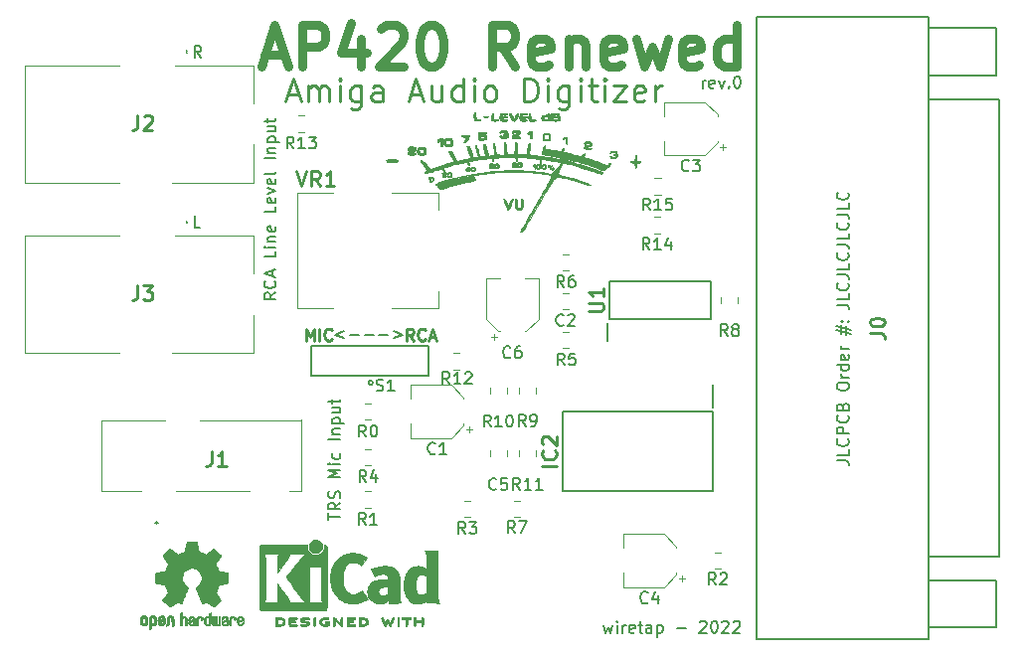
<source format=gbr>
%TF.GenerationSoftware,KiCad,Pcbnew,(5.1.6)-1*%
%TF.CreationDate,2022-10-11T10:20:53-04:00*%
%TF.ProjectId,AP420-renewed,41503432-302d-4726-956e-657765642e6b,rev?*%
%TF.SameCoordinates,Original*%
%TF.FileFunction,Legend,Top*%
%TF.FilePolarity,Positive*%
%FSLAX46Y46*%
G04 Gerber Fmt 4.6, Leading zero omitted, Abs format (unit mm)*
G04 Created by KiCad (PCBNEW (5.1.6)-1) date 2022-10-11 10:20:53*
%MOMM*%
%LPD*%
G01*
G04 APERTURE LIST*
%ADD10C,0.250000*%
%ADD11C,0.150000*%
%ADD12C,0.750000*%
%ADD13C,0.010000*%
%ADD14C,0.120000*%
%ADD15C,0.200000*%
%ADD16C,0.100000*%
%ADD17C,0.254000*%
G04 APERTURE END LIST*
D10*
X173642857Y-63233333D02*
X174595238Y-63233333D01*
X173452380Y-63804761D02*
X174119047Y-61804761D01*
X174785714Y-63804761D01*
X175452380Y-63804761D02*
X175452380Y-62471428D01*
X175452380Y-62661904D02*
X175547619Y-62566666D01*
X175738095Y-62471428D01*
X176023809Y-62471428D01*
X176214285Y-62566666D01*
X176309523Y-62757142D01*
X176309523Y-63804761D01*
X176309523Y-62757142D02*
X176404761Y-62566666D01*
X176595238Y-62471428D01*
X176880952Y-62471428D01*
X177071428Y-62566666D01*
X177166666Y-62757142D01*
X177166666Y-63804761D01*
X178119047Y-63804761D02*
X178119047Y-62471428D01*
X178119047Y-61804761D02*
X178023809Y-61900000D01*
X178119047Y-61995238D01*
X178214285Y-61900000D01*
X178119047Y-61804761D01*
X178119047Y-61995238D01*
X179928571Y-62471428D02*
X179928571Y-64090476D01*
X179833333Y-64280952D01*
X179738095Y-64376190D01*
X179547619Y-64471428D01*
X179261904Y-64471428D01*
X179071428Y-64376190D01*
X179928571Y-63709523D02*
X179738095Y-63804761D01*
X179357142Y-63804761D01*
X179166666Y-63709523D01*
X179071428Y-63614285D01*
X178976190Y-63423809D01*
X178976190Y-62852380D01*
X179071428Y-62661904D01*
X179166666Y-62566666D01*
X179357142Y-62471428D01*
X179738095Y-62471428D01*
X179928571Y-62566666D01*
X181738095Y-63804761D02*
X181738095Y-62757142D01*
X181642857Y-62566666D01*
X181452380Y-62471428D01*
X181071428Y-62471428D01*
X180880952Y-62566666D01*
X181738095Y-63709523D02*
X181547619Y-63804761D01*
X181071428Y-63804761D01*
X180880952Y-63709523D01*
X180785714Y-63519047D01*
X180785714Y-63328571D01*
X180880952Y-63138095D01*
X181071428Y-63042857D01*
X181547619Y-63042857D01*
X181738095Y-62947619D01*
X184119047Y-63233333D02*
X185071428Y-63233333D01*
X183928571Y-63804761D02*
X184595238Y-61804761D01*
X185261904Y-63804761D01*
X186785714Y-62471428D02*
X186785714Y-63804761D01*
X185928571Y-62471428D02*
X185928571Y-63519047D01*
X186023809Y-63709523D01*
X186214285Y-63804761D01*
X186499999Y-63804761D01*
X186690476Y-63709523D01*
X186785714Y-63614285D01*
X188595238Y-63804761D02*
X188595238Y-61804761D01*
X188595238Y-63709523D02*
X188404761Y-63804761D01*
X188023809Y-63804761D01*
X187833333Y-63709523D01*
X187738095Y-63614285D01*
X187642857Y-63423809D01*
X187642857Y-62852380D01*
X187738095Y-62661904D01*
X187833333Y-62566666D01*
X188023809Y-62471428D01*
X188404761Y-62471428D01*
X188595238Y-62566666D01*
X189547619Y-63804761D02*
X189547619Y-62471428D01*
X189547619Y-61804761D02*
X189452380Y-61900000D01*
X189547619Y-61995238D01*
X189642857Y-61900000D01*
X189547619Y-61804761D01*
X189547619Y-61995238D01*
X190785714Y-63804761D02*
X190595238Y-63709523D01*
X190500000Y-63614285D01*
X190404761Y-63423809D01*
X190404761Y-62852380D01*
X190500000Y-62661904D01*
X190595238Y-62566666D01*
X190785714Y-62471428D01*
X191071428Y-62471428D01*
X191261904Y-62566666D01*
X191357142Y-62661904D01*
X191452380Y-62852380D01*
X191452380Y-63423809D01*
X191357142Y-63614285D01*
X191261904Y-63709523D01*
X191071428Y-63804761D01*
X190785714Y-63804761D01*
X193833333Y-63804761D02*
X193833333Y-61804761D01*
X194309523Y-61804761D01*
X194595238Y-61900000D01*
X194785714Y-62090476D01*
X194880952Y-62280952D01*
X194976190Y-62661904D01*
X194976190Y-62947619D01*
X194880952Y-63328571D01*
X194785714Y-63519047D01*
X194595238Y-63709523D01*
X194309523Y-63804761D01*
X193833333Y-63804761D01*
X195833333Y-63804761D02*
X195833333Y-62471428D01*
X195833333Y-61804761D02*
X195738095Y-61900000D01*
X195833333Y-61995238D01*
X195928571Y-61900000D01*
X195833333Y-61804761D01*
X195833333Y-61995238D01*
X197642857Y-62471428D02*
X197642857Y-64090476D01*
X197547619Y-64280952D01*
X197452380Y-64376190D01*
X197261904Y-64471428D01*
X196976190Y-64471428D01*
X196785714Y-64376190D01*
X197642857Y-63709523D02*
X197452380Y-63804761D01*
X197071428Y-63804761D01*
X196880952Y-63709523D01*
X196785714Y-63614285D01*
X196690476Y-63423809D01*
X196690476Y-62852380D01*
X196785714Y-62661904D01*
X196880952Y-62566666D01*
X197071428Y-62471428D01*
X197452380Y-62471428D01*
X197642857Y-62566666D01*
X198595238Y-63804761D02*
X198595238Y-62471428D01*
X198595238Y-61804761D02*
X198499999Y-61900000D01*
X198595238Y-61995238D01*
X198690476Y-61900000D01*
X198595238Y-61804761D01*
X198595238Y-61995238D01*
X199261904Y-62471428D02*
X200023809Y-62471428D01*
X199547619Y-61804761D02*
X199547619Y-63519047D01*
X199642857Y-63709523D01*
X199833333Y-63804761D01*
X200023809Y-63804761D01*
X200690476Y-63804761D02*
X200690476Y-62471428D01*
X200690476Y-61804761D02*
X200595238Y-61900000D01*
X200690476Y-61995238D01*
X200785714Y-61900000D01*
X200690476Y-61804761D01*
X200690476Y-61995238D01*
X201452380Y-62471428D02*
X202499999Y-62471428D01*
X201452380Y-63804761D01*
X202499999Y-63804761D01*
X204023809Y-63709523D02*
X203833333Y-63804761D01*
X203452380Y-63804761D01*
X203261904Y-63709523D01*
X203166666Y-63519047D01*
X203166666Y-62757142D01*
X203261904Y-62566666D01*
X203452380Y-62471428D01*
X203833333Y-62471428D01*
X204023809Y-62566666D01*
X204119047Y-62757142D01*
X204119047Y-62947619D01*
X203166666Y-63138095D01*
X204976190Y-63804761D02*
X204976190Y-62471428D01*
X204976190Y-62852380D02*
X205071428Y-62661904D01*
X205166666Y-62566666D01*
X205357142Y-62471428D01*
X205547619Y-62471428D01*
D11*
X209004761Y-62652380D02*
X209004761Y-61985714D01*
X209004761Y-62176190D02*
X209052380Y-62080952D01*
X209100000Y-62033333D01*
X209195238Y-61985714D01*
X209290476Y-61985714D01*
X210004761Y-62604761D02*
X209909523Y-62652380D01*
X209719047Y-62652380D01*
X209623809Y-62604761D01*
X209576190Y-62509523D01*
X209576190Y-62128571D01*
X209623809Y-62033333D01*
X209719047Y-61985714D01*
X209909523Y-61985714D01*
X210004761Y-62033333D01*
X210052380Y-62128571D01*
X210052380Y-62223809D01*
X209576190Y-62319047D01*
X210385714Y-61985714D02*
X210623809Y-62652380D01*
X210861904Y-61985714D01*
X211242857Y-62557142D02*
X211290476Y-62604761D01*
X211242857Y-62652380D01*
X211195238Y-62604761D01*
X211242857Y-62557142D01*
X211242857Y-62652380D01*
X211909523Y-61652380D02*
X212004761Y-61652380D01*
X212100000Y-61700000D01*
X212147619Y-61747619D01*
X212195238Y-61842857D01*
X212242857Y-62033333D01*
X212242857Y-62271428D01*
X212195238Y-62461904D01*
X212147619Y-62557142D01*
X212100000Y-62604761D01*
X212004761Y-62652380D01*
X211909523Y-62652380D01*
X211814285Y-62604761D01*
X211766666Y-62557142D01*
X211719047Y-62461904D01*
X211671428Y-62271428D01*
X211671428Y-62033333D01*
X211719047Y-61842857D01*
X211766666Y-61747619D01*
X211814285Y-61700000D01*
X211909523Y-61652380D01*
X172652380Y-80071428D02*
X172176190Y-80404761D01*
X172652380Y-80642857D02*
X171652380Y-80642857D01*
X171652380Y-80261904D01*
X171700000Y-80166666D01*
X171747619Y-80119047D01*
X171842857Y-80071428D01*
X171985714Y-80071428D01*
X172080952Y-80119047D01*
X172128571Y-80166666D01*
X172176190Y-80261904D01*
X172176190Y-80642857D01*
X172557142Y-79071428D02*
X172604761Y-79119047D01*
X172652380Y-79261904D01*
X172652380Y-79357142D01*
X172604761Y-79500000D01*
X172509523Y-79595238D01*
X172414285Y-79642857D01*
X172223809Y-79690476D01*
X172080952Y-79690476D01*
X171890476Y-79642857D01*
X171795238Y-79595238D01*
X171700000Y-79500000D01*
X171652380Y-79357142D01*
X171652380Y-79261904D01*
X171700000Y-79119047D01*
X171747619Y-79071428D01*
X172366666Y-78690476D02*
X172366666Y-78214285D01*
X172652380Y-78785714D02*
X171652380Y-78452380D01*
X172652380Y-78119047D01*
X172652380Y-76547619D02*
X172652380Y-77023809D01*
X171652380Y-77023809D01*
X172652380Y-76214285D02*
X171985714Y-76214285D01*
X171652380Y-76214285D02*
X171700000Y-76261904D01*
X171747619Y-76214285D01*
X171700000Y-76166666D01*
X171652380Y-76214285D01*
X171747619Y-76214285D01*
X171985714Y-75738095D02*
X172652380Y-75738095D01*
X172080952Y-75738095D02*
X172033333Y-75690476D01*
X171985714Y-75595238D01*
X171985714Y-75452380D01*
X172033333Y-75357142D01*
X172128571Y-75309523D01*
X172652380Y-75309523D01*
X172604761Y-74452380D02*
X172652380Y-74547619D01*
X172652380Y-74738095D01*
X172604761Y-74833333D01*
X172509523Y-74880952D01*
X172128571Y-74880952D01*
X172033333Y-74833333D01*
X171985714Y-74738095D01*
X171985714Y-74547619D01*
X172033333Y-74452380D01*
X172128571Y-74404761D01*
X172223809Y-74404761D01*
X172319047Y-74880952D01*
X172652380Y-72738095D02*
X172652380Y-73214285D01*
X171652380Y-73214285D01*
X172604761Y-72023809D02*
X172652380Y-72119047D01*
X172652380Y-72309523D01*
X172604761Y-72404761D01*
X172509523Y-72452380D01*
X172128571Y-72452380D01*
X172033333Y-72404761D01*
X171985714Y-72309523D01*
X171985714Y-72119047D01*
X172033333Y-72023809D01*
X172128571Y-71976190D01*
X172223809Y-71976190D01*
X172319047Y-72452380D01*
X171985714Y-71642857D02*
X172652380Y-71404761D01*
X171985714Y-71166666D01*
X172604761Y-70404761D02*
X172652380Y-70500000D01*
X172652380Y-70690476D01*
X172604761Y-70785714D01*
X172509523Y-70833333D01*
X172128571Y-70833333D01*
X172033333Y-70785714D01*
X171985714Y-70690476D01*
X171985714Y-70500000D01*
X172033333Y-70404761D01*
X172128571Y-70357142D01*
X172223809Y-70357142D01*
X172319047Y-70833333D01*
X172652380Y-69785714D02*
X172604761Y-69880952D01*
X172509523Y-69928571D01*
X171652380Y-69928571D01*
X172652380Y-68642857D02*
X171652380Y-68642857D01*
X171985714Y-68166666D02*
X172652380Y-68166666D01*
X172080952Y-68166666D02*
X172033333Y-68119047D01*
X171985714Y-68023809D01*
X171985714Y-67880952D01*
X172033333Y-67785714D01*
X172128571Y-67738095D01*
X172652380Y-67738095D01*
X171985714Y-67261904D02*
X172985714Y-67261904D01*
X172033333Y-67261904D02*
X171985714Y-67166666D01*
X171985714Y-66976190D01*
X172033333Y-66880952D01*
X172080952Y-66833333D01*
X172176190Y-66785714D01*
X172461904Y-66785714D01*
X172557142Y-66833333D01*
X172604761Y-66880952D01*
X172652380Y-66976190D01*
X172652380Y-67166666D01*
X172604761Y-67261904D01*
X171985714Y-65928571D02*
X172652380Y-65928571D01*
X171985714Y-66357142D02*
X172509523Y-66357142D01*
X172604761Y-66309523D01*
X172652380Y-66214285D01*
X172652380Y-66071428D01*
X172604761Y-65976190D01*
X172557142Y-65928571D01*
X171985714Y-65595238D02*
X171985714Y-65214285D01*
X171652380Y-65452380D02*
X172509523Y-65452380D01*
X172604761Y-65404761D01*
X172652380Y-65309523D01*
X172652380Y-65214285D01*
X177152380Y-99442857D02*
X177152380Y-98871428D01*
X178152380Y-99157142D02*
X177152380Y-99157142D01*
X178152380Y-97966666D02*
X177676190Y-98300000D01*
X178152380Y-98538095D02*
X177152380Y-98538095D01*
X177152380Y-98157142D01*
X177200000Y-98061904D01*
X177247619Y-98014285D01*
X177342857Y-97966666D01*
X177485714Y-97966666D01*
X177580952Y-98014285D01*
X177628571Y-98061904D01*
X177676190Y-98157142D01*
X177676190Y-98538095D01*
X178104761Y-97585714D02*
X178152380Y-97442857D01*
X178152380Y-97204761D01*
X178104761Y-97109523D01*
X178057142Y-97061904D01*
X177961904Y-97014285D01*
X177866666Y-97014285D01*
X177771428Y-97061904D01*
X177723809Y-97109523D01*
X177676190Y-97204761D01*
X177628571Y-97395238D01*
X177580952Y-97490476D01*
X177533333Y-97538095D01*
X177438095Y-97585714D01*
X177342857Y-97585714D01*
X177247619Y-97538095D01*
X177200000Y-97490476D01*
X177152380Y-97395238D01*
X177152380Y-97157142D01*
X177200000Y-97014285D01*
X178152380Y-95823809D02*
X177152380Y-95823809D01*
X177866666Y-95490476D01*
X177152380Y-95157142D01*
X178152380Y-95157142D01*
X178152380Y-94680952D02*
X177485714Y-94680952D01*
X177152380Y-94680952D02*
X177200000Y-94728571D01*
X177247619Y-94680952D01*
X177200000Y-94633333D01*
X177152380Y-94680952D01*
X177247619Y-94680952D01*
X178104761Y-93776190D02*
X178152380Y-93871428D01*
X178152380Y-94061904D01*
X178104761Y-94157142D01*
X178057142Y-94204761D01*
X177961904Y-94252380D01*
X177676190Y-94252380D01*
X177580952Y-94204761D01*
X177533333Y-94157142D01*
X177485714Y-94061904D01*
X177485714Y-93871428D01*
X177533333Y-93776190D01*
X178152380Y-92585714D02*
X177152380Y-92585714D01*
X177485714Y-92109523D02*
X178152380Y-92109523D01*
X177580952Y-92109523D02*
X177533333Y-92061904D01*
X177485714Y-91966666D01*
X177485714Y-91823809D01*
X177533333Y-91728571D01*
X177628571Y-91680952D01*
X178152380Y-91680952D01*
X177485714Y-91204761D02*
X178485714Y-91204761D01*
X177533333Y-91204761D02*
X177485714Y-91109523D01*
X177485714Y-90919047D01*
X177533333Y-90823809D01*
X177580952Y-90776190D01*
X177676190Y-90728571D01*
X177961904Y-90728571D01*
X178057142Y-90776190D01*
X178104761Y-90823809D01*
X178152380Y-90919047D01*
X178152380Y-91109523D01*
X178104761Y-91204761D01*
X177485714Y-89871428D02*
X178152380Y-89871428D01*
X177485714Y-90300000D02*
X178009523Y-90300000D01*
X178104761Y-90252380D01*
X178152380Y-90157142D01*
X178152380Y-90014285D01*
X178104761Y-89919047D01*
X178057142Y-89871428D01*
X177485714Y-89538095D02*
X177485714Y-89157142D01*
X177152380Y-89395238D02*
X178009523Y-89395238D01*
X178104761Y-89347619D01*
X178152380Y-89252380D01*
X178152380Y-89157142D01*
X166209523Y-74552380D02*
X165733333Y-74552380D01*
X165733333Y-73552380D01*
X166309523Y-60052380D02*
X165976190Y-59576190D01*
X165738095Y-60052380D02*
X165738095Y-59052380D01*
X166119047Y-59052380D01*
X166214285Y-59100000D01*
X166261904Y-59147619D01*
X166309523Y-59242857D01*
X166309523Y-59385714D01*
X166261904Y-59480952D01*
X166214285Y-59528571D01*
X166119047Y-59576190D01*
X165738095Y-59576190D01*
D12*
X171733333Y-59783333D02*
X173400000Y-59783333D01*
X171400000Y-60783333D02*
X172566666Y-57283333D01*
X173733333Y-60783333D01*
X174900000Y-60783333D02*
X174900000Y-57283333D01*
X176233333Y-57283333D01*
X176566666Y-57450000D01*
X176733333Y-57616666D01*
X176900000Y-57950000D01*
X176900000Y-58450000D01*
X176733333Y-58783333D01*
X176566666Y-58950000D01*
X176233333Y-59116666D01*
X174900000Y-59116666D01*
X179900000Y-58450000D02*
X179900000Y-60783333D01*
X179066666Y-57116666D02*
X178233333Y-59616666D01*
X180400000Y-59616666D01*
X181566666Y-57616666D02*
X181733333Y-57450000D01*
X182066666Y-57283333D01*
X182900000Y-57283333D01*
X183233333Y-57450000D01*
X183400000Y-57616666D01*
X183566666Y-57950000D01*
X183566666Y-58283333D01*
X183400000Y-58783333D01*
X181400000Y-60783333D01*
X183566666Y-60783333D01*
X185733333Y-57283333D02*
X186066666Y-57283333D01*
X186400000Y-57450000D01*
X186566666Y-57616666D01*
X186733333Y-57950000D01*
X186900000Y-58616666D01*
X186900000Y-59450000D01*
X186733333Y-60116666D01*
X186566666Y-60450000D01*
X186400000Y-60616666D01*
X186066666Y-60783333D01*
X185733333Y-60783333D01*
X185400000Y-60616666D01*
X185233333Y-60450000D01*
X185066666Y-60116666D01*
X184900000Y-59450000D01*
X184900000Y-58616666D01*
X185066666Y-57950000D01*
X185233333Y-57616666D01*
X185400000Y-57450000D01*
X185733333Y-57283333D01*
X193066666Y-60783333D02*
X191900000Y-59116666D01*
X191066666Y-60783333D02*
X191066666Y-57283333D01*
X192400000Y-57283333D01*
X192733333Y-57450000D01*
X192900000Y-57616666D01*
X193066666Y-57950000D01*
X193066666Y-58450000D01*
X192900000Y-58783333D01*
X192733333Y-58950000D01*
X192400000Y-59116666D01*
X191066666Y-59116666D01*
X195900000Y-60616666D02*
X195566666Y-60783333D01*
X194900000Y-60783333D01*
X194566666Y-60616666D01*
X194400000Y-60283333D01*
X194400000Y-58950000D01*
X194566666Y-58616666D01*
X194900000Y-58450000D01*
X195566666Y-58450000D01*
X195900000Y-58616666D01*
X196066666Y-58950000D01*
X196066666Y-59283333D01*
X194400000Y-59616666D01*
X197566666Y-58450000D02*
X197566666Y-60783333D01*
X197566666Y-58783333D02*
X197733333Y-58616666D01*
X198066666Y-58450000D01*
X198566666Y-58450000D01*
X198900000Y-58616666D01*
X199066666Y-58950000D01*
X199066666Y-60783333D01*
X202066666Y-60616666D02*
X201733333Y-60783333D01*
X201066666Y-60783333D01*
X200733333Y-60616666D01*
X200566666Y-60283333D01*
X200566666Y-58950000D01*
X200733333Y-58616666D01*
X201066666Y-58450000D01*
X201733333Y-58450000D01*
X202066666Y-58616666D01*
X202233333Y-58950000D01*
X202233333Y-59283333D01*
X200566666Y-59616666D01*
X203400000Y-58450000D02*
X204066666Y-60783333D01*
X204733333Y-59116666D01*
X205400000Y-60783333D01*
X206066666Y-58450000D01*
X208733333Y-60616666D02*
X208400000Y-60783333D01*
X207733333Y-60783333D01*
X207400000Y-60616666D01*
X207233333Y-60283333D01*
X207233333Y-58950000D01*
X207400000Y-58616666D01*
X207733333Y-58450000D01*
X208400000Y-58450000D01*
X208733333Y-58616666D01*
X208900000Y-58950000D01*
X208900000Y-59283333D01*
X207233333Y-59616666D01*
X211900000Y-60783333D02*
X211900000Y-57283333D01*
X211900000Y-60616666D02*
X211566666Y-60783333D01*
X210900000Y-60783333D01*
X210566666Y-60616666D01*
X210400000Y-60450000D01*
X210233333Y-60116666D01*
X210233333Y-59116666D01*
X210400000Y-58783333D01*
X210566666Y-58616666D01*
X210900000Y-58450000D01*
X211566666Y-58450000D01*
X211900000Y-58616666D01*
D11*
X200566666Y-108385714D02*
X200757142Y-109052380D01*
X200947619Y-108576190D01*
X201138095Y-109052380D01*
X201328571Y-108385714D01*
X201709523Y-109052380D02*
X201709523Y-108385714D01*
X201709523Y-108052380D02*
X201661904Y-108100000D01*
X201709523Y-108147619D01*
X201757142Y-108100000D01*
X201709523Y-108052380D01*
X201709523Y-108147619D01*
X202185714Y-109052380D02*
X202185714Y-108385714D01*
X202185714Y-108576190D02*
X202233333Y-108480952D01*
X202280952Y-108433333D01*
X202376190Y-108385714D01*
X202471428Y-108385714D01*
X203185714Y-109004761D02*
X203090476Y-109052380D01*
X202900000Y-109052380D01*
X202804761Y-109004761D01*
X202757142Y-108909523D01*
X202757142Y-108528571D01*
X202804761Y-108433333D01*
X202900000Y-108385714D01*
X203090476Y-108385714D01*
X203185714Y-108433333D01*
X203233333Y-108528571D01*
X203233333Y-108623809D01*
X202757142Y-108719047D01*
X203519047Y-108385714D02*
X203900000Y-108385714D01*
X203661904Y-108052380D02*
X203661904Y-108909523D01*
X203709523Y-109004761D01*
X203804761Y-109052380D01*
X203900000Y-109052380D01*
X204661904Y-109052380D02*
X204661904Y-108528571D01*
X204614285Y-108433333D01*
X204519047Y-108385714D01*
X204328571Y-108385714D01*
X204233333Y-108433333D01*
X204661904Y-109004761D02*
X204566666Y-109052380D01*
X204328571Y-109052380D01*
X204233333Y-109004761D01*
X204185714Y-108909523D01*
X204185714Y-108814285D01*
X204233333Y-108719047D01*
X204328571Y-108671428D01*
X204566666Y-108671428D01*
X204661904Y-108623809D01*
X205138095Y-108385714D02*
X205138095Y-109385714D01*
X205138095Y-108433333D02*
X205233333Y-108385714D01*
X205423809Y-108385714D01*
X205519047Y-108433333D01*
X205566666Y-108480952D01*
X205614285Y-108576190D01*
X205614285Y-108861904D01*
X205566666Y-108957142D01*
X205519047Y-109004761D01*
X205423809Y-109052380D01*
X205233333Y-109052380D01*
X205138095Y-109004761D01*
X206804761Y-108671428D02*
X207566666Y-108671428D01*
X208757142Y-108147619D02*
X208804761Y-108100000D01*
X208900000Y-108052380D01*
X209138095Y-108052380D01*
X209233333Y-108100000D01*
X209280952Y-108147619D01*
X209328571Y-108242857D01*
X209328571Y-108338095D01*
X209280952Y-108480952D01*
X208709523Y-109052380D01*
X209328571Y-109052380D01*
X209947619Y-108052380D02*
X210042857Y-108052380D01*
X210138095Y-108100000D01*
X210185714Y-108147619D01*
X210233333Y-108242857D01*
X210280952Y-108433333D01*
X210280952Y-108671428D01*
X210233333Y-108861904D01*
X210185714Y-108957142D01*
X210138095Y-109004761D01*
X210042857Y-109052380D01*
X209947619Y-109052380D01*
X209852380Y-109004761D01*
X209804761Y-108957142D01*
X209757142Y-108861904D01*
X209709523Y-108671428D01*
X209709523Y-108433333D01*
X209757142Y-108242857D01*
X209804761Y-108147619D01*
X209852380Y-108100000D01*
X209947619Y-108052380D01*
X210661904Y-108147619D02*
X210709523Y-108100000D01*
X210804761Y-108052380D01*
X211042857Y-108052380D01*
X211138095Y-108100000D01*
X211185714Y-108147619D01*
X211233333Y-108242857D01*
X211233333Y-108338095D01*
X211185714Y-108480952D01*
X210614285Y-109052380D01*
X211233333Y-109052380D01*
X211614285Y-108147619D02*
X211661904Y-108100000D01*
X211757142Y-108052380D01*
X211995238Y-108052380D01*
X212090476Y-108100000D01*
X212138095Y-108147619D01*
X212185714Y-108242857D01*
X212185714Y-108338095D01*
X212138095Y-108480952D01*
X211566666Y-109052380D01*
X212185714Y-109052380D01*
X178504761Y-83385714D02*
X177742857Y-83671428D01*
X178504761Y-83957142D01*
X178980952Y-83671428D02*
X179742857Y-83671428D01*
X180219047Y-83671428D02*
X180980952Y-83671428D01*
X181457142Y-83671428D02*
X182219047Y-83671428D01*
X182695238Y-83385714D02*
X183457142Y-83671428D01*
X182695238Y-83957142D01*
D10*
X184380952Y-84152380D02*
X184047619Y-83676190D01*
X183809523Y-84152380D02*
X183809523Y-83152380D01*
X184190476Y-83152380D01*
X184285714Y-83200000D01*
X184333333Y-83247619D01*
X184380952Y-83342857D01*
X184380952Y-83485714D01*
X184333333Y-83580952D01*
X184285714Y-83628571D01*
X184190476Y-83676190D01*
X183809523Y-83676190D01*
X185380952Y-84057142D02*
X185333333Y-84104761D01*
X185190476Y-84152380D01*
X185095238Y-84152380D01*
X184952380Y-84104761D01*
X184857142Y-84009523D01*
X184809523Y-83914285D01*
X184761904Y-83723809D01*
X184761904Y-83580952D01*
X184809523Y-83390476D01*
X184857142Y-83295238D01*
X184952380Y-83200000D01*
X185095238Y-83152380D01*
X185190476Y-83152380D01*
X185333333Y-83200000D01*
X185380952Y-83247619D01*
X185761904Y-83866666D02*
X186238095Y-83866666D01*
X185666666Y-84152380D02*
X186000000Y-83152380D01*
X186333333Y-84152380D01*
X175228571Y-84152380D02*
X175228571Y-83152380D01*
X175561904Y-83866666D01*
X175895238Y-83152380D01*
X175895238Y-84152380D01*
X176371428Y-84152380D02*
X176371428Y-83152380D01*
X177419047Y-84057142D02*
X177371428Y-84104761D01*
X177228571Y-84152380D01*
X177133333Y-84152380D01*
X176990476Y-84104761D01*
X176895238Y-84009523D01*
X176847619Y-83914285D01*
X176800000Y-83723809D01*
X176800000Y-83580952D01*
X176847619Y-83390476D01*
X176895238Y-83295238D01*
X176990476Y-83200000D01*
X177133333Y-83152380D01*
X177228571Y-83152380D01*
X177371428Y-83200000D01*
X177419047Y-83247619D01*
D11*
X220452380Y-81119047D02*
X221166666Y-81119047D01*
X221309523Y-81166666D01*
X221404761Y-81261904D01*
X221452380Y-81404761D01*
X221452380Y-81500000D01*
X221452380Y-80166666D02*
X221452380Y-80642857D01*
X220452380Y-80642857D01*
X221357142Y-79261904D02*
X221404761Y-79309523D01*
X221452380Y-79452380D01*
X221452380Y-79547619D01*
X221404761Y-79690476D01*
X221309523Y-79785714D01*
X221214285Y-79833333D01*
X221023809Y-79880952D01*
X220880952Y-79880952D01*
X220690476Y-79833333D01*
X220595238Y-79785714D01*
X220500000Y-79690476D01*
X220452380Y-79547619D01*
X220452380Y-79452380D01*
X220500000Y-79309523D01*
X220547619Y-79261904D01*
X220452380Y-78547619D02*
X221166666Y-78547619D01*
X221309523Y-78595238D01*
X221404761Y-78690476D01*
X221452380Y-78833333D01*
X221452380Y-78928571D01*
X221452380Y-77595238D02*
X221452380Y-78071428D01*
X220452380Y-78071428D01*
X221357142Y-76690476D02*
X221404761Y-76738095D01*
X221452380Y-76880952D01*
X221452380Y-76976190D01*
X221404761Y-77119047D01*
X221309523Y-77214285D01*
X221214285Y-77261904D01*
X221023809Y-77309523D01*
X220880952Y-77309523D01*
X220690476Y-77261904D01*
X220595238Y-77214285D01*
X220500000Y-77119047D01*
X220452380Y-76976190D01*
X220452380Y-76880952D01*
X220500000Y-76738095D01*
X220547619Y-76690476D01*
X220452380Y-75976190D02*
X221166666Y-75976190D01*
X221309523Y-76023809D01*
X221404761Y-76119047D01*
X221452380Y-76261904D01*
X221452380Y-76357142D01*
X221452380Y-75023809D02*
X221452380Y-75500000D01*
X220452380Y-75500000D01*
X221357142Y-74119047D02*
X221404761Y-74166666D01*
X221452380Y-74309523D01*
X221452380Y-74404761D01*
X221404761Y-74547619D01*
X221309523Y-74642857D01*
X221214285Y-74690476D01*
X221023809Y-74738095D01*
X220880952Y-74738095D01*
X220690476Y-74690476D01*
X220595238Y-74642857D01*
X220500000Y-74547619D01*
X220452380Y-74404761D01*
X220452380Y-74309523D01*
X220500000Y-74166666D01*
X220547619Y-74119047D01*
X220452380Y-73404761D02*
X221166666Y-73404761D01*
X221309523Y-73452380D01*
X221404761Y-73547619D01*
X221452380Y-73690476D01*
X221452380Y-73785714D01*
X221452380Y-72452380D02*
X221452380Y-72928571D01*
X220452380Y-72928571D01*
X221357142Y-71547619D02*
X221404761Y-71595238D01*
X221452380Y-71738095D01*
X221452380Y-71833333D01*
X221404761Y-71976190D01*
X221309523Y-72071428D01*
X221214285Y-72119047D01*
X221023809Y-72166666D01*
X220880952Y-72166666D01*
X220690476Y-72119047D01*
X220595238Y-72071428D01*
X220500000Y-71976190D01*
X220452380Y-71833333D01*
X220452380Y-71738095D01*
X220500000Y-71595238D01*
X220547619Y-71547619D01*
X220452380Y-94385714D02*
X221166666Y-94385714D01*
X221309523Y-94433333D01*
X221404761Y-94528571D01*
X221452380Y-94671428D01*
X221452380Y-94766666D01*
X221452380Y-93433333D02*
X221452380Y-93909523D01*
X220452380Y-93909523D01*
X221357142Y-92528571D02*
X221404761Y-92576190D01*
X221452380Y-92719047D01*
X221452380Y-92814285D01*
X221404761Y-92957142D01*
X221309523Y-93052380D01*
X221214285Y-93100000D01*
X221023809Y-93147619D01*
X220880952Y-93147619D01*
X220690476Y-93100000D01*
X220595238Y-93052380D01*
X220500000Y-92957142D01*
X220452380Y-92814285D01*
X220452380Y-92719047D01*
X220500000Y-92576190D01*
X220547619Y-92528571D01*
X221452380Y-92100000D02*
X220452380Y-92100000D01*
X220452380Y-91719047D01*
X220500000Y-91623809D01*
X220547619Y-91576190D01*
X220642857Y-91528571D01*
X220785714Y-91528571D01*
X220880952Y-91576190D01*
X220928571Y-91623809D01*
X220976190Y-91719047D01*
X220976190Y-92100000D01*
X221357142Y-90528571D02*
X221404761Y-90576190D01*
X221452380Y-90719047D01*
X221452380Y-90814285D01*
X221404761Y-90957142D01*
X221309523Y-91052380D01*
X221214285Y-91100000D01*
X221023809Y-91147619D01*
X220880952Y-91147619D01*
X220690476Y-91100000D01*
X220595238Y-91052380D01*
X220500000Y-90957142D01*
X220452380Y-90814285D01*
X220452380Y-90719047D01*
X220500000Y-90576190D01*
X220547619Y-90528571D01*
X220928571Y-89766666D02*
X220976190Y-89623809D01*
X221023809Y-89576190D01*
X221119047Y-89528571D01*
X221261904Y-89528571D01*
X221357142Y-89576190D01*
X221404761Y-89623809D01*
X221452380Y-89719047D01*
X221452380Y-90100000D01*
X220452380Y-90100000D01*
X220452380Y-89766666D01*
X220500000Y-89671428D01*
X220547619Y-89623809D01*
X220642857Y-89576190D01*
X220738095Y-89576190D01*
X220833333Y-89623809D01*
X220880952Y-89671428D01*
X220928571Y-89766666D01*
X220928571Y-90100000D01*
X220452380Y-88147619D02*
X220452380Y-87957142D01*
X220500000Y-87861904D01*
X220595238Y-87766666D01*
X220785714Y-87719047D01*
X221119047Y-87719047D01*
X221309523Y-87766666D01*
X221404761Y-87861904D01*
X221452380Y-87957142D01*
X221452380Y-88147619D01*
X221404761Y-88242857D01*
X221309523Y-88338095D01*
X221119047Y-88385714D01*
X220785714Y-88385714D01*
X220595238Y-88338095D01*
X220500000Y-88242857D01*
X220452380Y-88147619D01*
X221452380Y-87290476D02*
X220785714Y-87290476D01*
X220976190Y-87290476D02*
X220880952Y-87242857D01*
X220833333Y-87195238D01*
X220785714Y-87100000D01*
X220785714Y-87004761D01*
X221452380Y-86242857D02*
X220452380Y-86242857D01*
X221404761Y-86242857D02*
X221452380Y-86338095D01*
X221452380Y-86528571D01*
X221404761Y-86623809D01*
X221357142Y-86671428D01*
X221261904Y-86719047D01*
X220976190Y-86719047D01*
X220880952Y-86671428D01*
X220833333Y-86623809D01*
X220785714Y-86528571D01*
X220785714Y-86338095D01*
X220833333Y-86242857D01*
X221404761Y-85385714D02*
X221452380Y-85480952D01*
X221452380Y-85671428D01*
X221404761Y-85766666D01*
X221309523Y-85814285D01*
X220928571Y-85814285D01*
X220833333Y-85766666D01*
X220785714Y-85671428D01*
X220785714Y-85480952D01*
X220833333Y-85385714D01*
X220928571Y-85338095D01*
X221023809Y-85338095D01*
X221119047Y-85814285D01*
X221452380Y-84909523D02*
X220785714Y-84909523D01*
X220976190Y-84909523D02*
X220880952Y-84861904D01*
X220833333Y-84814285D01*
X220785714Y-84719047D01*
X220785714Y-84623809D01*
X220785714Y-83576190D02*
X220785714Y-82861904D01*
X220357142Y-83290476D02*
X221642857Y-83576190D01*
X221214285Y-82957142D02*
X221214285Y-83671428D01*
X221642857Y-83242857D02*
X220357142Y-82957142D01*
X221357142Y-82528571D02*
X221404761Y-82480952D01*
X221452380Y-82528571D01*
X221404761Y-82576190D01*
X221357142Y-82528571D01*
X221452380Y-82528571D01*
X220833333Y-82528571D02*
X220880952Y-82480952D01*
X220928571Y-82528571D01*
X220880952Y-82576190D01*
X220833333Y-82528571D01*
X220928571Y-82528571D01*
D13*
%TO.C,G\u002A\u002A\u002A*%
G36*
X193125503Y-67241878D02*
G01*
X193155292Y-67266400D01*
X193176239Y-67322350D01*
X193190381Y-67423465D01*
X193199755Y-67583484D01*
X193205646Y-67782624D01*
X193217500Y-68297166D01*
X194021833Y-68297166D01*
X194070520Y-67904149D01*
X194101307Y-67666644D01*
X194127483Y-67500801D01*
X194152916Y-67394040D01*
X194181470Y-67333781D01*
X194217013Y-67307444D01*
X194255473Y-67302333D01*
X194295013Y-67302748D01*
X194320389Y-67313029D01*
X194332034Y-67346727D01*
X194330384Y-67417395D01*
X194315874Y-67538584D01*
X194288940Y-67723845D01*
X194272546Y-67833987D01*
X194246756Y-68018669D01*
X194228765Y-68169780D01*
X194220510Y-68269403D01*
X194222175Y-68299953D01*
X194267295Y-68310459D01*
X194383153Y-68329943D01*
X194556539Y-68356395D01*
X194774241Y-68387803D01*
X195023048Y-68422157D01*
X195040379Y-68424498D01*
X195347838Y-68467797D01*
X195679167Y-68517553D01*
X196004660Y-68569105D01*
X196294612Y-68617794D01*
X196446055Y-68644974D01*
X196699703Y-68690123D01*
X196881645Y-68717206D01*
X197002659Y-68727260D01*
X197073520Y-68721323D01*
X197099399Y-68707867D01*
X197131434Y-68654438D01*
X197127382Y-68636937D01*
X197075508Y-68617644D01*
X196956268Y-68587522D01*
X196785795Y-68549767D01*
X196580220Y-68507575D01*
X196355674Y-68464141D01*
X196128290Y-68422659D01*
X195914200Y-68386327D01*
X195729534Y-68358338D01*
X195702203Y-68354637D01*
X195308240Y-68302453D01*
X195337018Y-68130476D01*
X195375669Y-67943179D01*
X195425114Y-67764707D01*
X195478520Y-67614822D01*
X195529056Y-67513285D01*
X195561729Y-67480479D01*
X195595627Y-67486526D01*
X195601207Y-67547623D01*
X195589667Y-67632118D01*
X195577048Y-67744921D01*
X195593868Y-67801500D01*
X195638009Y-67824803D01*
X195745361Y-67849581D01*
X195904809Y-67879070D01*
X196097968Y-67910682D01*
X196306455Y-67941830D01*
X196511885Y-67969926D01*
X196695874Y-67992382D01*
X196840038Y-68006609D01*
X196925993Y-68010020D01*
X196939412Y-68008003D01*
X196995716Y-67949129D01*
X197006333Y-67901512D01*
X197029795Y-67822711D01*
X197083267Y-67757810D01*
X197141374Y-67732380D01*
X197164194Y-67742416D01*
X197170277Y-67797545D01*
X197146681Y-67893591D01*
X197142511Y-67905014D01*
X197114185Y-68008734D01*
X197131503Y-68062208D01*
X197139957Y-68068427D01*
X197195044Y-68088138D01*
X197315299Y-68123519D01*
X197483652Y-68170113D01*
X197683032Y-68223466D01*
X197896368Y-68279119D01*
X198106588Y-68332617D01*
X198296623Y-68379503D01*
X198449401Y-68415321D01*
X198544024Y-68434958D01*
X198634185Y-68435135D01*
X198713084Y-68388431D01*
X198783312Y-68313011D01*
X198866379Y-68233682D01*
X198928700Y-68206028D01*
X198955089Y-68229309D01*
X198930361Y-68302785D01*
X198920314Y-68319684D01*
X198883948Y-68383282D01*
X198868807Y-68435943D01*
X198883197Y-68482834D01*
X198935427Y-68529118D01*
X199033807Y-68579962D01*
X199186643Y-68640531D01*
X199402245Y-68715990D01*
X199688921Y-68811505D01*
X199736833Y-68827309D01*
X199950957Y-68901169D01*
X200169535Y-68981971D01*
X200358229Y-69056819D01*
X200428696Y-69087110D01*
X200575438Y-69148010D01*
X200700107Y-69191259D01*
X200774483Y-69207333D01*
X200898905Y-69187936D01*
X200973638Y-69137140D01*
X200985666Y-69099823D01*
X201019712Y-69048529D01*
X201093607Y-69008929D01*
X201164983Y-69000330D01*
X201183237Y-69009792D01*
X201190070Y-69043477D01*
X201159230Y-69104042D01*
X201083908Y-69200956D01*
X200957290Y-69343683D01*
X200892650Y-69413686D01*
X200756537Y-69552292D01*
X200645518Y-69634963D01*
X200537916Y-69664792D01*
X200412051Y-69644876D01*
X200246246Y-69578307D01*
X200129535Y-69522619D01*
X199863882Y-69405873D01*
X199529115Y-69279729D01*
X199139607Y-69148884D01*
X198709728Y-69018038D01*
X198253850Y-68891888D01*
X198005978Y-68828383D01*
X197744411Y-68764119D01*
X197552488Y-68719746D01*
X197418007Y-68693470D01*
X197328768Y-68683499D01*
X197272572Y-68688040D01*
X197237217Y-68705300D01*
X197227533Y-68713990D01*
X197197704Y-68755148D01*
X197219763Y-68784235D01*
X197307228Y-68813472D01*
X197349721Y-68824473D01*
X197669304Y-68905585D01*
X197928892Y-68972723D01*
X198150755Y-69031937D01*
X198357163Y-69089273D01*
X198570388Y-69150779D01*
X198784333Y-69214044D01*
X199020059Y-69287064D01*
X199273113Y-69370211D01*
X199530952Y-69458830D01*
X199781032Y-69548269D01*
X200010812Y-69633876D01*
X200207747Y-69710997D01*
X200359294Y-69774979D01*
X200452911Y-69821169D01*
X200477666Y-69842201D01*
X200448944Y-69893015D01*
X200415196Y-69926145D01*
X200381848Y-69937914D01*
X200320193Y-69934954D01*
X200221497Y-69914901D01*
X200077026Y-69875391D01*
X199878046Y-69814063D01*
X199615824Y-69728552D01*
X199325113Y-69631183D01*
X199010612Y-69527314D01*
X198685120Y-69423872D01*
X198360481Y-69324250D01*
X198048544Y-69231842D01*
X197761155Y-69150042D01*
X197510162Y-69082242D01*
X197307412Y-69031836D01*
X197164752Y-69002216D01*
X197106290Y-68995666D01*
X197047321Y-69033588D01*
X196975758Y-69134812D01*
X196899630Y-69280523D01*
X196826968Y-69451905D01*
X196765803Y-69630145D01*
X196724163Y-69796427D01*
X196710000Y-69924182D01*
X196713184Y-69963872D01*
X196730231Y-69996480D01*
X196772383Y-70026512D01*
X196850879Y-70058474D01*
X196976962Y-70096871D01*
X197161872Y-70146209D01*
X197416850Y-70210994D01*
X197440250Y-70216888D01*
X197852000Y-70324151D01*
X198233081Y-70430406D01*
X198576102Y-70533131D01*
X198873673Y-70629805D01*
X199118403Y-70717908D01*
X199302902Y-70794917D01*
X199419779Y-70858311D01*
X199461644Y-70905571D01*
X199461666Y-70906447D01*
X199457092Y-70926812D01*
X199436376Y-70936087D01*
X199389030Y-70931642D01*
X199304565Y-70910848D01*
X199172492Y-70871077D01*
X198982324Y-70809700D01*
X198723571Y-70724087D01*
X198691352Y-70713371D01*
X198461706Y-70639847D01*
X198200793Y-70561060D01*
X197922829Y-70480806D01*
X197642031Y-70402883D01*
X197372618Y-70331088D01*
X197128806Y-70269219D01*
X196924812Y-70221072D01*
X196774855Y-70190446D01*
X196698099Y-70181000D01*
X196626033Y-70210089D01*
X196565334Y-70261798D01*
X196470758Y-70338493D01*
X196371064Y-70392778D01*
X196252345Y-70486017D01*
X196158422Y-70640063D01*
X196082794Y-70780561D01*
X195998345Y-70905881D01*
X195965700Y-70944721D01*
X195889812Y-71042717D01*
X195801477Y-71181293D01*
X195744705Y-71283388D01*
X195702401Y-71360320D01*
X195623318Y-71499698D01*
X195513595Y-71690984D01*
X195379372Y-71923643D01*
X195226788Y-72187138D01*
X195061984Y-72470932D01*
X194891098Y-72764489D01*
X194720271Y-73057272D01*
X194555642Y-73338744D01*
X194403350Y-73598369D01*
X194269537Y-73825610D01*
X194160340Y-74009931D01*
X194081900Y-74140795D01*
X194043646Y-74202666D01*
X194002663Y-74269778D01*
X193934123Y-74385729D01*
X193852573Y-74525904D01*
X193849396Y-74531407D01*
X193762773Y-74669032D01*
X193680602Y-74778666D01*
X193620152Y-74837364D01*
X193618438Y-74838323D01*
X193526197Y-74877399D01*
X193492684Y-74866145D01*
X193492666Y-74865284D01*
X193513166Y-74824506D01*
X193571389Y-74719096D01*
X193662419Y-74557571D01*
X193781343Y-74348447D01*
X193923244Y-74100238D01*
X194083209Y-73821460D01*
X194256321Y-73520630D01*
X194437667Y-73206263D01*
X194622331Y-72886874D01*
X194805399Y-72570980D01*
X194981954Y-72267096D01*
X195147083Y-71983737D01*
X195295870Y-71729419D01*
X195423401Y-71512659D01*
X195524760Y-71341971D01*
X195561005Y-71281666D01*
X195653980Y-71120950D01*
X195727140Y-70981357D01*
X195770711Y-70882270D01*
X195778585Y-70850248D01*
X195801276Y-70773356D01*
X195821804Y-70752002D01*
X195871777Y-70692683D01*
X195936335Y-70580046D01*
X196002637Y-70440873D01*
X196057842Y-70301948D01*
X196087840Y-70197123D01*
X196113000Y-70065080D01*
X195650578Y-69994089D01*
X194918339Y-69901387D01*
X194132171Y-69837643D01*
X193314648Y-69803044D01*
X192488344Y-69797775D01*
X191675834Y-69822023D01*
X190899692Y-69875973D01*
X190254166Y-69949625D01*
X189547822Y-70064408D01*
X188796001Y-70217082D01*
X188025485Y-70401412D01*
X187263057Y-70611164D01*
X186794199Y-70755071D01*
X186586362Y-70821638D01*
X186446083Y-70865152D01*
X186360126Y-70887875D01*
X186315256Y-70892069D01*
X186298237Y-70879995D01*
X186295833Y-70853916D01*
X186296000Y-70840208D01*
X186336247Y-70788656D01*
X186451465Y-70724053D01*
X186633372Y-70648742D01*
X186873683Y-70565064D01*
X187164114Y-70475363D01*
X187496381Y-70381980D01*
X187862201Y-70287259D01*
X188253290Y-70193540D01*
X188661363Y-70103168D01*
X189078137Y-70018484D01*
X189436988Y-69952030D01*
X190056813Y-69850403D01*
X190634876Y-69773084D01*
X191197576Y-69717846D01*
X191771315Y-69682462D01*
X192382493Y-69664703D01*
X192878833Y-69661606D01*
X193465216Y-69668012D01*
X193990193Y-69686211D01*
X194476418Y-69717870D01*
X194946545Y-69764658D01*
X195423226Y-69828241D01*
X195674501Y-69867404D01*
X196099503Y-69936474D01*
X196219777Y-69836487D01*
X196458158Y-69630361D01*
X196636261Y-69456691D01*
X196765694Y-69303195D01*
X196853526Y-69166019D01*
X196910101Y-69052072D01*
X196938175Y-68974575D01*
X196934892Y-68952553D01*
X196879844Y-68945248D01*
X196763298Y-68926479D01*
X196607079Y-68899806D01*
X196549952Y-68889772D01*
X196378181Y-68860383D01*
X196175228Y-68827182D01*
X195959062Y-68792920D01*
X195747654Y-68760351D01*
X195558973Y-68732226D01*
X195410989Y-68711299D01*
X195321672Y-68700322D01*
X195306753Y-68699333D01*
X195274392Y-68735679D01*
X195240828Y-68824170D01*
X195238182Y-68834037D01*
X195195515Y-68944158D01*
X195150473Y-68991419D01*
X195118064Y-68973445D01*
X195113301Y-68887862D01*
X195118686Y-68852938D01*
X195133182Y-68753681D01*
X195132738Y-68701611D01*
X195130196Y-68699333D01*
X195082233Y-68692103D01*
X194978422Y-68673605D01*
X194899464Y-68658858D01*
X194760276Y-68637763D01*
X194569975Y-68616157D01*
X194346200Y-68595253D01*
X194106589Y-68576263D01*
X193868781Y-68560401D01*
X193650415Y-68548881D01*
X193469130Y-68542914D01*
X193342564Y-68543714D01*
X193297084Y-68548659D01*
X193227323Y-68582555D01*
X193199569Y-68654866D01*
X193196333Y-68724834D01*
X193184575Y-68830860D01*
X193148472Y-68858541D01*
X193143416Y-68857100D01*
X193108101Y-68806320D01*
X193096432Y-68709717D01*
X193096534Y-68707317D01*
X193094151Y-68626529D01*
X193062799Y-68583160D01*
X192980748Y-68558742D01*
X192907871Y-68546960D01*
X192802442Y-68539412D01*
X192633730Y-68536629D01*
X192420504Y-68538015D01*
X192181532Y-68542977D01*
X191935583Y-68550922D01*
X191701423Y-68561254D01*
X191497823Y-68573381D01*
X191343549Y-68586708D01*
X191263328Y-68598998D01*
X191202875Y-68626739D01*
X191185629Y-68685644D01*
X191195233Y-68772282D01*
X191204552Y-68871697D01*
X191185107Y-68905936D01*
X191160210Y-68902605D01*
X191110579Y-68850441D01*
X191078349Y-68759340D01*
X191061797Y-68690958D01*
X191029503Y-68654957D01*
X190959669Y-68642259D01*
X190830496Y-68643785D01*
X190803182Y-68644731D01*
X190667833Y-68654456D01*
X190472942Y-68674811D01*
X190238956Y-68703004D01*
X189986322Y-68736239D01*
X189735488Y-68771724D01*
X189506902Y-68806664D01*
X189321010Y-68838265D01*
X189198259Y-68863734D01*
X189195833Y-68864357D01*
X189112867Y-68896725D01*
X189082127Y-68951288D01*
X189095995Y-69050937D01*
X189113393Y-69112083D01*
X189119292Y-69189071D01*
X189085900Y-69210630D01*
X189033143Y-69181843D01*
X188980944Y-69107795D01*
X188967428Y-69074841D01*
X188936769Y-68998423D01*
X188897458Y-68962523D01*
X188823966Y-68957302D01*
X188699819Y-68971722D01*
X188562904Y-68995650D01*
X188368576Y-69037173D01*
X188135941Y-69091426D01*
X187884110Y-69153546D01*
X187632190Y-69218668D01*
X187399289Y-69281928D01*
X187204517Y-69338461D01*
X187066982Y-69383404D01*
X187037160Y-69394968D01*
X186937800Y-69440087D01*
X186905397Y-69474579D01*
X186928046Y-69518628D01*
X186949697Y-69543272D01*
X187000537Y-69633568D01*
X187007706Y-69701600D01*
X186991692Y-69752222D01*
X186961038Y-69739794D01*
X186920132Y-69694166D01*
X186841771Y-69598862D01*
X186794220Y-69537835D01*
X186768317Y-69512955D01*
X186729196Y-69502711D01*
X186664479Y-69509964D01*
X186561786Y-69537578D01*
X186408739Y-69588412D01*
X186192959Y-69665331D01*
X186105500Y-69697062D01*
X185885159Y-69775088D01*
X185689802Y-69840347D01*
X185534504Y-69888107D01*
X185434343Y-69913634D01*
X185407000Y-69916314D01*
X185352620Y-69874705D01*
X185349145Y-69800875D01*
X185392024Y-69726582D01*
X185438750Y-69694711D01*
X185511437Y-69654098D01*
X185534000Y-69628388D01*
X185508566Y-69587824D01*
X185439654Y-69496790D01*
X185338347Y-69369559D01*
X185237725Y-69246844D01*
X185088361Y-69061583D01*
X184993967Y-68930037D01*
X184950881Y-68844840D01*
X184955442Y-68798626D01*
X185003988Y-68784031D01*
X185007616Y-68784000D01*
X185082874Y-68796047D01*
X185160808Y-68839292D01*
X185253838Y-68924383D01*
X185374384Y-69061973D01*
X185470500Y-69180977D01*
X185620962Y-69361447D01*
X185736042Y-69475885D01*
X185824390Y-69530569D01*
X185894658Y-69531782D01*
X185927614Y-69512825D01*
X185995996Y-69478992D01*
X186133182Y-69427135D01*
X186326272Y-69361425D01*
X186562364Y-69286034D01*
X186828559Y-69205134D01*
X187111954Y-69122897D01*
X187269666Y-69078832D01*
X187462038Y-69024250D01*
X187623980Y-68975278D01*
X187738245Y-68937339D01*
X187787346Y-68916089D01*
X187781062Y-68869488D01*
X187739316Y-68767033D01*
X187669648Y-68625803D01*
X187613364Y-68522016D01*
X187522654Y-68355422D01*
X187447148Y-68207890D01*
X187397435Y-68100561D01*
X187384745Y-68065654D01*
X187379564Y-68000549D01*
X187427239Y-67984156D01*
X187470471Y-67987757D01*
X187530155Y-68007333D01*
X187589229Y-68059970D01*
X187658704Y-68159341D01*
X187749589Y-68319112D01*
X187774076Y-68364710D01*
X187882156Y-68568976D01*
X187959530Y-68710122D01*
X188018501Y-68797960D01*
X188071368Y-68842301D01*
X188130432Y-68852957D01*
X188207994Y-68839739D01*
X188316354Y-68812459D01*
X188331011Y-68808943D01*
X188516105Y-68766303D01*
X188735384Y-68717517D01*
X188932654Y-68675006D01*
X189068138Y-68648022D01*
X189161021Y-68624513D01*
X189214102Y-68590893D01*
X189230177Y-68533575D01*
X189212043Y-68438973D01*
X189162499Y-68293501D01*
X189084342Y-68083572D01*
X189065130Y-68031589D01*
X189003872Y-67863207D01*
X188955499Y-67726599D01*
X188926334Y-67639825D01*
X188920666Y-67618839D01*
X188952853Y-67597056D01*
X189024673Y-67604188D01*
X189099015Y-67633396D01*
X189128116Y-67657086D01*
X189163290Y-67722115D01*
X189215369Y-67845291D01*
X189275132Y-68004223D01*
X189298110Y-68069836D01*
X189369551Y-68279203D01*
X189420819Y-68421304D01*
X189461454Y-68508154D01*
X189500993Y-68551770D01*
X189548975Y-68564167D01*
X189614938Y-68557363D01*
X189677307Y-68547552D01*
X189795543Y-68528673D01*
X189872074Y-68513177D01*
X189885802Y-68508412D01*
X189878837Y-68466390D01*
X189849858Y-68361988D01*
X189804019Y-68213016D01*
X189769385Y-68106063D01*
X189689908Y-67844859D01*
X189648483Y-67659080D01*
X189645119Y-67548793D01*
X189677677Y-67514000D01*
X189704478Y-67551765D01*
X189747731Y-67652993D01*
X189801180Y-67799583D01*
X189858567Y-67973433D01*
X189913634Y-68156444D01*
X189960124Y-68330513D01*
X189960571Y-68332335D01*
X189991533Y-68419977D01*
X190043365Y-68465426D01*
X190136092Y-68475967D01*
X190289738Y-68458886D01*
X190302935Y-68456898D01*
X190518357Y-68424166D01*
X190419741Y-68022000D01*
X190361253Y-67767668D01*
X190329176Y-67585318D01*
X190322986Y-67466661D01*
X190342162Y-67403410D01*
X190379677Y-67387000D01*
X190425595Y-67399078D01*
X190465553Y-67443211D01*
X190504352Y-67531246D01*
X190546790Y-67675029D01*
X190597667Y-67886408D01*
X190617160Y-67973167D01*
X190714485Y-68411169D01*
X190992326Y-68381742D01*
X191135588Y-68364926D01*
X191240707Y-68349493D01*
X191284020Y-68339109D01*
X191283032Y-68294471D01*
X191268481Y-68186705D01*
X191243221Y-68035740D01*
X191231104Y-67969568D01*
X191186400Y-67699368D01*
X191167347Y-67503830D01*
X191174021Y-67384936D01*
X191206499Y-67344667D01*
X191206666Y-67344666D01*
X191250173Y-67352980D01*
X191251750Y-67355250D01*
X191258863Y-67398730D01*
X191276059Y-67508600D01*
X191300646Y-67667549D01*
X191325833Y-67831500D01*
X191397166Y-68297166D01*
X192107338Y-68321946D01*
X192077088Y-67790973D01*
X192065175Y-67571367D01*
X192059962Y-67422524D01*
X192062873Y-67330706D01*
X192075334Y-67282172D01*
X192098768Y-67263184D01*
X192132158Y-67260000D01*
X192170514Y-67266062D01*
X192199704Y-67292232D01*
X192222457Y-67350482D01*
X192241506Y-67452786D01*
X192259579Y-67611117D01*
X192279409Y-67837447D01*
X192287903Y-67942887D01*
X192313614Y-68265941D01*
X192449409Y-68287977D01*
X192578763Y-68296905D01*
X192735302Y-68292216D01*
X192780624Y-68287987D01*
X192976045Y-68265960D01*
X192990939Y-67766499D01*
X192998823Y-67569086D01*
X193009180Y-67403945D01*
X193020647Y-67288721D01*
X193031524Y-67241355D01*
X193087748Y-67232220D01*
X193125503Y-67241878D01*
G37*
X193125503Y-67241878D02*
X193155292Y-67266400D01*
X193176239Y-67322350D01*
X193190381Y-67423465D01*
X193199755Y-67583484D01*
X193205646Y-67782624D01*
X193217500Y-68297166D01*
X194021833Y-68297166D01*
X194070520Y-67904149D01*
X194101307Y-67666644D01*
X194127483Y-67500801D01*
X194152916Y-67394040D01*
X194181470Y-67333781D01*
X194217013Y-67307444D01*
X194255473Y-67302333D01*
X194295013Y-67302748D01*
X194320389Y-67313029D01*
X194332034Y-67346727D01*
X194330384Y-67417395D01*
X194315874Y-67538584D01*
X194288940Y-67723845D01*
X194272546Y-67833987D01*
X194246756Y-68018669D01*
X194228765Y-68169780D01*
X194220510Y-68269403D01*
X194222175Y-68299953D01*
X194267295Y-68310459D01*
X194383153Y-68329943D01*
X194556539Y-68356395D01*
X194774241Y-68387803D01*
X195023048Y-68422157D01*
X195040379Y-68424498D01*
X195347838Y-68467797D01*
X195679167Y-68517553D01*
X196004660Y-68569105D01*
X196294612Y-68617794D01*
X196446055Y-68644974D01*
X196699703Y-68690123D01*
X196881645Y-68717206D01*
X197002659Y-68727260D01*
X197073520Y-68721323D01*
X197099399Y-68707867D01*
X197131434Y-68654438D01*
X197127382Y-68636937D01*
X197075508Y-68617644D01*
X196956268Y-68587522D01*
X196785795Y-68549767D01*
X196580220Y-68507575D01*
X196355674Y-68464141D01*
X196128290Y-68422659D01*
X195914200Y-68386327D01*
X195729534Y-68358338D01*
X195702203Y-68354637D01*
X195308240Y-68302453D01*
X195337018Y-68130476D01*
X195375669Y-67943179D01*
X195425114Y-67764707D01*
X195478520Y-67614822D01*
X195529056Y-67513285D01*
X195561729Y-67480479D01*
X195595627Y-67486526D01*
X195601207Y-67547623D01*
X195589667Y-67632118D01*
X195577048Y-67744921D01*
X195593868Y-67801500D01*
X195638009Y-67824803D01*
X195745361Y-67849581D01*
X195904809Y-67879070D01*
X196097968Y-67910682D01*
X196306455Y-67941830D01*
X196511885Y-67969926D01*
X196695874Y-67992382D01*
X196840038Y-68006609D01*
X196925993Y-68010020D01*
X196939412Y-68008003D01*
X196995716Y-67949129D01*
X197006333Y-67901512D01*
X197029795Y-67822711D01*
X197083267Y-67757810D01*
X197141374Y-67732380D01*
X197164194Y-67742416D01*
X197170277Y-67797545D01*
X197146681Y-67893591D01*
X197142511Y-67905014D01*
X197114185Y-68008734D01*
X197131503Y-68062208D01*
X197139957Y-68068427D01*
X197195044Y-68088138D01*
X197315299Y-68123519D01*
X197483652Y-68170113D01*
X197683032Y-68223466D01*
X197896368Y-68279119D01*
X198106588Y-68332617D01*
X198296623Y-68379503D01*
X198449401Y-68415321D01*
X198544024Y-68434958D01*
X198634185Y-68435135D01*
X198713084Y-68388431D01*
X198783312Y-68313011D01*
X198866379Y-68233682D01*
X198928700Y-68206028D01*
X198955089Y-68229309D01*
X198930361Y-68302785D01*
X198920314Y-68319684D01*
X198883948Y-68383282D01*
X198868807Y-68435943D01*
X198883197Y-68482834D01*
X198935427Y-68529118D01*
X199033807Y-68579962D01*
X199186643Y-68640531D01*
X199402245Y-68715990D01*
X199688921Y-68811505D01*
X199736833Y-68827309D01*
X199950957Y-68901169D01*
X200169535Y-68981971D01*
X200358229Y-69056819D01*
X200428696Y-69087110D01*
X200575438Y-69148010D01*
X200700107Y-69191259D01*
X200774483Y-69207333D01*
X200898905Y-69187936D01*
X200973638Y-69137140D01*
X200985666Y-69099823D01*
X201019712Y-69048529D01*
X201093607Y-69008929D01*
X201164983Y-69000330D01*
X201183237Y-69009792D01*
X201190070Y-69043477D01*
X201159230Y-69104042D01*
X201083908Y-69200956D01*
X200957290Y-69343683D01*
X200892650Y-69413686D01*
X200756537Y-69552292D01*
X200645518Y-69634963D01*
X200537916Y-69664792D01*
X200412051Y-69644876D01*
X200246246Y-69578307D01*
X200129535Y-69522619D01*
X199863882Y-69405873D01*
X199529115Y-69279729D01*
X199139607Y-69148884D01*
X198709728Y-69018038D01*
X198253850Y-68891888D01*
X198005978Y-68828383D01*
X197744411Y-68764119D01*
X197552488Y-68719746D01*
X197418007Y-68693470D01*
X197328768Y-68683499D01*
X197272572Y-68688040D01*
X197237217Y-68705300D01*
X197227533Y-68713990D01*
X197197704Y-68755148D01*
X197219763Y-68784235D01*
X197307228Y-68813472D01*
X197349721Y-68824473D01*
X197669304Y-68905585D01*
X197928892Y-68972723D01*
X198150755Y-69031937D01*
X198357163Y-69089273D01*
X198570388Y-69150779D01*
X198784333Y-69214044D01*
X199020059Y-69287064D01*
X199273113Y-69370211D01*
X199530952Y-69458830D01*
X199781032Y-69548269D01*
X200010812Y-69633876D01*
X200207747Y-69710997D01*
X200359294Y-69774979D01*
X200452911Y-69821169D01*
X200477666Y-69842201D01*
X200448944Y-69893015D01*
X200415196Y-69926145D01*
X200381848Y-69937914D01*
X200320193Y-69934954D01*
X200221497Y-69914901D01*
X200077026Y-69875391D01*
X199878046Y-69814063D01*
X199615824Y-69728552D01*
X199325113Y-69631183D01*
X199010612Y-69527314D01*
X198685120Y-69423872D01*
X198360481Y-69324250D01*
X198048544Y-69231842D01*
X197761155Y-69150042D01*
X197510162Y-69082242D01*
X197307412Y-69031836D01*
X197164752Y-69002216D01*
X197106290Y-68995666D01*
X197047321Y-69033588D01*
X196975758Y-69134812D01*
X196899630Y-69280523D01*
X196826968Y-69451905D01*
X196765803Y-69630145D01*
X196724163Y-69796427D01*
X196710000Y-69924182D01*
X196713184Y-69963872D01*
X196730231Y-69996480D01*
X196772383Y-70026512D01*
X196850879Y-70058474D01*
X196976962Y-70096871D01*
X197161872Y-70146209D01*
X197416850Y-70210994D01*
X197440250Y-70216888D01*
X197852000Y-70324151D01*
X198233081Y-70430406D01*
X198576102Y-70533131D01*
X198873673Y-70629805D01*
X199118403Y-70717908D01*
X199302902Y-70794917D01*
X199419779Y-70858311D01*
X199461644Y-70905571D01*
X199461666Y-70906447D01*
X199457092Y-70926812D01*
X199436376Y-70936087D01*
X199389030Y-70931642D01*
X199304565Y-70910848D01*
X199172492Y-70871077D01*
X198982324Y-70809700D01*
X198723571Y-70724087D01*
X198691352Y-70713371D01*
X198461706Y-70639847D01*
X198200793Y-70561060D01*
X197922829Y-70480806D01*
X197642031Y-70402883D01*
X197372618Y-70331088D01*
X197128806Y-70269219D01*
X196924812Y-70221072D01*
X196774855Y-70190446D01*
X196698099Y-70181000D01*
X196626033Y-70210089D01*
X196565334Y-70261798D01*
X196470758Y-70338493D01*
X196371064Y-70392778D01*
X196252345Y-70486017D01*
X196158422Y-70640063D01*
X196082794Y-70780561D01*
X195998345Y-70905881D01*
X195965700Y-70944721D01*
X195889812Y-71042717D01*
X195801477Y-71181293D01*
X195744705Y-71283388D01*
X195702401Y-71360320D01*
X195623318Y-71499698D01*
X195513595Y-71690984D01*
X195379372Y-71923643D01*
X195226788Y-72187138D01*
X195061984Y-72470932D01*
X194891098Y-72764489D01*
X194720271Y-73057272D01*
X194555642Y-73338744D01*
X194403350Y-73598369D01*
X194269537Y-73825610D01*
X194160340Y-74009931D01*
X194081900Y-74140795D01*
X194043646Y-74202666D01*
X194002663Y-74269778D01*
X193934123Y-74385729D01*
X193852573Y-74525904D01*
X193849396Y-74531407D01*
X193762773Y-74669032D01*
X193680602Y-74778666D01*
X193620152Y-74837364D01*
X193618438Y-74838323D01*
X193526197Y-74877399D01*
X193492684Y-74866145D01*
X193492666Y-74865284D01*
X193513166Y-74824506D01*
X193571389Y-74719096D01*
X193662419Y-74557571D01*
X193781343Y-74348447D01*
X193923244Y-74100238D01*
X194083209Y-73821460D01*
X194256321Y-73520630D01*
X194437667Y-73206263D01*
X194622331Y-72886874D01*
X194805399Y-72570980D01*
X194981954Y-72267096D01*
X195147083Y-71983737D01*
X195295870Y-71729419D01*
X195423401Y-71512659D01*
X195524760Y-71341971D01*
X195561005Y-71281666D01*
X195653980Y-71120950D01*
X195727140Y-70981357D01*
X195770711Y-70882270D01*
X195778585Y-70850248D01*
X195801276Y-70773356D01*
X195821804Y-70752002D01*
X195871777Y-70692683D01*
X195936335Y-70580046D01*
X196002637Y-70440873D01*
X196057842Y-70301948D01*
X196087840Y-70197123D01*
X196113000Y-70065080D01*
X195650578Y-69994089D01*
X194918339Y-69901387D01*
X194132171Y-69837643D01*
X193314648Y-69803044D01*
X192488344Y-69797775D01*
X191675834Y-69822023D01*
X190899692Y-69875973D01*
X190254166Y-69949625D01*
X189547822Y-70064408D01*
X188796001Y-70217082D01*
X188025485Y-70401412D01*
X187263057Y-70611164D01*
X186794199Y-70755071D01*
X186586362Y-70821638D01*
X186446083Y-70865152D01*
X186360126Y-70887875D01*
X186315256Y-70892069D01*
X186298237Y-70879995D01*
X186295833Y-70853916D01*
X186296000Y-70840208D01*
X186336247Y-70788656D01*
X186451465Y-70724053D01*
X186633372Y-70648742D01*
X186873683Y-70565064D01*
X187164114Y-70475363D01*
X187496381Y-70381980D01*
X187862201Y-70287259D01*
X188253290Y-70193540D01*
X188661363Y-70103168D01*
X189078137Y-70018484D01*
X189436988Y-69952030D01*
X190056813Y-69850403D01*
X190634876Y-69773084D01*
X191197576Y-69717846D01*
X191771315Y-69682462D01*
X192382493Y-69664703D01*
X192878833Y-69661606D01*
X193465216Y-69668012D01*
X193990193Y-69686211D01*
X194476418Y-69717870D01*
X194946545Y-69764658D01*
X195423226Y-69828241D01*
X195674501Y-69867404D01*
X196099503Y-69936474D01*
X196219777Y-69836487D01*
X196458158Y-69630361D01*
X196636261Y-69456691D01*
X196765694Y-69303195D01*
X196853526Y-69166019D01*
X196910101Y-69052072D01*
X196938175Y-68974575D01*
X196934892Y-68952553D01*
X196879844Y-68945248D01*
X196763298Y-68926479D01*
X196607079Y-68899806D01*
X196549952Y-68889772D01*
X196378181Y-68860383D01*
X196175228Y-68827182D01*
X195959062Y-68792920D01*
X195747654Y-68760351D01*
X195558973Y-68732226D01*
X195410989Y-68711299D01*
X195321672Y-68700322D01*
X195306753Y-68699333D01*
X195274392Y-68735679D01*
X195240828Y-68824170D01*
X195238182Y-68834037D01*
X195195515Y-68944158D01*
X195150473Y-68991419D01*
X195118064Y-68973445D01*
X195113301Y-68887862D01*
X195118686Y-68852938D01*
X195133182Y-68753681D01*
X195132738Y-68701611D01*
X195130196Y-68699333D01*
X195082233Y-68692103D01*
X194978422Y-68673605D01*
X194899464Y-68658858D01*
X194760276Y-68637763D01*
X194569975Y-68616157D01*
X194346200Y-68595253D01*
X194106589Y-68576263D01*
X193868781Y-68560401D01*
X193650415Y-68548881D01*
X193469130Y-68542914D01*
X193342564Y-68543714D01*
X193297084Y-68548659D01*
X193227323Y-68582555D01*
X193199569Y-68654866D01*
X193196333Y-68724834D01*
X193184575Y-68830860D01*
X193148472Y-68858541D01*
X193143416Y-68857100D01*
X193108101Y-68806320D01*
X193096432Y-68709717D01*
X193096534Y-68707317D01*
X193094151Y-68626529D01*
X193062799Y-68583160D01*
X192980748Y-68558742D01*
X192907871Y-68546960D01*
X192802442Y-68539412D01*
X192633730Y-68536629D01*
X192420504Y-68538015D01*
X192181532Y-68542977D01*
X191935583Y-68550922D01*
X191701423Y-68561254D01*
X191497823Y-68573381D01*
X191343549Y-68586708D01*
X191263328Y-68598998D01*
X191202875Y-68626739D01*
X191185629Y-68685644D01*
X191195233Y-68772282D01*
X191204552Y-68871697D01*
X191185107Y-68905936D01*
X191160210Y-68902605D01*
X191110579Y-68850441D01*
X191078349Y-68759340D01*
X191061797Y-68690958D01*
X191029503Y-68654957D01*
X190959669Y-68642259D01*
X190830496Y-68643785D01*
X190803182Y-68644731D01*
X190667833Y-68654456D01*
X190472942Y-68674811D01*
X190238956Y-68703004D01*
X189986322Y-68736239D01*
X189735488Y-68771724D01*
X189506902Y-68806664D01*
X189321010Y-68838265D01*
X189198259Y-68863734D01*
X189195833Y-68864357D01*
X189112867Y-68896725D01*
X189082127Y-68951288D01*
X189095995Y-69050937D01*
X189113393Y-69112083D01*
X189119292Y-69189071D01*
X189085900Y-69210630D01*
X189033143Y-69181843D01*
X188980944Y-69107795D01*
X188967428Y-69074841D01*
X188936769Y-68998423D01*
X188897458Y-68962523D01*
X188823966Y-68957302D01*
X188699819Y-68971722D01*
X188562904Y-68995650D01*
X188368576Y-69037173D01*
X188135941Y-69091426D01*
X187884110Y-69153546D01*
X187632190Y-69218668D01*
X187399289Y-69281928D01*
X187204517Y-69338461D01*
X187066982Y-69383404D01*
X187037160Y-69394968D01*
X186937800Y-69440087D01*
X186905397Y-69474579D01*
X186928046Y-69518628D01*
X186949697Y-69543272D01*
X187000537Y-69633568D01*
X187007706Y-69701600D01*
X186991692Y-69752222D01*
X186961038Y-69739794D01*
X186920132Y-69694166D01*
X186841771Y-69598862D01*
X186794220Y-69537835D01*
X186768317Y-69512955D01*
X186729196Y-69502711D01*
X186664479Y-69509964D01*
X186561786Y-69537578D01*
X186408739Y-69588412D01*
X186192959Y-69665331D01*
X186105500Y-69697062D01*
X185885159Y-69775088D01*
X185689802Y-69840347D01*
X185534504Y-69888107D01*
X185434343Y-69913634D01*
X185407000Y-69916314D01*
X185352620Y-69874705D01*
X185349145Y-69800875D01*
X185392024Y-69726582D01*
X185438750Y-69694711D01*
X185511437Y-69654098D01*
X185534000Y-69628388D01*
X185508566Y-69587824D01*
X185439654Y-69496790D01*
X185338347Y-69369559D01*
X185237725Y-69246844D01*
X185088361Y-69061583D01*
X184993967Y-68930037D01*
X184950881Y-68844840D01*
X184955442Y-68798626D01*
X185003988Y-68784031D01*
X185007616Y-68784000D01*
X185082874Y-68796047D01*
X185160808Y-68839292D01*
X185253838Y-68924383D01*
X185374384Y-69061973D01*
X185470500Y-69180977D01*
X185620962Y-69361447D01*
X185736042Y-69475885D01*
X185824390Y-69530569D01*
X185894658Y-69531782D01*
X185927614Y-69512825D01*
X185995996Y-69478992D01*
X186133182Y-69427135D01*
X186326272Y-69361425D01*
X186562364Y-69286034D01*
X186828559Y-69205134D01*
X187111954Y-69122897D01*
X187269666Y-69078832D01*
X187462038Y-69024250D01*
X187623980Y-68975278D01*
X187738245Y-68937339D01*
X187787346Y-68916089D01*
X187781062Y-68869488D01*
X187739316Y-68767033D01*
X187669648Y-68625803D01*
X187613364Y-68522016D01*
X187522654Y-68355422D01*
X187447148Y-68207890D01*
X187397435Y-68100561D01*
X187384745Y-68065654D01*
X187379564Y-68000549D01*
X187427239Y-67984156D01*
X187470471Y-67987757D01*
X187530155Y-68007333D01*
X187589229Y-68059970D01*
X187658704Y-68159341D01*
X187749589Y-68319112D01*
X187774076Y-68364710D01*
X187882156Y-68568976D01*
X187959530Y-68710122D01*
X188018501Y-68797960D01*
X188071368Y-68842301D01*
X188130432Y-68852957D01*
X188207994Y-68839739D01*
X188316354Y-68812459D01*
X188331011Y-68808943D01*
X188516105Y-68766303D01*
X188735384Y-68717517D01*
X188932654Y-68675006D01*
X189068138Y-68648022D01*
X189161021Y-68624513D01*
X189214102Y-68590893D01*
X189230177Y-68533575D01*
X189212043Y-68438973D01*
X189162499Y-68293501D01*
X189084342Y-68083572D01*
X189065130Y-68031589D01*
X189003872Y-67863207D01*
X188955499Y-67726599D01*
X188926334Y-67639825D01*
X188920666Y-67618839D01*
X188952853Y-67597056D01*
X189024673Y-67604188D01*
X189099015Y-67633396D01*
X189128116Y-67657086D01*
X189163290Y-67722115D01*
X189215369Y-67845291D01*
X189275132Y-68004223D01*
X189298110Y-68069836D01*
X189369551Y-68279203D01*
X189420819Y-68421304D01*
X189461454Y-68508154D01*
X189500993Y-68551770D01*
X189548975Y-68564167D01*
X189614938Y-68557363D01*
X189677307Y-68547552D01*
X189795543Y-68528673D01*
X189872074Y-68513177D01*
X189885802Y-68508412D01*
X189878837Y-68466390D01*
X189849858Y-68361988D01*
X189804019Y-68213016D01*
X189769385Y-68106063D01*
X189689908Y-67844859D01*
X189648483Y-67659080D01*
X189645119Y-67548793D01*
X189677677Y-67514000D01*
X189704478Y-67551765D01*
X189747731Y-67652993D01*
X189801180Y-67799583D01*
X189858567Y-67973433D01*
X189913634Y-68156444D01*
X189960124Y-68330513D01*
X189960571Y-68332335D01*
X189991533Y-68419977D01*
X190043365Y-68465426D01*
X190136092Y-68475967D01*
X190289738Y-68458886D01*
X190302935Y-68456898D01*
X190518357Y-68424166D01*
X190419741Y-68022000D01*
X190361253Y-67767668D01*
X190329176Y-67585318D01*
X190322986Y-67466661D01*
X190342162Y-67403410D01*
X190379677Y-67387000D01*
X190425595Y-67399078D01*
X190465553Y-67443211D01*
X190504352Y-67531246D01*
X190546790Y-67675029D01*
X190597667Y-67886408D01*
X190617160Y-67973167D01*
X190714485Y-68411169D01*
X190992326Y-68381742D01*
X191135588Y-68364926D01*
X191240707Y-68349493D01*
X191284020Y-68339109D01*
X191283032Y-68294471D01*
X191268481Y-68186705D01*
X191243221Y-68035740D01*
X191231104Y-67969568D01*
X191186400Y-67699368D01*
X191167347Y-67503830D01*
X191174021Y-67384936D01*
X191206499Y-67344667D01*
X191206666Y-67344666D01*
X191250173Y-67352980D01*
X191251750Y-67355250D01*
X191258863Y-67398730D01*
X191276059Y-67508600D01*
X191300646Y-67667549D01*
X191325833Y-67831500D01*
X191397166Y-68297166D01*
X192107338Y-68321946D01*
X192077088Y-67790973D01*
X192065175Y-67571367D01*
X192059962Y-67422524D01*
X192062873Y-67330706D01*
X192075334Y-67282172D01*
X192098768Y-67263184D01*
X192132158Y-67260000D01*
X192170514Y-67266062D01*
X192199704Y-67292232D01*
X192222457Y-67350482D01*
X192241506Y-67452786D01*
X192259579Y-67611117D01*
X192279409Y-67837447D01*
X192287903Y-67942887D01*
X192313614Y-68265941D01*
X192449409Y-68287977D01*
X192578763Y-68296905D01*
X192735302Y-68292216D01*
X192780624Y-68287987D01*
X192976045Y-68265960D01*
X192990939Y-67766499D01*
X192998823Y-67569086D01*
X193009180Y-67403945D01*
X193020647Y-67288721D01*
X193031524Y-67241355D01*
X193087748Y-67232220D01*
X193125503Y-67241878D01*
G36*
X193101083Y-72093938D02*
G01*
X193139345Y-72114353D01*
X193163790Y-72169057D01*
X193178565Y-72274908D01*
X193187718Y-72446144D01*
X193198819Y-72637300D01*
X193219494Y-72760154D01*
X193256501Y-72831024D01*
X193316601Y-72866226D01*
X193366178Y-72876959D01*
X193442650Y-72857999D01*
X193495205Y-72770789D01*
X193525452Y-72610564D01*
X193535000Y-72376473D01*
X193537470Y-72220728D01*
X193547801Y-72132869D01*
X193570374Y-72096185D01*
X193609083Y-72093875D01*
X193655050Y-72122282D01*
X193681946Y-72197935D01*
X193696344Y-72339391D01*
X193696401Y-72340396D01*
X193699094Y-72502595D01*
X193691101Y-72654612D01*
X193683012Y-72715146D01*
X193618953Y-72879925D01*
X193507821Y-72995858D01*
X193367170Y-73051305D01*
X193214558Y-73034630D01*
X193206025Y-73031333D01*
X193121396Y-72952715D01*
X193062691Y-72798862D01*
X193031650Y-72575679D01*
X193027000Y-72423664D01*
X193028929Y-72253303D01*
X193037085Y-72151769D01*
X193055015Y-72103266D01*
X193086270Y-72091996D01*
X193101083Y-72093938D01*
G37*
X193101083Y-72093938D02*
X193139345Y-72114353D01*
X193163790Y-72169057D01*
X193178565Y-72274908D01*
X193187718Y-72446144D01*
X193198819Y-72637300D01*
X193219494Y-72760154D01*
X193256501Y-72831024D01*
X193316601Y-72866226D01*
X193366178Y-72876959D01*
X193442650Y-72857999D01*
X193495205Y-72770789D01*
X193525452Y-72610564D01*
X193535000Y-72376473D01*
X193537470Y-72220728D01*
X193547801Y-72132869D01*
X193570374Y-72096185D01*
X193609083Y-72093875D01*
X193655050Y-72122282D01*
X193681946Y-72197935D01*
X193696344Y-72339391D01*
X193696401Y-72340396D01*
X193699094Y-72502595D01*
X193691101Y-72654612D01*
X193683012Y-72715146D01*
X193618953Y-72879925D01*
X193507821Y-72995858D01*
X193367170Y-73051305D01*
X193214558Y-73034630D01*
X193206025Y-73031333D01*
X193121396Y-72952715D01*
X193062691Y-72798862D01*
X193031650Y-72575679D01*
X193027000Y-72423664D01*
X193028929Y-72253303D01*
X193037085Y-72151769D01*
X193055015Y-72103266D01*
X193086270Y-72091996D01*
X193101083Y-72093938D01*
G36*
X192130741Y-72092868D02*
G01*
X192194054Y-72146760D01*
X192241571Y-72223583D01*
X192296545Y-72356056D01*
X192358702Y-72505284D01*
X192369230Y-72530500D01*
X192439971Y-72699833D01*
X192499124Y-72594000D01*
X192548695Y-72489312D01*
X192604885Y-72348411D01*
X192626707Y-72287083D01*
X192682721Y-72155069D01*
X192740310Y-72094073D01*
X192776402Y-72086000D01*
X192843449Y-72092918D01*
X192857666Y-72101844D01*
X192840916Y-72173117D01*
X192796429Y-72294028D01*
X192732854Y-72445910D01*
X192658837Y-72610099D01*
X192583028Y-72767931D01*
X192514073Y-72900740D01*
X192460619Y-72989860D01*
X192433514Y-73017333D01*
X192389395Y-72984682D01*
X192378122Y-72964416D01*
X192325754Y-72839366D01*
X192262846Y-72683014D01*
X192197009Y-72515120D01*
X192135853Y-72355444D01*
X192086988Y-72223748D01*
X192058024Y-72139792D01*
X192053333Y-72121044D01*
X192076401Y-72080247D01*
X192130741Y-72092868D01*
G37*
X192130741Y-72092868D02*
X192194054Y-72146760D01*
X192241571Y-72223583D01*
X192296545Y-72356056D01*
X192358702Y-72505284D01*
X192369230Y-72530500D01*
X192439971Y-72699833D01*
X192499124Y-72594000D01*
X192548695Y-72489312D01*
X192604885Y-72348411D01*
X192626707Y-72287083D01*
X192682721Y-72155069D01*
X192740310Y-72094073D01*
X192776402Y-72086000D01*
X192843449Y-72092918D01*
X192857666Y-72101844D01*
X192840916Y-72173117D01*
X192796429Y-72294028D01*
X192732854Y-72445910D01*
X192658837Y-72610099D01*
X192583028Y-72767931D01*
X192514073Y-72900740D01*
X192460619Y-72989860D01*
X192433514Y-73017333D01*
X192389395Y-72984682D01*
X192378122Y-72964416D01*
X192325754Y-72839366D01*
X192262846Y-72683014D01*
X192197009Y-72515120D01*
X192135853Y-72355444D01*
X192086988Y-72223748D01*
X192058024Y-72139792D01*
X192053333Y-72121044D01*
X192076401Y-72080247D01*
X192130741Y-72092868D01*
G36*
X189491503Y-70153721D02*
G01*
X189529989Y-70198677D01*
X189574821Y-70288278D01*
X189613373Y-70390431D01*
X189633020Y-70473044D01*
X189628602Y-70502209D01*
X189586304Y-70513824D01*
X189475067Y-70540669D01*
X189308590Y-70579539D01*
X189100568Y-70627227D01*
X188920666Y-70667946D01*
X188573053Y-70749335D01*
X188218061Y-70838071D01*
X187873078Y-70929391D01*
X187555491Y-71018533D01*
X187282686Y-71100734D01*
X187072051Y-71171233D01*
X187040444Y-71182931D01*
X186851177Y-71246164D01*
X186715517Y-71266126D01*
X186613195Y-71240907D01*
X186523942Y-71168598D01*
X186491568Y-71131234D01*
X186422454Y-71039250D01*
X186387376Y-70977305D01*
X186386828Y-70965060D01*
X186458225Y-70924119D01*
X186599604Y-70868344D01*
X186799262Y-70800793D01*
X187045495Y-70724526D01*
X187326601Y-70642599D01*
X187630877Y-70558072D01*
X187946618Y-70474003D01*
X188262121Y-70393450D01*
X188565684Y-70319472D01*
X188845604Y-70255128D01*
X189090176Y-70203474D01*
X189287697Y-70167571D01*
X189426465Y-70150476D01*
X189491503Y-70153721D01*
G37*
X189491503Y-70153721D02*
X189529989Y-70198677D01*
X189574821Y-70288278D01*
X189613373Y-70390431D01*
X189633020Y-70473044D01*
X189628602Y-70502209D01*
X189586304Y-70513824D01*
X189475067Y-70540669D01*
X189308590Y-70579539D01*
X189100568Y-70627227D01*
X188920666Y-70667946D01*
X188573053Y-70749335D01*
X188218061Y-70838071D01*
X187873078Y-70929391D01*
X187555491Y-71018533D01*
X187282686Y-71100734D01*
X187072051Y-71171233D01*
X187040444Y-71182931D01*
X186851177Y-71246164D01*
X186715517Y-71266126D01*
X186613195Y-71240907D01*
X186523942Y-71168598D01*
X186491568Y-71131234D01*
X186422454Y-71039250D01*
X186387376Y-70977305D01*
X186386828Y-70965060D01*
X186458225Y-70924119D01*
X186599604Y-70868344D01*
X186799262Y-70800793D01*
X187045495Y-70724526D01*
X187326601Y-70642599D01*
X187630877Y-70558072D01*
X187946618Y-70474003D01*
X188262121Y-70393450D01*
X188565684Y-70319472D01*
X188845604Y-70255128D01*
X189090176Y-70203474D01*
X189287697Y-70167571D01*
X189426465Y-70150476D01*
X189491503Y-70153721D01*
G36*
X186025295Y-70239792D02*
G01*
X186094966Y-70297745D01*
X186107894Y-70410058D01*
X186096233Y-70490447D01*
X186041907Y-70581853D01*
X185943994Y-70637555D01*
X185872666Y-70641177D01*
X185818289Y-70627996D01*
X185777416Y-70617485D01*
X185728288Y-70581826D01*
X185706406Y-70495395D01*
X185703830Y-70424416D01*
X185795639Y-70424416D01*
X185801317Y-70495563D01*
X185861727Y-70518812D01*
X185890889Y-70519666D01*
X185972747Y-70503442D01*
X185998863Y-70437794D01*
X185999666Y-70410889D01*
X185985846Y-70331600D01*
X185930058Y-70312972D01*
X185904416Y-70315639D01*
X185818833Y-70363846D01*
X185795639Y-70424416D01*
X185703830Y-70424416D01*
X185703333Y-70410729D01*
X185703333Y-70223333D01*
X185888895Y-70223333D01*
X186025295Y-70239792D01*
G37*
X186025295Y-70239792D02*
X186094966Y-70297745D01*
X186107894Y-70410058D01*
X186096233Y-70490447D01*
X186041907Y-70581853D01*
X185943994Y-70637555D01*
X185872666Y-70641177D01*
X185818289Y-70627996D01*
X185777416Y-70617485D01*
X185728288Y-70581826D01*
X185706406Y-70495395D01*
X185703830Y-70424416D01*
X185795639Y-70424416D01*
X185801317Y-70495563D01*
X185861727Y-70518812D01*
X185890889Y-70519666D01*
X185972747Y-70503442D01*
X185998863Y-70437794D01*
X185999666Y-70410889D01*
X185985846Y-70331600D01*
X185930058Y-70312972D01*
X185904416Y-70315639D01*
X185818833Y-70363846D01*
X185795639Y-70424416D01*
X185703830Y-70424416D01*
X185703333Y-70410729D01*
X185703333Y-70223333D01*
X185888895Y-70223333D01*
X186025295Y-70239792D01*
G36*
X187149308Y-69852185D02*
G01*
X187178201Y-69945289D01*
X187176877Y-69962182D01*
X187144338Y-70051608D01*
X187057730Y-70096827D01*
X187036833Y-70101707D01*
X186909833Y-70128649D01*
X187047416Y-70133658D01*
X187152624Y-70149848D01*
X187182258Y-70179017D01*
X187141229Y-70207854D01*
X187034445Y-70223051D01*
X187014338Y-70223333D01*
X186881713Y-70207505D01*
X186820131Y-70161977D01*
X186820086Y-70161860D01*
X186818654Y-70070144D01*
X186885298Y-70017491D01*
X186931000Y-70011666D01*
X187013249Y-69988324D01*
X187040917Y-69962725D01*
X187037990Y-69932707D01*
X186965952Y-69935252D01*
X186937582Y-69940500D01*
X186836111Y-69941233D01*
X186799932Y-69905726D01*
X186833806Y-69856937D01*
X186913433Y-69824045D01*
X187058524Y-69810445D01*
X187149308Y-69852185D01*
G37*
X187149308Y-69852185D02*
X187178201Y-69945289D01*
X187176877Y-69962182D01*
X187144338Y-70051608D01*
X187057730Y-70096827D01*
X187036833Y-70101707D01*
X186909833Y-70128649D01*
X187047416Y-70133658D01*
X187152624Y-70149848D01*
X187182258Y-70179017D01*
X187141229Y-70207854D01*
X187034445Y-70223051D01*
X187014338Y-70223333D01*
X186881713Y-70207505D01*
X186820131Y-70161977D01*
X186820086Y-70161860D01*
X186818654Y-70070144D01*
X186885298Y-70017491D01*
X186931000Y-70011666D01*
X187013249Y-69988324D01*
X187040917Y-69962725D01*
X187037990Y-69932707D01*
X186965952Y-69935252D01*
X186937582Y-69940500D01*
X186836111Y-69941233D01*
X186799932Y-69905726D01*
X186833806Y-69856937D01*
X186913433Y-69824045D01*
X187058524Y-69810445D01*
X187149308Y-69852185D01*
G36*
X187510849Y-69823811D02*
G01*
X187588992Y-69863232D01*
X187622703Y-69927435D01*
X187629500Y-70033852D01*
X187625350Y-70139862D01*
X187597088Y-70190343D01*
X187520991Y-70209380D01*
X187450983Y-70215115D01*
X187336058Y-70217673D01*
X187277846Y-70195191D01*
X187249387Y-70135575D01*
X187246151Y-70123214D01*
X187241072Y-70058301D01*
X187312000Y-70058301D01*
X187329142Y-70119777D01*
X187396003Y-70133694D01*
X187428054Y-70130895D01*
X187527822Y-70092022D01*
X187559219Y-70037906D01*
X187546781Y-69955548D01*
X187519529Y-69924443D01*
X187434958Y-69913840D01*
X187354818Y-69960855D01*
X187312902Y-70043691D01*
X187312000Y-70058301D01*
X187241072Y-70058301D01*
X187233863Y-69966166D01*
X187280289Y-69857341D01*
X187376497Y-69806842D01*
X187510849Y-69823811D01*
G37*
X187510849Y-69823811D02*
X187588992Y-69863232D01*
X187622703Y-69927435D01*
X187629500Y-70033852D01*
X187625350Y-70139862D01*
X187597088Y-70190343D01*
X187520991Y-70209380D01*
X187450983Y-70215115D01*
X187336058Y-70217673D01*
X187277846Y-70195191D01*
X187249387Y-70135575D01*
X187246151Y-70123214D01*
X187241072Y-70058301D01*
X187312000Y-70058301D01*
X187329142Y-70119777D01*
X187396003Y-70133694D01*
X187428054Y-70130895D01*
X187527822Y-70092022D01*
X187559219Y-70037906D01*
X187546781Y-69955548D01*
X187519529Y-69924443D01*
X187434958Y-69913840D01*
X187354818Y-69960855D01*
X187312902Y-70043691D01*
X187312000Y-70058301D01*
X187241072Y-70058301D01*
X187233863Y-69966166D01*
X187280289Y-69857341D01*
X187376497Y-69806842D01*
X187510849Y-69823811D01*
G36*
X189595864Y-69385990D02*
G01*
X189653166Y-69478223D01*
X189638714Y-69604274D01*
X189625156Y-69635129D01*
X189548226Y-69717002D01*
X189440852Y-69753518D01*
X189334522Y-69740938D01*
X189262145Y-69678255D01*
X189216859Y-69533379D01*
X189219663Y-69521889D01*
X189344000Y-69521889D01*
X189360224Y-69603747D01*
X189425872Y-69629863D01*
X189452777Y-69630666D01*
X189532065Y-69616846D01*
X189550693Y-69561058D01*
X189548027Y-69535416D01*
X189499820Y-69449833D01*
X189439250Y-69426639D01*
X189368103Y-69432317D01*
X189344854Y-69492727D01*
X189344000Y-69521889D01*
X189219663Y-69521889D01*
X189244226Y-69421245D01*
X189336645Y-69353903D01*
X189474250Y-69342028D01*
X189595864Y-69385990D01*
G37*
X189595864Y-69385990D02*
X189653166Y-69478223D01*
X189638714Y-69604274D01*
X189625156Y-69635129D01*
X189548226Y-69717002D01*
X189440852Y-69753518D01*
X189334522Y-69740938D01*
X189262145Y-69678255D01*
X189216859Y-69533379D01*
X189219663Y-69521889D01*
X189344000Y-69521889D01*
X189360224Y-69603747D01*
X189425872Y-69629863D01*
X189452777Y-69630666D01*
X189532065Y-69616846D01*
X189550693Y-69561058D01*
X189548027Y-69535416D01*
X189499820Y-69449833D01*
X189439250Y-69426639D01*
X189368103Y-69432317D01*
X189344854Y-69492727D01*
X189344000Y-69521889D01*
X189219663Y-69521889D01*
X189244226Y-69421245D01*
X189336645Y-69353903D01*
X189474250Y-69342028D01*
X189595864Y-69385990D01*
G36*
X189112474Y-69365344D02*
G01*
X189138988Y-69408132D01*
X189139941Y-69410502D01*
X189167106Y-69518517D01*
X189169578Y-69622598D01*
X189149123Y-69693809D01*
X189121750Y-69708558D01*
X189044901Y-69698924D01*
X188932148Y-69684984D01*
X188927847Y-69684455D01*
X188831696Y-69661691D01*
X188806756Y-69620805D01*
X188811430Y-69603101D01*
X188827940Y-69546000D01*
X188941833Y-69546000D01*
X188951430Y-69582241D01*
X188981668Y-69588333D01*
X189039589Y-69566231D01*
X189047666Y-69546000D01*
X189017282Y-69504878D01*
X189007831Y-69503666D01*
X188950498Y-69534438D01*
X188941833Y-69546000D01*
X188827940Y-69546000D01*
X188833472Y-69526869D01*
X188836000Y-69505491D01*
X188870270Y-69466758D01*
X188954631Y-69414714D01*
X188973583Y-69405206D01*
X189066501Y-69364660D01*
X189112474Y-69365344D01*
G37*
X189112474Y-69365344D02*
X189138988Y-69408132D01*
X189139941Y-69410502D01*
X189167106Y-69518517D01*
X189169578Y-69622598D01*
X189149123Y-69693809D01*
X189121750Y-69708558D01*
X189044901Y-69698924D01*
X188932148Y-69684984D01*
X188927847Y-69684455D01*
X188831696Y-69661691D01*
X188806756Y-69620805D01*
X188811430Y-69603101D01*
X188827940Y-69546000D01*
X188941833Y-69546000D01*
X188951430Y-69582241D01*
X188981668Y-69588333D01*
X189039589Y-69566231D01*
X189047666Y-69546000D01*
X189017282Y-69504878D01*
X189007831Y-69503666D01*
X188950498Y-69534438D01*
X188941833Y-69546000D01*
X188827940Y-69546000D01*
X188833472Y-69526869D01*
X188836000Y-69505491D01*
X188870270Y-69466758D01*
X188954631Y-69414714D01*
X188973583Y-69405206D01*
X189066501Y-69364660D01*
X189112474Y-69365344D01*
G36*
X196282334Y-69411654D02*
G01*
X196312523Y-69491970D01*
X196303133Y-69580643D01*
X196284980Y-69611531D01*
X196212544Y-69668184D01*
X196151439Y-69641939D01*
X196122412Y-69597823D01*
X196110606Y-69524833D01*
X196202000Y-69524833D01*
X196223166Y-69546000D01*
X196244333Y-69524833D01*
X196223166Y-69503666D01*
X196202000Y-69524833D01*
X196110606Y-69524833D01*
X196107231Y-69503975D01*
X196143256Y-69418538D01*
X196214425Y-69377034D01*
X196222417Y-69376666D01*
X196282334Y-69411654D01*
G37*
X196282334Y-69411654D02*
X196312523Y-69491970D01*
X196303133Y-69580643D01*
X196284980Y-69611531D01*
X196212544Y-69668184D01*
X196151439Y-69641939D01*
X196122412Y-69597823D01*
X196110606Y-69524833D01*
X196202000Y-69524833D01*
X196223166Y-69546000D01*
X196244333Y-69524833D01*
X196223166Y-69503666D01*
X196202000Y-69524833D01*
X196110606Y-69524833D01*
X196107231Y-69503975D01*
X196143256Y-69418538D01*
X196214425Y-69377034D01*
X196222417Y-69376666D01*
X196282334Y-69411654D01*
G36*
X195964282Y-69177181D02*
G01*
X195989184Y-69233401D01*
X195991274Y-69278472D01*
X195992215Y-69397833D01*
X196075000Y-69292000D01*
X196132927Y-69233525D01*
X196157685Y-69239831D01*
X196149234Y-69297780D01*
X196107537Y-69394237D01*
X196075463Y-69450750D01*
X196005958Y-69550610D01*
X195962192Y-69585112D01*
X195950788Y-69551096D01*
X195959652Y-69506011D01*
X195954069Y-69436854D01*
X195890506Y-69410761D01*
X195817333Y-69368417D01*
X195794012Y-69292028D01*
X195794021Y-69292000D01*
X195863333Y-69292000D01*
X195878822Y-69326845D01*
X195891555Y-69320222D01*
X195896622Y-69269982D01*
X195891555Y-69263777D01*
X195866388Y-69269588D01*
X195863333Y-69292000D01*
X195794021Y-69292000D01*
X195819891Y-69215503D01*
X195894319Y-69172749D01*
X195895083Y-69172639D01*
X195964282Y-69177181D01*
G37*
X195964282Y-69177181D02*
X195989184Y-69233401D01*
X195991274Y-69278472D01*
X195992215Y-69397833D01*
X196075000Y-69292000D01*
X196132927Y-69233525D01*
X196157685Y-69239831D01*
X196149234Y-69297780D01*
X196107537Y-69394237D01*
X196075463Y-69450750D01*
X196005958Y-69550610D01*
X195962192Y-69585112D01*
X195950788Y-69551096D01*
X195959652Y-69506011D01*
X195954069Y-69436854D01*
X195890506Y-69410761D01*
X195817333Y-69368417D01*
X195794012Y-69292028D01*
X195794021Y-69292000D01*
X195863333Y-69292000D01*
X195878822Y-69326845D01*
X195891555Y-69320222D01*
X195896622Y-69269982D01*
X195891555Y-69263777D01*
X195866388Y-69269588D01*
X195863333Y-69292000D01*
X195794021Y-69292000D01*
X195819891Y-69215503D01*
X195894319Y-69172749D01*
X195895083Y-69172639D01*
X195964282Y-69177181D01*
G36*
X195171620Y-69145941D02*
G01*
X195185741Y-69196806D01*
X195186000Y-69212278D01*
X195186000Y-69306758D01*
X195287424Y-69211475D01*
X195419457Y-69135443D01*
X195509674Y-69130012D01*
X195589673Y-69149479D01*
X195627873Y-69200947D01*
X195644012Y-69308857D01*
X195639065Y-69439900D01*
X195601679Y-69509292D01*
X195494605Y-69542324D01*
X195372843Y-69535546D01*
X195279806Y-69492325D01*
X195271646Y-69483680D01*
X195222563Y-69442884D01*
X195171929Y-69469770D01*
X195157605Y-69483680D01*
X195056570Y-69536982D01*
X194940094Y-69537311D01*
X194849628Y-69485265D01*
X194818287Y-69402758D01*
X194813330Y-69306111D01*
X194889666Y-69306111D01*
X194904052Y-69415194D01*
X194954294Y-69452967D01*
X195034370Y-69435637D01*
X195086438Y-69377872D01*
X195096949Y-69329012D01*
X195323100Y-69329012D01*
X195349943Y-69391338D01*
X195425950Y-69432948D01*
X195508669Y-69418740D01*
X195561968Y-69359245D01*
X195567000Y-69328067D01*
X195535787Y-69246399D01*
X195462220Y-69218295D01*
X195376408Y-69253526D01*
X195366270Y-69262919D01*
X195323100Y-69329012D01*
X195096949Y-69329012D01*
X195101333Y-69308637D01*
X195082714Y-69231196D01*
X195011133Y-69207620D01*
X194995500Y-69207333D01*
X194914374Y-69225373D01*
X194889887Y-69293759D01*
X194889666Y-69306111D01*
X194813330Y-69306111D01*
X194812381Y-69287618D01*
X194812694Y-69284182D01*
X194827859Y-69195384D01*
X194867629Y-69152310D01*
X194957515Y-69134730D01*
X195006083Y-69130815D01*
X195119354Y-69127395D01*
X195171620Y-69145941D01*
G37*
X195171620Y-69145941D02*
X195185741Y-69196806D01*
X195186000Y-69212278D01*
X195186000Y-69306758D01*
X195287424Y-69211475D01*
X195419457Y-69135443D01*
X195509674Y-69130012D01*
X195589673Y-69149479D01*
X195627873Y-69200947D01*
X195644012Y-69308857D01*
X195639065Y-69439900D01*
X195601679Y-69509292D01*
X195494605Y-69542324D01*
X195372843Y-69535546D01*
X195279806Y-69492325D01*
X195271646Y-69483680D01*
X195222563Y-69442884D01*
X195171929Y-69469770D01*
X195157605Y-69483680D01*
X195056570Y-69536982D01*
X194940094Y-69537311D01*
X194849628Y-69485265D01*
X194818287Y-69402758D01*
X194813330Y-69306111D01*
X194889666Y-69306111D01*
X194904052Y-69415194D01*
X194954294Y-69452967D01*
X195034370Y-69435637D01*
X195086438Y-69377872D01*
X195096949Y-69329012D01*
X195323100Y-69329012D01*
X195349943Y-69391338D01*
X195425950Y-69432948D01*
X195508669Y-69418740D01*
X195561968Y-69359245D01*
X195567000Y-69328067D01*
X195535787Y-69246399D01*
X195462220Y-69218295D01*
X195376408Y-69253526D01*
X195366270Y-69262919D01*
X195323100Y-69329012D01*
X195096949Y-69329012D01*
X195101333Y-69308637D01*
X195082714Y-69231196D01*
X195011133Y-69207620D01*
X194995500Y-69207333D01*
X194914374Y-69225373D01*
X194889887Y-69293759D01*
X194889666Y-69306111D01*
X194813330Y-69306111D01*
X194812381Y-69287618D01*
X194812694Y-69284182D01*
X194827859Y-69195384D01*
X194867629Y-69152310D01*
X194957515Y-69134730D01*
X195006083Y-69130815D01*
X195119354Y-69127395D01*
X195171620Y-69145941D01*
G36*
X194713911Y-69139864D02*
G01*
X194743817Y-69194102D01*
X194759454Y-69289769D01*
X194760254Y-69394613D01*
X194745646Y-69476385D01*
X194720333Y-69503666D01*
X194688165Y-69467535D01*
X194678000Y-69400937D01*
X194653895Y-69315076D01*
X194612378Y-69284520D01*
X194569847Y-69264581D01*
X194586721Y-69217536D01*
X194605956Y-69190282D01*
X194669217Y-69139212D01*
X194713911Y-69139864D01*
G37*
X194713911Y-69139864D02*
X194743817Y-69194102D01*
X194759454Y-69289769D01*
X194760254Y-69394613D01*
X194745646Y-69476385D01*
X194720333Y-69503666D01*
X194688165Y-69467535D01*
X194678000Y-69400937D01*
X194653895Y-69315076D01*
X194612378Y-69284520D01*
X194569847Y-69264581D01*
X194586721Y-69217536D01*
X194605956Y-69190282D01*
X194669217Y-69139212D01*
X194713911Y-69139864D01*
G36*
X191079666Y-69059166D02*
G01*
X191154021Y-69099082D01*
X191148394Y-69139210D01*
X191066944Y-69170317D01*
X191026750Y-69176709D01*
X190889166Y-69193783D01*
X191023897Y-69200558D01*
X191137519Y-69228667D01*
X191185379Y-69291621D01*
X191195342Y-69388171D01*
X191143122Y-69442105D01*
X191020196Y-69461040D01*
X190995445Y-69461333D01*
X190885296Y-69453155D01*
X190833545Y-69419558D01*
X190817223Y-69366083D01*
X190817136Y-69334333D01*
X190931500Y-69334333D01*
X190983674Y-69375016D01*
X190995000Y-69376666D01*
X191049823Y-69346017D01*
X191058500Y-69334333D01*
X191045204Y-69301319D01*
X190995000Y-69292000D01*
X190934908Y-69307910D01*
X190931500Y-69334333D01*
X190817136Y-69334333D01*
X190816762Y-69199713D01*
X190869292Y-69090187D01*
X190968806Y-69044529D01*
X191079666Y-69059166D01*
G37*
X191079666Y-69059166D02*
X191154021Y-69099082D01*
X191148394Y-69139210D01*
X191066944Y-69170317D01*
X191026750Y-69176709D01*
X190889166Y-69193783D01*
X191023897Y-69200558D01*
X191137519Y-69228667D01*
X191185379Y-69291621D01*
X191195342Y-69388171D01*
X191143122Y-69442105D01*
X191020196Y-69461040D01*
X190995445Y-69461333D01*
X190885296Y-69453155D01*
X190833545Y-69419558D01*
X190817223Y-69366083D01*
X190817136Y-69334333D01*
X190931500Y-69334333D01*
X190983674Y-69375016D01*
X190995000Y-69376666D01*
X191049823Y-69346017D01*
X191058500Y-69334333D01*
X191045204Y-69301319D01*
X190995000Y-69292000D01*
X190934908Y-69307910D01*
X190931500Y-69334333D01*
X190817136Y-69334333D01*
X190816762Y-69199713D01*
X190869292Y-69090187D01*
X190968806Y-69044529D01*
X191079666Y-69059166D01*
G36*
X191573876Y-69084792D02*
G01*
X191645771Y-69177262D01*
X191662801Y-69310658D01*
X191654182Y-69358555D01*
X191622628Y-69427530D01*
X191556517Y-69456546D01*
X191466915Y-69461333D01*
X191355315Y-69454537D01*
X191284026Y-69437734D01*
X191277222Y-69433111D01*
X191246135Y-69351952D01*
X191248883Y-69292053D01*
X191342172Y-69292053D01*
X191392968Y-69358026D01*
X191459338Y-69376666D01*
X191526580Y-69352522D01*
X191545333Y-69270833D01*
X191525024Y-69187352D01*
X191463165Y-69165000D01*
X191381453Y-69185422D01*
X191353580Y-69209360D01*
X191342172Y-69292053D01*
X191248883Y-69292053D01*
X191251350Y-69238285D01*
X191286462Y-69132709D01*
X191332798Y-69080798D01*
X191463943Y-69047790D01*
X191573876Y-69084792D01*
G37*
X191573876Y-69084792D02*
X191645771Y-69177262D01*
X191662801Y-69310658D01*
X191654182Y-69358555D01*
X191622628Y-69427530D01*
X191556517Y-69456546D01*
X191466915Y-69461333D01*
X191355315Y-69454537D01*
X191284026Y-69437734D01*
X191277222Y-69433111D01*
X191246135Y-69351952D01*
X191248883Y-69292053D01*
X191342172Y-69292053D01*
X191392968Y-69358026D01*
X191459338Y-69376666D01*
X191526580Y-69352522D01*
X191545333Y-69270833D01*
X191525024Y-69187352D01*
X191463165Y-69165000D01*
X191381453Y-69185422D01*
X191353580Y-69209360D01*
X191342172Y-69292053D01*
X191248883Y-69292053D01*
X191251350Y-69238285D01*
X191286462Y-69132709D01*
X191332798Y-69080798D01*
X191463943Y-69047790D01*
X191573876Y-69084792D01*
G36*
X203347100Y-68450158D02*
G01*
X203356333Y-68589972D01*
X203356333Y-68826333D01*
X203546833Y-68826333D01*
X203665880Y-68831873D01*
X203722174Y-68854875D01*
X203737260Y-68904917D01*
X203737333Y-68911000D01*
X203724868Y-68963909D01*
X203673112Y-68988929D01*
X203560518Y-68995634D01*
X203546833Y-68995666D01*
X203356333Y-68995666D01*
X203356333Y-69207333D01*
X203349535Y-69340442D01*
X203325999Y-69405455D01*
X203292833Y-69419000D01*
X203252900Y-69396340D01*
X203233396Y-69317886D01*
X203229333Y-69207333D01*
X203229333Y-68995666D01*
X203043362Y-68995666D01*
X202903687Y-68981603D01*
X202836693Y-68940890D01*
X202834612Y-68936305D01*
X202826704Y-68874329D01*
X202871699Y-68840249D01*
X202982643Y-68827203D01*
X203043676Y-68826333D01*
X203224908Y-68826333D01*
X203237704Y-68607410D01*
X203257542Y-68453326D01*
X203288533Y-68374852D01*
X203321459Y-68373344D01*
X203347100Y-68450158D01*
G37*
X203347100Y-68450158D02*
X203356333Y-68589972D01*
X203356333Y-68826333D01*
X203546833Y-68826333D01*
X203665880Y-68831873D01*
X203722174Y-68854875D01*
X203737260Y-68904917D01*
X203737333Y-68911000D01*
X203724868Y-68963909D01*
X203673112Y-68988929D01*
X203560518Y-68995634D01*
X203546833Y-68995666D01*
X203356333Y-68995666D01*
X203356333Y-69207333D01*
X203349535Y-69340442D01*
X203325999Y-69405455D01*
X203292833Y-69419000D01*
X203252900Y-69396340D01*
X203233396Y-69317886D01*
X203229333Y-69207333D01*
X203229333Y-68995666D01*
X203043362Y-68995666D01*
X202903687Y-68981603D01*
X202836693Y-68940890D01*
X202834612Y-68936305D01*
X202826704Y-68874329D01*
X202871699Y-68840249D01*
X202982643Y-68827203D01*
X203043676Y-68826333D01*
X203224908Y-68826333D01*
X203237704Y-68607410D01*
X203257542Y-68453326D01*
X203288533Y-68374852D01*
X203321459Y-68373344D01*
X203347100Y-68450158D01*
G36*
X193516923Y-68993906D02*
G01*
X193583743Y-69067121D01*
X193592288Y-69091824D01*
X193601633Y-69212572D01*
X193592033Y-69282692D01*
X193562485Y-69342753D01*
X193498776Y-69370281D01*
X193381895Y-69376666D01*
X193265415Y-69371336D01*
X193210470Y-69347634D01*
X193194203Y-69293996D01*
X193193649Y-69281416D01*
X193190966Y-69186166D01*
X193152680Y-69281416D01*
X193088497Y-69349393D01*
X192985544Y-69381925D01*
X192875194Y-69378211D01*
X192788821Y-69337450D01*
X192760584Y-69291428D01*
X192758155Y-69249666D01*
X192857666Y-69249666D01*
X192893122Y-69284061D01*
X192942333Y-69292000D01*
X193011123Y-69274271D01*
X193027000Y-69249666D01*
X192991543Y-69215271D01*
X192942333Y-69207333D01*
X192873543Y-69225061D01*
X192857666Y-69249666D01*
X192758155Y-69249666D01*
X192754450Y-69185977D01*
X192758720Y-69157944D01*
X193281000Y-69157944D01*
X193294820Y-69238438D01*
X193309222Y-69263777D01*
X193371474Y-69288022D01*
X193415055Y-69292000D01*
X193477068Y-69262918D01*
X193492666Y-69186166D01*
X193475181Y-69105605D01*
X193406336Y-69080780D01*
X193386833Y-69080333D01*
X193302270Y-69101659D01*
X193281000Y-69157944D01*
X192758720Y-69157944D01*
X192767754Y-69098651D01*
X192862153Y-69098651D01*
X192886790Y-69118710D01*
X192944831Y-69122666D01*
X193003854Y-69107037D01*
X193006975Y-69082182D01*
X192951904Y-69059119D01*
X192919810Y-69065544D01*
X192862153Y-69098651D01*
X192767754Y-69098651D01*
X192769020Y-69090345D01*
X192813517Y-69002070D01*
X192902570Y-68965131D01*
X192931886Y-68961432D01*
X193036542Y-68967431D01*
X193104312Y-69026677D01*
X193128484Y-69067265D01*
X193172394Y-69142260D01*
X193190523Y-69146221D01*
X193194638Y-69093769D01*
X193229651Y-69010158D01*
X193312973Y-68965556D01*
X193417698Y-68960095D01*
X193516923Y-68993906D01*
G37*
X193516923Y-68993906D02*
X193583743Y-69067121D01*
X193592288Y-69091824D01*
X193601633Y-69212572D01*
X193592033Y-69282692D01*
X193562485Y-69342753D01*
X193498776Y-69370281D01*
X193381895Y-69376666D01*
X193265415Y-69371336D01*
X193210470Y-69347634D01*
X193194203Y-69293996D01*
X193193649Y-69281416D01*
X193190966Y-69186166D01*
X193152680Y-69281416D01*
X193088497Y-69349393D01*
X192985544Y-69381925D01*
X192875194Y-69378211D01*
X192788821Y-69337450D01*
X192760584Y-69291428D01*
X192758155Y-69249666D01*
X192857666Y-69249666D01*
X192893122Y-69284061D01*
X192942333Y-69292000D01*
X193011123Y-69274271D01*
X193027000Y-69249666D01*
X192991543Y-69215271D01*
X192942333Y-69207333D01*
X192873543Y-69225061D01*
X192857666Y-69249666D01*
X192758155Y-69249666D01*
X192754450Y-69185977D01*
X192758720Y-69157944D01*
X193281000Y-69157944D01*
X193294820Y-69238438D01*
X193309222Y-69263777D01*
X193371474Y-69288022D01*
X193415055Y-69292000D01*
X193477068Y-69262918D01*
X193492666Y-69186166D01*
X193475181Y-69105605D01*
X193406336Y-69080780D01*
X193386833Y-69080333D01*
X193302270Y-69101659D01*
X193281000Y-69157944D01*
X192758720Y-69157944D01*
X192767754Y-69098651D01*
X192862153Y-69098651D01*
X192886790Y-69118710D01*
X192944831Y-69122666D01*
X193003854Y-69107037D01*
X193006975Y-69082182D01*
X192951904Y-69059119D01*
X192919810Y-69065544D01*
X192862153Y-69098651D01*
X192767754Y-69098651D01*
X192769020Y-69090345D01*
X192813517Y-69002070D01*
X192902570Y-68965131D01*
X192931886Y-68961432D01*
X193036542Y-68967431D01*
X193104312Y-69026677D01*
X193128484Y-69067265D01*
X193172394Y-69142260D01*
X193190523Y-69146221D01*
X193194638Y-69093769D01*
X193229651Y-69010158D01*
X193312973Y-68965556D01*
X193417698Y-68960095D01*
X193516923Y-68993906D01*
G36*
X195228333Y-69059166D02*
G01*
X195207166Y-69080333D01*
X195186000Y-69059166D01*
X195207166Y-69038000D01*
X195228333Y-69059166D01*
G37*
X195228333Y-69059166D02*
X195207166Y-69080333D01*
X195186000Y-69059166D01*
X195207166Y-69038000D01*
X195228333Y-69059166D01*
G36*
X182763737Y-68711197D02*
G01*
X182879755Y-68726857D01*
X182985494Y-68752661D01*
X183026923Y-68792872D01*
X183027922Y-68842808D01*
X183016591Y-68882782D01*
X182985980Y-68909349D01*
X182920686Y-68925903D01*
X182805303Y-68935840D01*
X182624430Y-68942557D01*
X182568485Y-68944096D01*
X182381704Y-68946369D01*
X182227314Y-68943153D01*
X182124311Y-68935151D01*
X182092235Y-68926458D01*
X182066190Y-68862358D01*
X182062666Y-68824816D01*
X182101835Y-68771354D01*
X182208215Y-68731259D01*
X182365117Y-68706535D01*
X182555854Y-68699180D01*
X182763737Y-68711197D01*
G37*
X182763737Y-68711197D02*
X182879755Y-68726857D01*
X182985494Y-68752661D01*
X183026923Y-68792872D01*
X183027922Y-68842808D01*
X183016591Y-68882782D01*
X182985980Y-68909349D01*
X182920686Y-68925903D01*
X182805303Y-68935840D01*
X182624430Y-68942557D01*
X182568485Y-68944096D01*
X182381704Y-68946369D01*
X182227314Y-68943153D01*
X182124311Y-68935151D01*
X182092235Y-68926458D01*
X182066190Y-68862358D01*
X182062666Y-68824816D01*
X182101835Y-68771354D01*
X182208215Y-68731259D01*
X182365117Y-68706535D01*
X182555854Y-68699180D01*
X182763737Y-68711197D01*
G36*
X201609850Y-67999400D02*
G01*
X201646528Y-68011023D01*
X201677723Y-68070780D01*
X201702672Y-68183728D01*
X201717997Y-68318438D01*
X201720318Y-68443481D01*
X201706257Y-68527430D01*
X201702763Y-68534157D01*
X201645480Y-68566345D01*
X201532660Y-68593514D01*
X201441695Y-68604886D01*
X201289483Y-68609630D01*
X201194006Y-68589559D01*
X201141466Y-68552752D01*
X201085721Y-68482045D01*
X201070333Y-68442309D01*
X201101213Y-68408239D01*
X201161940Y-68408079D01*
X201204388Y-68441427D01*
X201252837Y-68469552D01*
X201354791Y-68488903D01*
X201479179Y-68494570D01*
X201525416Y-68492152D01*
X201574778Y-68462641D01*
X201569700Y-68408828D01*
X201519115Y-68362558D01*
X201486399Y-68353027D01*
X201402972Y-68321599D01*
X201376918Y-68275949D01*
X201413199Y-68240272D01*
X201461916Y-68233666D01*
X201568793Y-68217712D01*
X201599473Y-68171630D01*
X201572782Y-68121145D01*
X201486370Y-68074643D01*
X201363639Y-68068763D01*
X201241630Y-68101864D01*
X201185767Y-68138300D01*
X201127014Y-68186107D01*
X201112142Y-68167319D01*
X201118934Y-68106550D01*
X201135482Y-68045255D01*
X201177644Y-68011851D01*
X201267471Y-67995952D01*
X201366666Y-67989856D01*
X201504635Y-67989237D01*
X201609850Y-67999400D01*
G37*
X201609850Y-67999400D02*
X201646528Y-68011023D01*
X201677723Y-68070780D01*
X201702672Y-68183728D01*
X201717997Y-68318438D01*
X201720318Y-68443481D01*
X201706257Y-68527430D01*
X201702763Y-68534157D01*
X201645480Y-68566345D01*
X201532660Y-68593514D01*
X201441695Y-68604886D01*
X201289483Y-68609630D01*
X201194006Y-68589559D01*
X201141466Y-68552752D01*
X201085721Y-68482045D01*
X201070333Y-68442309D01*
X201101213Y-68408239D01*
X201161940Y-68408079D01*
X201204388Y-68441427D01*
X201252837Y-68469552D01*
X201354791Y-68488903D01*
X201479179Y-68494570D01*
X201525416Y-68492152D01*
X201574778Y-68462641D01*
X201569700Y-68408828D01*
X201519115Y-68362558D01*
X201486399Y-68353027D01*
X201402972Y-68321599D01*
X201376918Y-68275949D01*
X201413199Y-68240272D01*
X201461916Y-68233666D01*
X201568793Y-68217712D01*
X201599473Y-68171630D01*
X201572782Y-68121145D01*
X201486370Y-68074643D01*
X201363639Y-68068763D01*
X201241630Y-68101864D01*
X201185767Y-68138300D01*
X201127014Y-68186107D01*
X201112142Y-68167319D01*
X201118934Y-68106550D01*
X201135482Y-68045255D01*
X201177644Y-68011851D01*
X201267471Y-67995952D01*
X201366666Y-67989856D01*
X201504635Y-67989237D01*
X201609850Y-67999400D01*
G36*
X184416652Y-67660970D02*
G01*
X184526004Y-67711464D01*
X184574810Y-67776457D01*
X184578846Y-67916655D01*
X184517947Y-68018713D01*
X184403192Y-68065965D01*
X184381464Y-68067308D01*
X184255927Y-68080107D01*
X184158166Y-68105098D01*
X184103136Y-68135740D01*
X184124538Y-68160548D01*
X184138618Y-68166712D01*
X184236502Y-68186000D01*
X184286785Y-68185715D01*
X184423898Y-68181351D01*
X184535884Y-68192607D01*
X184597597Y-68216205D01*
X184602666Y-68226871D01*
X184566184Y-68272309D01*
X184478272Y-68317048D01*
X184371233Y-68347841D01*
X184293758Y-68353550D01*
X184188012Y-68344280D01*
X184054901Y-68331195D01*
X184041750Y-68329828D01*
X183937684Y-68312567D01*
X183893147Y-68273366D01*
X183883084Y-68186484D01*
X183883000Y-68166703D01*
X183896167Y-68067731D01*
X183946089Y-68000936D01*
X184048395Y-67955140D01*
X184218716Y-67919165D01*
X184232250Y-67916943D01*
X184350258Y-67885564D01*
X184386028Y-67850288D01*
X184340741Y-67821690D01*
X184220338Y-67810333D01*
X184084593Y-67827034D01*
X184025308Y-67873833D01*
X183974534Y-67930050D01*
X183946500Y-67937333D01*
X183883609Y-67905632D01*
X183869623Y-67828142D01*
X183909235Y-67731279D01*
X183909760Y-67730526D01*
X183995167Y-67668834D01*
X184125364Y-67637868D01*
X184274482Y-67635842D01*
X184416652Y-67660970D01*
G37*
X184416652Y-67660970D02*
X184526004Y-67711464D01*
X184574810Y-67776457D01*
X184578846Y-67916655D01*
X184517947Y-68018713D01*
X184403192Y-68065965D01*
X184381464Y-68067308D01*
X184255927Y-68080107D01*
X184158166Y-68105098D01*
X184103136Y-68135740D01*
X184124538Y-68160548D01*
X184138618Y-68166712D01*
X184236502Y-68186000D01*
X184286785Y-68185715D01*
X184423898Y-68181351D01*
X184535884Y-68192607D01*
X184597597Y-68216205D01*
X184602666Y-68226871D01*
X184566184Y-68272309D01*
X184478272Y-68317048D01*
X184371233Y-68347841D01*
X184293758Y-68353550D01*
X184188012Y-68344280D01*
X184054901Y-68331195D01*
X184041750Y-68329828D01*
X183937684Y-68312567D01*
X183893147Y-68273366D01*
X183883084Y-68186484D01*
X183883000Y-68166703D01*
X183896167Y-68067731D01*
X183946089Y-68000936D01*
X184048395Y-67955140D01*
X184218716Y-67919165D01*
X184232250Y-67916943D01*
X184350258Y-67885564D01*
X184386028Y-67850288D01*
X184340741Y-67821690D01*
X184220338Y-67810333D01*
X184084593Y-67827034D01*
X184025308Y-67873833D01*
X183974534Y-67930050D01*
X183946500Y-67937333D01*
X183883609Y-67905632D01*
X183869623Y-67828142D01*
X183909235Y-67731279D01*
X183909760Y-67730526D01*
X183995167Y-67668834D01*
X184125364Y-67637868D01*
X184274482Y-67635842D01*
X184416652Y-67660970D01*
G36*
X185243804Y-67654022D02*
G01*
X185344778Y-67702558D01*
X185400370Y-67800809D01*
X185422799Y-67962975D01*
X185425052Y-68035948D01*
X185417111Y-68178848D01*
X185382638Y-68265136D01*
X185345992Y-68300531D01*
X185239700Y-68342388D01*
X185098231Y-68357703D01*
X184968230Y-68341692D01*
X184962500Y-68339860D01*
X184892203Y-68320797D01*
X184803750Y-68300063D01*
X184740887Y-68281364D01*
X184706033Y-68246301D01*
X184690946Y-68173742D01*
X184687387Y-68042558D01*
X184687333Y-68001516D01*
X184695232Y-67832984D01*
X184702474Y-67810333D01*
X184856666Y-67810333D01*
X184856666Y-67976138D01*
X184875560Y-68109276D01*
X184938546Y-68176237D01*
X185055083Y-68183262D01*
X185142416Y-68164651D01*
X185206527Y-68131244D01*
X185233566Y-68059787D01*
X185237666Y-67974729D01*
X185237666Y-67810333D01*
X184856666Y-67810333D01*
X184702474Y-67810333D01*
X184729222Y-67726678D01*
X184804740Y-67668611D01*
X184937221Y-67644797D01*
X185085227Y-67641000D01*
X185243804Y-67654022D01*
G37*
X185243804Y-67654022D02*
X185344778Y-67702558D01*
X185400370Y-67800809D01*
X185422799Y-67962975D01*
X185425052Y-68035948D01*
X185417111Y-68178848D01*
X185382638Y-68265136D01*
X185345992Y-68300531D01*
X185239700Y-68342388D01*
X185098231Y-68357703D01*
X184968230Y-68341692D01*
X184962500Y-68339860D01*
X184892203Y-68320797D01*
X184803750Y-68300063D01*
X184740887Y-68281364D01*
X184706033Y-68246301D01*
X184690946Y-68173742D01*
X184687387Y-68042558D01*
X184687333Y-68001516D01*
X184695232Y-67832984D01*
X184702474Y-67810333D01*
X184856666Y-67810333D01*
X184856666Y-67976138D01*
X184875560Y-68109276D01*
X184938546Y-68176237D01*
X185055083Y-68183262D01*
X185142416Y-68164651D01*
X185206527Y-68131244D01*
X185233566Y-68059787D01*
X185237666Y-67974729D01*
X185237666Y-67810333D01*
X184856666Y-67810333D01*
X184702474Y-67810333D01*
X184729222Y-67726678D01*
X184804740Y-67668611D01*
X184937221Y-67644797D01*
X185085227Y-67641000D01*
X185243804Y-67654022D01*
G36*
X199373278Y-67211165D02*
G01*
X199383690Y-67213139D01*
X199485089Y-67247365D01*
X199529598Y-67311660D01*
X199539381Y-67365251D01*
X199523229Y-67486746D01*
X199439417Y-67563144D01*
X199284938Y-67596645D01*
X199220742Y-67598666D01*
X199098135Y-67607711D01*
X199044132Y-67638201D01*
X199038333Y-67662166D01*
X199057840Y-67699038D01*
X199126990Y-67718834D01*
X199261729Y-67725541D01*
X199292333Y-67725666D01*
X199426294Y-67731390D01*
X199518331Y-67746267D01*
X199546333Y-67763470D01*
X199510807Y-67809276D01*
X199431241Y-67841369D01*
X199362954Y-67845036D01*
X199293492Y-67837333D01*
X199174702Y-67826632D01*
X199112416Y-67821549D01*
X198990979Y-67808091D01*
X198931868Y-67782758D01*
X198912811Y-67730262D01*
X198911333Y-67683512D01*
X198920843Y-67593905D01*
X198959690Y-67536182D01*
X199043347Y-67502187D01*
X199187286Y-67483763D01*
X199302916Y-67477069D01*
X199392045Y-67455202D01*
X199419269Y-67391908D01*
X199419333Y-67387000D01*
X199406868Y-67334090D01*
X199355112Y-67309070D01*
X199242518Y-67302365D01*
X199228833Y-67302333D01*
X199115211Y-67309843D01*
X199047065Y-67328845D01*
X199038333Y-67340137D01*
X199004643Y-67386415D01*
X198974833Y-67402308D01*
X198924972Y-67396595D01*
X198911333Y-67327745D01*
X198925183Y-67260605D01*
X198982005Y-67224632D01*
X199076773Y-67206624D01*
X199227957Y-67199251D01*
X199373278Y-67211165D01*
G37*
X199373278Y-67211165D02*
X199383690Y-67213139D01*
X199485089Y-67247365D01*
X199529598Y-67311660D01*
X199539381Y-67365251D01*
X199523229Y-67486746D01*
X199439417Y-67563144D01*
X199284938Y-67596645D01*
X199220742Y-67598666D01*
X199098135Y-67607711D01*
X199044132Y-67638201D01*
X199038333Y-67662166D01*
X199057840Y-67699038D01*
X199126990Y-67718834D01*
X199261729Y-67725541D01*
X199292333Y-67725666D01*
X199426294Y-67731390D01*
X199518331Y-67746267D01*
X199546333Y-67763470D01*
X199510807Y-67809276D01*
X199431241Y-67841369D01*
X199362954Y-67845036D01*
X199293492Y-67837333D01*
X199174702Y-67826632D01*
X199112416Y-67821549D01*
X198990979Y-67808091D01*
X198931868Y-67782758D01*
X198912811Y-67730262D01*
X198911333Y-67683512D01*
X198920843Y-67593905D01*
X198959690Y-67536182D01*
X199043347Y-67502187D01*
X199187286Y-67483763D01*
X199302916Y-67477069D01*
X199392045Y-67455202D01*
X199419269Y-67391908D01*
X199419333Y-67387000D01*
X199406868Y-67334090D01*
X199355112Y-67309070D01*
X199242518Y-67302365D01*
X199228833Y-67302333D01*
X199115211Y-67309843D01*
X199047065Y-67328845D01*
X199038333Y-67340137D01*
X199004643Y-67386415D01*
X198974833Y-67402308D01*
X198924972Y-67396595D01*
X198911333Y-67327745D01*
X198925183Y-67260605D01*
X198982005Y-67224632D01*
X199076773Y-67206624D01*
X199227957Y-67199251D01*
X199373278Y-67211165D01*
G36*
X187505077Y-66907941D02*
G01*
X187617866Y-66935855D01*
X187652157Y-66964628D01*
X187681839Y-67058077D01*
X187693530Y-67194311D01*
X187688476Y-67342624D01*
X187667924Y-67472313D01*
X187633120Y-67552671D01*
X187628095Y-67557499D01*
X187535905Y-67597266D01*
X187395184Y-67621483D01*
X187241086Y-67627465D01*
X187108762Y-67612530D01*
X187069849Y-67600117D01*
X186978372Y-67516576D01*
X186938498Y-67366565D01*
X186944302Y-67258091D01*
X187121500Y-67258091D01*
X187132801Y-67362718D01*
X187178734Y-67413578D01*
X187227333Y-67429727D01*
X187349955Y-67442867D01*
X187428416Y-67437284D01*
X187491522Y-67411104D01*
X187518761Y-67347369D01*
X187523666Y-67252745D01*
X187523666Y-67086027D01*
X187322583Y-67098930D01*
X187201427Y-67109806D01*
X187142437Y-67133745D01*
X187123241Y-67188456D01*
X187121500Y-67258091D01*
X186944302Y-67258091D01*
X186949814Y-67155097D01*
X186973225Y-67037002D01*
X187011943Y-66976164D01*
X187088767Y-66945506D01*
X187134456Y-66935788D01*
X187338348Y-66907607D01*
X187505077Y-66907941D01*
G37*
X187505077Y-66907941D02*
X187617866Y-66935855D01*
X187652157Y-66964628D01*
X187681839Y-67058077D01*
X187693530Y-67194311D01*
X187688476Y-67342624D01*
X187667924Y-67472313D01*
X187633120Y-67552671D01*
X187628095Y-67557499D01*
X187535905Y-67597266D01*
X187395184Y-67621483D01*
X187241086Y-67627465D01*
X187108762Y-67612530D01*
X187069849Y-67600117D01*
X186978372Y-67516576D01*
X186938498Y-67366565D01*
X186944302Y-67258091D01*
X187121500Y-67258091D01*
X187132801Y-67362718D01*
X187178734Y-67413578D01*
X187227333Y-67429727D01*
X187349955Y-67442867D01*
X187428416Y-67437284D01*
X187491522Y-67411104D01*
X187518761Y-67347369D01*
X187523666Y-67252745D01*
X187523666Y-67086027D01*
X187322583Y-67098930D01*
X187201427Y-67109806D01*
X187142437Y-67133745D01*
X187123241Y-67188456D01*
X187121500Y-67258091D01*
X186944302Y-67258091D01*
X186949814Y-67155097D01*
X186973225Y-67037002D01*
X187011943Y-66976164D01*
X187088767Y-66945506D01*
X187134456Y-66935788D01*
X187338348Y-66907607D01*
X187505077Y-66907941D01*
G36*
X186846333Y-67260000D02*
G01*
X186844565Y-67428738D01*
X186836424Y-67529867D01*
X186817651Y-67580417D01*
X186783989Y-67597420D01*
X186761666Y-67598666D01*
X186712737Y-67588560D01*
X186687248Y-67544865D01*
X186677903Y-67447517D01*
X186677000Y-67365833D01*
X186672779Y-67220935D01*
X186655197Y-67150806D01*
X186616876Y-67145759D01*
X186550436Y-67196107D01*
X186548819Y-67197567D01*
X186487612Y-67239799D01*
X186441958Y-67218221D01*
X186425364Y-67199349D01*
X186411511Y-67127492D01*
X186458441Y-67046159D01*
X186546948Y-66973630D01*
X186657828Y-66928189D01*
X186717409Y-66921333D01*
X186846333Y-66921333D01*
X186846333Y-67260000D01*
G37*
X186846333Y-67260000D02*
X186844565Y-67428738D01*
X186836424Y-67529867D01*
X186817651Y-67580417D01*
X186783989Y-67597420D01*
X186761666Y-67598666D01*
X186712737Y-67588560D01*
X186687248Y-67544865D01*
X186677903Y-67447517D01*
X186677000Y-67365833D01*
X186672779Y-67220935D01*
X186655197Y-67150806D01*
X186616876Y-67145759D01*
X186550436Y-67196107D01*
X186548819Y-67197567D01*
X186487612Y-67239799D01*
X186441958Y-67218221D01*
X186425364Y-67199349D01*
X186411511Y-67127492D01*
X186458441Y-67046159D01*
X186546948Y-66973630D01*
X186657828Y-66928189D01*
X186717409Y-66921333D01*
X186846333Y-66921333D01*
X186846333Y-67260000D01*
G36*
X197415363Y-66797412D02*
G01*
X197450783Y-66818967D01*
X197467117Y-66877474D01*
X197471756Y-66991408D01*
X197472000Y-67090666D01*
X197464808Y-67254205D01*
X197445394Y-67356171D01*
X197417001Y-67389796D01*
X197382871Y-67348314D01*
X197367928Y-67307883D01*
X197355972Y-67212871D01*
X197360469Y-67087309D01*
X197361883Y-67075050D01*
X197362128Y-66961412D01*
X197324449Y-66923399D01*
X197247659Y-66960353D01*
X197210750Y-66991394D01*
X197153409Y-67037085D01*
X197134846Y-67019881D01*
X197133333Y-66978694D01*
X197168406Y-66866675D01*
X197268073Y-66804652D01*
X197353466Y-66794333D01*
X197415363Y-66797412D01*
G37*
X197415363Y-66797412D02*
X197450783Y-66818967D01*
X197467117Y-66877474D01*
X197471756Y-66991408D01*
X197472000Y-67090666D01*
X197464808Y-67254205D01*
X197445394Y-67356171D01*
X197417001Y-67389796D01*
X197382871Y-67348314D01*
X197367928Y-67307883D01*
X197355972Y-67212871D01*
X197360469Y-67087309D01*
X197361883Y-67075050D01*
X197362128Y-66961412D01*
X197324449Y-66923399D01*
X197247659Y-66960353D01*
X197210750Y-66991394D01*
X197153409Y-67037085D01*
X197134846Y-67019881D01*
X197133333Y-66978694D01*
X197168406Y-66866675D01*
X197268073Y-66804652D01*
X197353466Y-66794333D01*
X197415363Y-66797412D01*
G36*
X188927689Y-66630632D02*
G01*
X189048665Y-66645566D01*
X189110294Y-66666854D01*
X189112568Y-66669601D01*
X189110002Y-66732007D01*
X189071410Y-66840059D01*
X189009078Y-66969874D01*
X188935294Y-67097569D01*
X188862347Y-67199261D01*
X188817739Y-67242625D01*
X188718603Y-67296789D01*
X188671111Y-67284400D01*
X188666666Y-67259875D01*
X188687621Y-67202840D01*
X188741587Y-67100881D01*
X188791986Y-67016458D01*
X188917305Y-66815500D01*
X188686152Y-66802804D01*
X188551178Y-66791000D01*
X188481198Y-66769306D01*
X188456561Y-66729624D01*
X188455000Y-66707554D01*
X188463087Y-66665159D01*
X188499041Y-66640346D01*
X188580395Y-66628520D01*
X188724684Y-66625086D01*
X188770001Y-66625000D01*
X188927689Y-66630632D01*
G37*
X188927689Y-66630632D02*
X189048665Y-66645566D01*
X189110294Y-66666854D01*
X189112568Y-66669601D01*
X189110002Y-66732007D01*
X189071410Y-66840059D01*
X189009078Y-66969874D01*
X188935294Y-67097569D01*
X188862347Y-67199261D01*
X188817739Y-67242625D01*
X188718603Y-67296789D01*
X188671111Y-67284400D01*
X188666666Y-67259875D01*
X188687621Y-67202840D01*
X188741587Y-67100881D01*
X188791986Y-67016458D01*
X188917305Y-66815500D01*
X188686152Y-66802804D01*
X188551178Y-66791000D01*
X188481198Y-66769306D01*
X188456561Y-66729624D01*
X188455000Y-66707554D01*
X188463087Y-66665159D01*
X188499041Y-66640346D01*
X188580395Y-66628520D01*
X188724684Y-66625086D01*
X188770001Y-66625000D01*
X188927689Y-66630632D01*
G36*
X195837771Y-66482325D02*
G01*
X195948081Y-66505503D01*
X196006477Y-66562375D01*
X196029218Y-66666656D01*
X196032666Y-66794052D01*
X196029557Y-66938033D01*
X196014571Y-67020689D01*
X195979217Y-67065292D01*
X195924077Y-67091714D01*
X195836927Y-67118484D01*
X195748346Y-67125396D01*
X195627240Y-67112757D01*
X195524666Y-67095677D01*
X195439755Y-67076728D01*
X195394449Y-67043094D01*
X195384099Y-67006000D01*
X195477694Y-67006000D01*
X195690873Y-67006000D01*
X195819723Y-67001387D01*
X195888348Y-66980672D01*
X195920992Y-66933543D01*
X195929535Y-66904472D01*
X195944352Y-66779683D01*
X195940925Y-66703389D01*
X195923417Y-66643859D01*
X195877602Y-66614274D01*
X195780468Y-66604484D01*
X195715166Y-66603833D01*
X195503500Y-66603833D01*
X195490597Y-66804916D01*
X195477694Y-67006000D01*
X195384099Y-67006000D01*
X195374493Y-66971574D01*
X195365631Y-66838966D01*
X195365523Y-66836666D01*
X195365371Y-66663142D01*
X195393774Y-66556779D01*
X195463965Y-66501472D01*
X195589178Y-66481112D01*
X195659287Y-66479128D01*
X195837771Y-66482325D01*
G37*
X195837771Y-66482325D02*
X195948081Y-66505503D01*
X196006477Y-66562375D01*
X196029218Y-66666656D01*
X196032666Y-66794052D01*
X196029557Y-66938033D01*
X196014571Y-67020689D01*
X195979217Y-67065292D01*
X195924077Y-67091714D01*
X195836927Y-67118484D01*
X195748346Y-67125396D01*
X195627240Y-67112757D01*
X195524666Y-67095677D01*
X195439755Y-67076728D01*
X195394449Y-67043094D01*
X195384099Y-67006000D01*
X195477694Y-67006000D01*
X195690873Y-67006000D01*
X195819723Y-67001387D01*
X195888348Y-66980672D01*
X195920992Y-66933543D01*
X195929535Y-66904472D01*
X195944352Y-66779683D01*
X195940925Y-66703389D01*
X195923417Y-66643859D01*
X195877602Y-66614274D01*
X195780468Y-66604484D01*
X195715166Y-66603833D01*
X195503500Y-66603833D01*
X195490597Y-66804916D01*
X195477694Y-67006000D01*
X195384099Y-67006000D01*
X195374493Y-66971574D01*
X195365631Y-66838966D01*
X195365523Y-66836666D01*
X195365371Y-66663142D01*
X195393774Y-66556779D01*
X195463965Y-66501472D01*
X195589178Y-66481112D01*
X195659287Y-66479128D01*
X195837771Y-66482325D01*
G36*
X190319532Y-66379082D02*
G01*
X190460690Y-66393500D01*
X190535979Y-66420676D01*
X190563790Y-66466250D01*
X190559851Y-66508611D01*
X190515875Y-66532466D01*
X190414226Y-66543951D01*
X190331354Y-66547108D01*
X190218205Y-66552525D01*
X190183635Y-66560004D01*
X190230647Y-66568874D01*
X190233000Y-66569119D01*
X190400845Y-66589077D01*
X190501464Y-66614555D01*
X190552021Y-66657871D01*
X190569682Y-66731346D01*
X190571666Y-66812165D01*
X190565696Y-66930819D01*
X190536380Y-66994818D01*
X190466605Y-67033940D01*
X190438349Y-67044192D01*
X190323795Y-67076758D01*
X190218998Y-67082405D01*
X190083381Y-67062100D01*
X190042500Y-67053635D01*
X189938260Y-67006666D01*
X189901972Y-66931644D01*
X189919754Y-66856879D01*
X189977145Y-66833276D01*
X190039200Y-66873924D01*
X190042500Y-66879000D01*
X190103875Y-66912141D01*
X190207871Y-66922124D01*
X190318393Y-66910858D01*
X190399344Y-66880251D01*
X190417121Y-66859189D01*
X190420399Y-66797625D01*
X190365278Y-66763795D01*
X190242441Y-66754377D01*
X190135736Y-66758840D01*
X189915500Y-66773166D01*
X189902551Y-66594650D01*
X189900174Y-66479374D01*
X189922762Y-66421057D01*
X189981676Y-66393087D01*
X189989480Y-66391066D01*
X190088784Y-66379063D01*
X190232081Y-66376089D01*
X190319532Y-66379082D01*
G37*
X190319532Y-66379082D02*
X190460690Y-66393500D01*
X190535979Y-66420676D01*
X190563790Y-66466250D01*
X190559851Y-66508611D01*
X190515875Y-66532466D01*
X190414226Y-66543951D01*
X190331354Y-66547108D01*
X190218205Y-66552525D01*
X190183635Y-66560004D01*
X190230647Y-66568874D01*
X190233000Y-66569119D01*
X190400845Y-66589077D01*
X190501464Y-66614555D01*
X190552021Y-66657871D01*
X190569682Y-66731346D01*
X190571666Y-66812165D01*
X190565696Y-66930819D01*
X190536380Y-66994818D01*
X190466605Y-67033940D01*
X190438349Y-67044192D01*
X190323795Y-67076758D01*
X190218998Y-67082405D01*
X190083381Y-67062100D01*
X190042500Y-67053635D01*
X189938260Y-67006666D01*
X189901972Y-66931644D01*
X189919754Y-66856879D01*
X189977145Y-66833276D01*
X190039200Y-66873924D01*
X190042500Y-66879000D01*
X190103875Y-66912141D01*
X190207871Y-66922124D01*
X190318393Y-66910858D01*
X190399344Y-66880251D01*
X190417121Y-66859189D01*
X190420399Y-66797625D01*
X190365278Y-66763795D01*
X190242441Y-66754377D01*
X190135736Y-66758840D01*
X189915500Y-66773166D01*
X189902551Y-66594650D01*
X189900174Y-66479374D01*
X189922762Y-66421057D01*
X189981676Y-66393087D01*
X189989480Y-66391066D01*
X190088784Y-66379063D01*
X190232081Y-66376089D01*
X190319532Y-66379082D01*
G36*
X192210685Y-66256016D02*
G01*
X192321791Y-66301921D01*
X192381306Y-66396494D01*
X192404675Y-66554516D01*
X192406577Y-66601933D01*
X192408030Y-66741692D01*
X192395210Y-66821888D01*
X192357491Y-66867546D01*
X192284244Y-66903690D01*
X192277161Y-66906657D01*
X192076170Y-66958706D01*
X191898662Y-66941859D01*
X191808752Y-66897766D01*
X191743233Y-66825719D01*
X191716161Y-66744988D01*
X191731899Y-66683678D01*
X191772983Y-66667333D01*
X191848883Y-66697141D01*
X191878729Y-66724483D01*
X191951898Y-66763679D01*
X192060302Y-66777400D01*
X192157801Y-66759132D01*
X192209880Y-66723234D01*
X192206712Y-66686993D01*
X192138472Y-66667698D01*
X192122859Y-66667333D01*
X192030582Y-66650446D01*
X191986908Y-66620266D01*
X191989488Y-66563255D01*
X192057063Y-66518590D01*
X192169958Y-66498776D01*
X192178216Y-66498648D01*
X192246710Y-66489210D01*
X192240534Y-66457042D01*
X192233101Y-66449168D01*
X192151456Y-66414056D01*
X192032974Y-66406060D01*
X191920868Y-66424724D01*
X191869733Y-66453000D01*
X191792701Y-66495765D01*
X191732220Y-66476023D01*
X191714666Y-66421800D01*
X191742474Y-66324527D01*
X191831394Y-66267017D01*
X191989671Y-66244660D01*
X192032542Y-66244000D01*
X192210685Y-66256016D01*
G37*
X192210685Y-66256016D02*
X192321791Y-66301921D01*
X192381306Y-66396494D01*
X192404675Y-66554516D01*
X192406577Y-66601933D01*
X192408030Y-66741692D01*
X192395210Y-66821888D01*
X192357491Y-66867546D01*
X192284244Y-66903690D01*
X192277161Y-66906657D01*
X192076170Y-66958706D01*
X191898662Y-66941859D01*
X191808752Y-66897766D01*
X191743233Y-66825719D01*
X191716161Y-66744988D01*
X191731899Y-66683678D01*
X191772983Y-66667333D01*
X191848883Y-66697141D01*
X191878729Y-66724483D01*
X191951898Y-66763679D01*
X192060302Y-66777400D01*
X192157801Y-66759132D01*
X192209880Y-66723234D01*
X192206712Y-66686993D01*
X192138472Y-66667698D01*
X192122859Y-66667333D01*
X192030582Y-66650446D01*
X191986908Y-66620266D01*
X191989488Y-66563255D01*
X192057063Y-66518590D01*
X192169958Y-66498776D01*
X192178216Y-66498648D01*
X192246710Y-66489210D01*
X192240534Y-66457042D01*
X192233101Y-66449168D01*
X192151456Y-66414056D01*
X192032974Y-66406060D01*
X191920868Y-66424724D01*
X191869733Y-66453000D01*
X191792701Y-66495765D01*
X191732220Y-66476023D01*
X191714666Y-66421800D01*
X191742474Y-66324527D01*
X191831394Y-66267017D01*
X191989671Y-66244660D01*
X192032542Y-66244000D01*
X192210685Y-66256016D01*
G36*
X193181188Y-66253323D02*
G01*
X193321789Y-66266355D01*
X193400544Y-66284062D01*
X193439915Y-66318899D01*
X193462366Y-66383321D01*
X193469946Y-66413420D01*
X193472305Y-66534061D01*
X193407091Y-66621013D01*
X193269948Y-66677214D01*
X193056519Y-66705603D01*
X193035084Y-66706809D01*
X193000041Y-66733138D01*
X193005890Y-66752091D01*
X193060944Y-66774214D01*
X193163515Y-66774819D01*
X193188305Y-66771781D01*
X193307124Y-66766729D01*
X193395258Y-66783952D01*
X193403585Y-66788584D01*
X193441674Y-66851699D01*
X193420786Y-66919598D01*
X193355852Y-66955771D01*
X193335245Y-66955662D01*
X193252472Y-66948655D01*
X193119546Y-66939126D01*
X193016416Y-66932382D01*
X192773000Y-66917108D01*
X192773000Y-66772543D01*
X192803064Y-66640126D01*
X192895138Y-66563560D01*
X193041921Y-66540333D01*
X193171796Y-66526053D01*
X193258444Y-66489031D01*
X193281000Y-66451137D01*
X193245190Y-66422114D01*
X193158181Y-66412760D01*
X193050603Y-66421007D01*
X192953086Y-66444791D01*
X192900000Y-66476833D01*
X192829460Y-66535153D01*
X192785415Y-66513911D01*
X192773000Y-66435989D01*
X192808635Y-66329499D01*
X192915807Y-66267179D01*
X193094918Y-66248852D01*
X193181188Y-66253323D01*
G37*
X193181188Y-66253323D02*
X193321789Y-66266355D01*
X193400544Y-66284062D01*
X193439915Y-66318899D01*
X193462366Y-66383321D01*
X193469946Y-66413420D01*
X193472305Y-66534061D01*
X193407091Y-66621013D01*
X193269948Y-66677214D01*
X193056519Y-66705603D01*
X193035084Y-66706809D01*
X193000041Y-66733138D01*
X193005890Y-66752091D01*
X193060944Y-66774214D01*
X193163515Y-66774819D01*
X193188305Y-66771781D01*
X193307124Y-66766729D01*
X193395258Y-66783952D01*
X193403585Y-66788584D01*
X193441674Y-66851699D01*
X193420786Y-66919598D01*
X193355852Y-66955771D01*
X193335245Y-66955662D01*
X193252472Y-66948655D01*
X193119546Y-66939126D01*
X193016416Y-66932382D01*
X192773000Y-66917108D01*
X192773000Y-66772543D01*
X192803064Y-66640126D01*
X192895138Y-66563560D01*
X193041921Y-66540333D01*
X193171796Y-66526053D01*
X193258444Y-66489031D01*
X193281000Y-66451137D01*
X193245190Y-66422114D01*
X193158181Y-66412760D01*
X193050603Y-66421007D01*
X192953086Y-66444791D01*
X192900000Y-66476833D01*
X192829460Y-66535153D01*
X192785415Y-66513911D01*
X192773000Y-66435989D01*
X192808635Y-66329499D01*
X192915807Y-66267179D01*
X193094918Y-66248852D01*
X193181188Y-66253323D01*
G36*
X194368931Y-66293978D02*
G01*
X194428851Y-66344574D01*
X194474302Y-66454938D01*
X194499531Y-66600620D01*
X194498783Y-66757169D01*
X194490906Y-66812229D01*
X194452630Y-66918284D01*
X194398641Y-66962627D01*
X194344622Y-66937381D01*
X194322695Y-66896704D01*
X194306117Y-66812555D01*
X194297393Y-66688391D01*
X194297000Y-66657309D01*
X194294290Y-66550705D01*
X194279164Y-66514866D01*
X194241124Y-66535913D01*
X194219583Y-66554938D01*
X194138206Y-66615585D01*
X194096979Y-66605697D01*
X194085337Y-66522536D01*
X194085333Y-66520142D01*
X194122332Y-66416732D01*
X194212416Y-66332346D01*
X194324218Y-66292002D01*
X194368931Y-66293978D01*
G37*
X194368931Y-66293978D02*
X194428851Y-66344574D01*
X194474302Y-66454938D01*
X194499531Y-66600620D01*
X194498783Y-66757169D01*
X194490906Y-66812229D01*
X194452630Y-66918284D01*
X194398641Y-66962627D01*
X194344622Y-66937381D01*
X194322695Y-66896704D01*
X194306117Y-66812555D01*
X194297393Y-66688391D01*
X194297000Y-66657309D01*
X194294290Y-66550705D01*
X194279164Y-66514866D01*
X194241124Y-66535913D01*
X194219583Y-66554938D01*
X194138206Y-66615585D01*
X194096979Y-66605697D01*
X194085337Y-66522536D01*
X194085333Y-66520142D01*
X194122332Y-66416732D01*
X194212416Y-66332346D01*
X194324218Y-66292002D01*
X194368931Y-66293978D01*
G36*
X192184794Y-64769079D02*
G01*
X192296935Y-64784124D01*
X192341087Y-64798468D01*
X192368355Y-64843986D01*
X192330071Y-64888899D01*
X192244640Y-64921693D01*
X192130472Y-64930854D01*
X192129534Y-64930803D01*
X191988413Y-64926213D01*
X191913207Y-64934366D01*
X191885719Y-64958298D01*
X191884000Y-64971787D01*
X191922205Y-64996409D01*
X192020334Y-65016621D01*
X192106250Y-65024704D01*
X192245878Y-65040104D01*
X192314890Y-65068755D01*
X192328500Y-65101000D01*
X192303023Y-65142123D01*
X192217448Y-65166781D01*
X192103491Y-65177391D01*
X191958984Y-65196744D01*
X191894589Y-65227265D01*
X191908305Y-65259478D01*
X191998131Y-65283913D01*
X192127590Y-65291500D01*
X192257171Y-65297442D01*
X192350077Y-65312610D01*
X192375058Y-65323955D01*
X192386569Y-65372959D01*
X192329741Y-65414727D01*
X192220860Y-65444684D01*
X192076212Y-65458256D01*
X191920086Y-65451760D01*
X191804203Y-65423950D01*
X191748255Y-65364382D01*
X191740748Y-65342119D01*
X191716699Y-65159127D01*
X191730094Y-64968507D01*
X191755952Y-64870922D01*
X191787208Y-64809289D01*
X191836723Y-64776834D01*
X191928501Y-64764490D01*
X192041702Y-64762981D01*
X192184794Y-64769079D01*
G37*
X192184794Y-64769079D02*
X192296935Y-64784124D01*
X192341087Y-64798468D01*
X192368355Y-64843986D01*
X192330071Y-64888899D01*
X192244640Y-64921693D01*
X192130472Y-64930854D01*
X192129534Y-64930803D01*
X191988413Y-64926213D01*
X191913207Y-64934366D01*
X191885719Y-64958298D01*
X191884000Y-64971787D01*
X191922205Y-64996409D01*
X192020334Y-65016621D01*
X192106250Y-65024704D01*
X192245878Y-65040104D01*
X192314890Y-65068755D01*
X192328500Y-65101000D01*
X192303023Y-65142123D01*
X192217448Y-65166781D01*
X192103491Y-65177391D01*
X191958984Y-65196744D01*
X191894589Y-65227265D01*
X191908305Y-65259478D01*
X191998131Y-65283913D01*
X192127590Y-65291500D01*
X192257171Y-65297442D01*
X192350077Y-65312610D01*
X192375058Y-65323955D01*
X192386569Y-65372959D01*
X192329741Y-65414727D01*
X192220860Y-65444684D01*
X192076212Y-65458256D01*
X191920086Y-65451760D01*
X191804203Y-65423950D01*
X191748255Y-65364382D01*
X191740748Y-65342119D01*
X191716699Y-65159127D01*
X191730094Y-64968507D01*
X191755952Y-64870922D01*
X191787208Y-64809289D01*
X191836723Y-64776834D01*
X191928501Y-64764490D01*
X192041702Y-64762981D01*
X192184794Y-64769079D01*
G36*
X193863721Y-64773574D02*
G01*
X193987883Y-64803455D01*
X194024274Y-64822383D01*
X194076573Y-64866694D01*
X194060904Y-64891231D01*
X193990032Y-64911639D01*
X193864182Y-64924910D01*
X193772677Y-64915498D01*
X193686684Y-64914418D01*
X193622476Y-64944850D01*
X193599419Y-64989213D01*
X193636880Y-65029927D01*
X193643573Y-65032693D01*
X193723799Y-65043026D01*
X193751519Y-65034500D01*
X193826149Y-65022153D01*
X193923640Y-65040865D01*
X194007938Y-65079375D01*
X194043000Y-65125530D01*
X194018770Y-65162167D01*
X193936777Y-65181000D01*
X193806638Y-65185666D01*
X193657851Y-65196151D01*
X193588578Y-65222220D01*
X193597037Y-65255796D01*
X193681450Y-65288801D01*
X193834620Y-65312666D01*
X193976455Y-65335170D01*
X194042869Y-65365365D01*
X194042065Y-65397700D01*
X193982246Y-65426621D01*
X193871617Y-65446578D01*
X193718380Y-65452019D01*
X193634606Y-65448028D01*
X193519748Y-65428127D01*
X193451393Y-65377569D01*
X193418289Y-65279035D01*
X193409185Y-65115204D01*
X193409156Y-65101000D01*
X193415409Y-64932432D01*
X193443891Y-64831276D01*
X193509182Y-64780621D01*
X193625861Y-64763558D01*
X193701179Y-64762333D01*
X193863721Y-64773574D01*
G37*
X193863721Y-64773574D02*
X193987883Y-64803455D01*
X194024274Y-64822383D01*
X194076573Y-64866694D01*
X194060904Y-64891231D01*
X193990032Y-64911639D01*
X193864182Y-64924910D01*
X193772677Y-64915498D01*
X193686684Y-64914418D01*
X193622476Y-64944850D01*
X193599419Y-64989213D01*
X193636880Y-65029927D01*
X193643573Y-65032693D01*
X193723799Y-65043026D01*
X193751519Y-65034500D01*
X193826149Y-65022153D01*
X193923640Y-65040865D01*
X194007938Y-65079375D01*
X194043000Y-65125530D01*
X194018770Y-65162167D01*
X193936777Y-65181000D01*
X193806638Y-65185666D01*
X193657851Y-65196151D01*
X193588578Y-65222220D01*
X193597037Y-65255796D01*
X193681450Y-65288801D01*
X193834620Y-65312666D01*
X193976455Y-65335170D01*
X194042869Y-65365365D01*
X194042065Y-65397700D01*
X193982246Y-65426621D01*
X193871617Y-65446578D01*
X193718380Y-65452019D01*
X193634606Y-65448028D01*
X193519748Y-65428127D01*
X193451393Y-65377569D01*
X193418289Y-65279035D01*
X193409185Y-65115204D01*
X193409156Y-65101000D01*
X193415409Y-64932432D01*
X193443891Y-64831276D01*
X193509182Y-64780621D01*
X193625861Y-64763558D01*
X193701179Y-64762333D01*
X193863721Y-64773574D01*
G36*
X194315712Y-64813606D02*
G01*
X194341173Y-64939349D01*
X194347896Y-65026916D01*
X194360500Y-65291500D01*
X194551000Y-65304755D01*
X194698789Y-65324734D01*
X194775525Y-65356678D01*
X194776593Y-65396549D01*
X194703304Y-65438093D01*
X194598467Y-65468844D01*
X194492027Y-65472958D01*
X194344752Y-65451803D01*
X194339333Y-65450800D01*
X194240094Y-65415007D01*
X194188262Y-65341244D01*
X194171047Y-65209006D01*
X194170648Y-65180375D01*
X194180120Y-64993258D01*
X194205935Y-64857332D01*
X194241520Y-64778288D01*
X194280304Y-64761816D01*
X194315712Y-64813606D01*
G37*
X194315712Y-64813606D02*
X194341173Y-64939349D01*
X194347896Y-65026916D01*
X194360500Y-65291500D01*
X194551000Y-65304755D01*
X194698789Y-65324734D01*
X194775525Y-65356678D01*
X194776593Y-65396549D01*
X194703304Y-65438093D01*
X194598467Y-65468844D01*
X194492027Y-65472958D01*
X194344752Y-65451803D01*
X194339333Y-65450800D01*
X194240094Y-65415007D01*
X194188262Y-65341244D01*
X194171047Y-65209006D01*
X194170648Y-65180375D01*
X194180120Y-64993258D01*
X194205935Y-64857332D01*
X194241520Y-64778288D01*
X194280304Y-64761816D01*
X194315712Y-64813606D01*
G36*
X189587416Y-64727904D02*
G01*
X189630414Y-64752922D01*
X189656309Y-64819806D01*
X189670800Y-64946842D01*
X189674103Y-65006175D01*
X189686706Y-65270333D01*
X189896353Y-65270333D01*
X190032348Y-65278336D01*
X190096779Y-65304556D01*
X190106000Y-65329304D01*
X190071713Y-65393884D01*
X190039037Y-65413970D01*
X189943309Y-65430529D01*
X189804605Y-65433823D01*
X189663521Y-65424165D01*
X189587416Y-65410485D01*
X189549796Y-65388494D01*
X189527310Y-65335168D01*
X189516358Y-65233106D01*
X189513340Y-65064911D01*
X189513333Y-65052458D01*
X189515312Y-64883657D01*
X189523670Y-64783585D01*
X189542033Y-64736349D01*
X189574029Y-64726054D01*
X189587416Y-64727904D01*
G37*
X189587416Y-64727904D02*
X189630414Y-64752922D01*
X189656309Y-64819806D01*
X189670800Y-64946842D01*
X189674103Y-65006175D01*
X189686706Y-65270333D01*
X189896353Y-65270333D01*
X190032348Y-65278336D01*
X190096779Y-65304556D01*
X190106000Y-65329304D01*
X190071713Y-65393884D01*
X190039037Y-65413970D01*
X189943309Y-65430529D01*
X189804605Y-65433823D01*
X189663521Y-65424165D01*
X189587416Y-65410485D01*
X189549796Y-65388494D01*
X189527310Y-65335168D01*
X189516358Y-65233106D01*
X189513340Y-65064911D01*
X189513333Y-65052458D01*
X189515312Y-64883657D01*
X189523670Y-64783585D01*
X189542033Y-64736349D01*
X189574029Y-64726054D01*
X189587416Y-64727904D01*
G36*
X191137704Y-64781840D02*
G01*
X191157501Y-64850990D01*
X191164208Y-64985729D01*
X191164333Y-65016333D01*
X191164333Y-65270333D01*
X191344250Y-65270981D01*
X191499723Y-65284300D01*
X191595119Y-65319830D01*
X191620153Y-65372894D01*
X191611758Y-65392600D01*
X191558805Y-65415452D01*
X191450881Y-65431139D01*
X191315831Y-65438933D01*
X191181497Y-65438105D01*
X191075721Y-65427927D01*
X191026467Y-65407916D01*
X191016087Y-65341029D01*
X191017521Y-65312666D01*
X191022410Y-65237032D01*
X191027694Y-65109333D01*
X191030885Y-65005750D01*
X191040419Y-64860588D01*
X191062147Y-64784521D01*
X191100439Y-64762334D01*
X191100833Y-64762333D01*
X191137704Y-64781840D01*
G37*
X191137704Y-64781840D02*
X191157501Y-64850990D01*
X191164208Y-64985729D01*
X191164333Y-65016333D01*
X191164333Y-65270333D01*
X191344250Y-65270981D01*
X191499723Y-65284300D01*
X191595119Y-65319830D01*
X191620153Y-65372894D01*
X191611758Y-65392600D01*
X191558805Y-65415452D01*
X191450881Y-65431139D01*
X191315831Y-65438933D01*
X191181497Y-65438105D01*
X191075721Y-65427927D01*
X191026467Y-65407916D01*
X191016087Y-65341029D01*
X191017521Y-65312666D01*
X191022410Y-65237032D01*
X191027694Y-65109333D01*
X191030885Y-65005750D01*
X191040419Y-64860588D01*
X191062147Y-64784521D01*
X191100439Y-64762334D01*
X191100833Y-64762333D01*
X191137704Y-64781840D01*
G36*
X192584866Y-64768809D02*
G01*
X192649277Y-64817798D01*
X192719743Y-64930346D01*
X192749257Y-64995412D01*
X192826579Y-65172729D01*
X192885047Y-65271607D01*
X192932813Y-65293851D01*
X192978026Y-65241267D01*
X193028837Y-65115660D01*
X193047249Y-65061426D01*
X193115894Y-64895242D01*
X193186546Y-64797023D01*
X193253649Y-64773057D01*
X193285295Y-64792028D01*
X193293974Y-64854591D01*
X193257398Y-64982232D01*
X193193166Y-65137367D01*
X193123117Y-65289239D01*
X193071283Y-65379294D01*
X193022751Y-65423632D01*
X192962609Y-65438352D01*
X192913156Y-65439666D01*
X192827742Y-65432934D01*
X192769497Y-65400128D01*
X192717513Y-65322330D01*
X192667482Y-65217416D01*
X192605365Y-65070713D01*
X192555524Y-64935774D01*
X192537183Y-64874559D01*
X192524337Y-64790610D01*
X192550681Y-64765283D01*
X192584866Y-64768809D01*
G37*
X192584866Y-64768809D02*
X192649277Y-64817798D01*
X192719743Y-64930346D01*
X192749257Y-64995412D01*
X192826579Y-65172729D01*
X192885047Y-65271607D01*
X192932813Y-65293851D01*
X192978026Y-65241267D01*
X193028837Y-65115660D01*
X193047249Y-65061426D01*
X193115894Y-64895242D01*
X193186546Y-64797023D01*
X193253649Y-64773057D01*
X193285295Y-64792028D01*
X193293974Y-64854591D01*
X193257398Y-64982232D01*
X193193166Y-65137367D01*
X193123117Y-65289239D01*
X193071283Y-65379294D01*
X193022751Y-65423632D01*
X192962609Y-65438352D01*
X192913156Y-65439666D01*
X192827742Y-65432934D01*
X192769497Y-65400128D01*
X192717513Y-65322330D01*
X192667482Y-65217416D01*
X192605365Y-65070713D01*
X192555524Y-64935774D01*
X192537183Y-64874559D01*
X192524337Y-64790610D01*
X192550681Y-64765283D01*
X192584866Y-64768809D01*
G36*
X195945218Y-64785724D02*
G01*
X195974633Y-64877186D01*
X195984001Y-65042157D01*
X195981829Y-65126363D01*
X195969166Y-65418500D01*
X195672367Y-65430733D01*
X195475558Y-65429954D01*
X195354212Y-65408759D01*
X195323117Y-65390517D01*
X195284816Y-65306079D01*
X195272728Y-65187311D01*
X195440000Y-65187311D01*
X195476555Y-65252281D01*
X195565874Y-65289862D01*
X195677439Y-65287909D01*
X195686879Y-65285555D01*
X195766219Y-65271181D01*
X195782129Y-65270333D01*
X195819447Y-65241053D01*
X195816908Y-65176207D01*
X195782198Y-65110289D01*
X195739933Y-65080975D01*
X195623868Y-65068921D01*
X195517240Y-65096116D01*
X195449767Y-65152024D01*
X195440000Y-65187311D01*
X195272728Y-65187311D01*
X195272206Y-65182184D01*
X195285451Y-65059684D01*
X195321466Y-64982466D01*
X195392062Y-64951924D01*
X195511313Y-64933812D01*
X195570303Y-64931666D01*
X195706055Y-64922219D01*
X195788378Y-64886662D01*
X195832966Y-64836416D01*
X195897436Y-64771043D01*
X195945218Y-64785724D01*
G37*
X195945218Y-64785724D02*
X195974633Y-64877186D01*
X195984001Y-65042157D01*
X195981829Y-65126363D01*
X195969166Y-65418500D01*
X195672367Y-65430733D01*
X195475558Y-65429954D01*
X195354212Y-65408759D01*
X195323117Y-65390517D01*
X195284816Y-65306079D01*
X195272728Y-65187311D01*
X195440000Y-65187311D01*
X195476555Y-65252281D01*
X195565874Y-65289862D01*
X195677439Y-65287909D01*
X195686879Y-65285555D01*
X195766219Y-65271181D01*
X195782129Y-65270333D01*
X195819447Y-65241053D01*
X195816908Y-65176207D01*
X195782198Y-65110289D01*
X195739933Y-65080975D01*
X195623868Y-65068921D01*
X195517240Y-65096116D01*
X195449767Y-65152024D01*
X195440000Y-65187311D01*
X195272728Y-65187311D01*
X195272206Y-65182184D01*
X195285451Y-65059684D01*
X195321466Y-64982466D01*
X195392062Y-64951924D01*
X195511313Y-64933812D01*
X195570303Y-64931666D01*
X195706055Y-64922219D01*
X195788378Y-64886662D01*
X195832966Y-64836416D01*
X195897436Y-64771043D01*
X195945218Y-64785724D01*
G36*
X196558756Y-64767751D02*
G01*
X196677394Y-64779577D01*
X196735340Y-64794731D01*
X196765631Y-64852634D01*
X196792846Y-64966034D01*
X196813153Y-65105768D01*
X196822720Y-65242669D01*
X196817717Y-65347572D01*
X196811275Y-65372778D01*
X196779807Y-65408066D01*
X196707809Y-65428834D01*
X196578710Y-65438206D01*
X196456408Y-65439666D01*
X196289862Y-65437790D01*
X196189082Y-65428784D01*
X196135193Y-65407579D01*
X196109319Y-65369106D01*
X196101682Y-65344416D01*
X196084413Y-65238583D01*
X196252164Y-65238583D01*
X196257208Y-65284810D01*
X196308042Y-65306867D01*
X196423567Y-65312661D01*
X196429230Y-65312666D01*
X196550630Y-65303043D01*
X196633619Y-65278772D01*
X196649425Y-65265600D01*
X196649398Y-65207920D01*
X196581796Y-65167306D01*
X196463212Y-65151661D01*
X196414018Y-65153451D01*
X196297201Y-65180506D01*
X196252164Y-65238583D01*
X196084413Y-65238583D01*
X196083747Y-65234506D01*
X196076157Y-65102638D01*
X196076156Y-65101000D01*
X196080821Y-64963416D01*
X196254704Y-64963416D01*
X196279814Y-64993994D01*
X196359648Y-65012383D01*
X196465021Y-65017700D01*
X196566750Y-65009062D01*
X196635651Y-64985588D01*
X196645732Y-64975241D01*
X196631884Y-64937573D01*
X196559874Y-64907475D01*
X196456208Y-64892479D01*
X196368371Y-64896408D01*
X196285542Y-64928126D01*
X196254704Y-64963416D01*
X196080821Y-64963416D01*
X196081860Y-64932777D01*
X196110136Y-64831967D01*
X196177726Y-64781517D01*
X196301370Y-64764376D01*
X196408020Y-64762981D01*
X196558756Y-64767751D01*
G37*
X196558756Y-64767751D02*
X196677394Y-64779577D01*
X196735340Y-64794731D01*
X196765631Y-64852634D01*
X196792846Y-64966034D01*
X196813153Y-65105768D01*
X196822720Y-65242669D01*
X196817717Y-65347572D01*
X196811275Y-65372778D01*
X196779807Y-65408066D01*
X196707809Y-65428834D01*
X196578710Y-65438206D01*
X196456408Y-65439666D01*
X196289862Y-65437790D01*
X196189082Y-65428784D01*
X196135193Y-65407579D01*
X196109319Y-65369106D01*
X196101682Y-65344416D01*
X196084413Y-65238583D01*
X196252164Y-65238583D01*
X196257208Y-65284810D01*
X196308042Y-65306867D01*
X196423567Y-65312661D01*
X196429230Y-65312666D01*
X196550630Y-65303043D01*
X196633619Y-65278772D01*
X196649425Y-65265600D01*
X196649398Y-65207920D01*
X196581796Y-65167306D01*
X196463212Y-65151661D01*
X196414018Y-65153451D01*
X196297201Y-65180506D01*
X196252164Y-65238583D01*
X196084413Y-65238583D01*
X196083747Y-65234506D01*
X196076157Y-65102638D01*
X196076156Y-65101000D01*
X196080821Y-64963416D01*
X196254704Y-64963416D01*
X196279814Y-64993994D01*
X196359648Y-65012383D01*
X196465021Y-65017700D01*
X196566750Y-65009062D01*
X196635651Y-64985588D01*
X196645732Y-64975241D01*
X196631884Y-64937573D01*
X196559874Y-64907475D01*
X196456208Y-64892479D01*
X196368371Y-64896408D01*
X196285542Y-64928126D01*
X196254704Y-64963416D01*
X196080821Y-64963416D01*
X196081860Y-64932777D01*
X196110136Y-64831967D01*
X196177726Y-64781517D01*
X196301370Y-64764376D01*
X196408020Y-64762981D01*
X196558756Y-64767751D01*
G36*
X190672828Y-65021558D02*
G01*
X190726613Y-65042423D01*
X190733821Y-65086708D01*
X190733158Y-65090416D01*
X190683475Y-65148779D01*
X190578962Y-65173915D01*
X190444835Y-65160179D01*
X190434083Y-65157369D01*
X190371186Y-65111600D01*
X190360000Y-65076729D01*
X190388402Y-65036474D01*
X190481754Y-65018317D01*
X190553604Y-65016333D01*
X190672828Y-65021558D01*
G37*
X190672828Y-65021558D02*
X190726613Y-65042423D01*
X190733821Y-65086708D01*
X190733158Y-65090416D01*
X190683475Y-65148779D01*
X190578962Y-65173915D01*
X190444835Y-65160179D01*
X190434083Y-65157369D01*
X190371186Y-65111600D01*
X190360000Y-65076729D01*
X190388402Y-65036474D01*
X190481754Y-65018317D01*
X190553604Y-65016333D01*
X190672828Y-65021558D01*
%TO.C,REF\u002A\u002A*%
G36*
X172790337Y-107735258D02*
G01*
X172829819Y-107735659D01*
X172945508Y-107738451D01*
X173042397Y-107746742D01*
X173123789Y-107761424D01*
X173192985Y-107783385D01*
X173253288Y-107813514D01*
X173308000Y-107852702D01*
X173327541Y-107869724D01*
X173359958Y-107909555D01*
X173389188Y-107963605D01*
X173411717Y-108023515D01*
X173424029Y-108080931D01*
X173425308Y-108102148D01*
X173417291Y-108160961D01*
X173395809Y-108225205D01*
X173364709Y-108286013D01*
X173327842Y-108334522D01*
X173321854Y-108340374D01*
X173271129Y-108381513D01*
X173215583Y-108413627D01*
X173152012Y-108437557D01*
X173077214Y-108454145D01*
X172987986Y-108464233D01*
X172881126Y-108468661D01*
X172832180Y-108469037D01*
X172769946Y-108468737D01*
X172726180Y-108467484D01*
X172696777Y-108464746D01*
X172677629Y-108459993D01*
X172664631Y-108452693D01*
X172657663Y-108446459D01*
X172651082Y-108438886D01*
X172645920Y-108429116D01*
X172642005Y-108414532D01*
X172639165Y-108392518D01*
X172637228Y-108360456D01*
X172636024Y-108315728D01*
X172635380Y-108255718D01*
X172635125Y-108177809D01*
X172635086Y-108102148D01*
X172634838Y-108001233D01*
X172634891Y-107920619D01*
X172635851Y-107882014D01*
X172781841Y-107882014D01*
X172781841Y-108322281D01*
X172874974Y-108322196D01*
X172931015Y-108320588D01*
X172989709Y-108316448D01*
X173038680Y-108310656D01*
X173040170Y-108310418D01*
X173119316Y-108291282D01*
X173180706Y-108261479D01*
X173227403Y-108219070D01*
X173257073Y-108173153D01*
X173275355Y-108122218D01*
X173273937Y-108074392D01*
X173252720Y-108023125D01*
X173211219Y-107970091D01*
X173153710Y-107930792D01*
X173078958Y-107904523D01*
X173029000Y-107895227D01*
X172972292Y-107888699D01*
X172912189Y-107883974D01*
X172861069Y-107882009D01*
X172858041Y-107882000D01*
X172781841Y-107882014D01*
X172635851Y-107882014D01*
X172636448Y-107858043D01*
X172640710Y-107811247D01*
X172648878Y-107777970D01*
X172662152Y-107755951D01*
X172681734Y-107742931D01*
X172708825Y-107736649D01*
X172744626Y-107734845D01*
X172790337Y-107735258D01*
G37*
X172790337Y-107735258D02*
X172829819Y-107735659D01*
X172945508Y-107738451D01*
X173042397Y-107746742D01*
X173123789Y-107761424D01*
X173192985Y-107783385D01*
X173253288Y-107813514D01*
X173308000Y-107852702D01*
X173327541Y-107869724D01*
X173359958Y-107909555D01*
X173389188Y-107963605D01*
X173411717Y-108023515D01*
X173424029Y-108080931D01*
X173425308Y-108102148D01*
X173417291Y-108160961D01*
X173395809Y-108225205D01*
X173364709Y-108286013D01*
X173327842Y-108334522D01*
X173321854Y-108340374D01*
X173271129Y-108381513D01*
X173215583Y-108413627D01*
X173152012Y-108437557D01*
X173077214Y-108454145D01*
X172987986Y-108464233D01*
X172881126Y-108468661D01*
X172832180Y-108469037D01*
X172769946Y-108468737D01*
X172726180Y-108467484D01*
X172696777Y-108464746D01*
X172677629Y-108459993D01*
X172664631Y-108452693D01*
X172657663Y-108446459D01*
X172651082Y-108438886D01*
X172645920Y-108429116D01*
X172642005Y-108414532D01*
X172639165Y-108392518D01*
X172637228Y-108360456D01*
X172636024Y-108315728D01*
X172635380Y-108255718D01*
X172635125Y-108177809D01*
X172635086Y-108102148D01*
X172634838Y-108001233D01*
X172634891Y-107920619D01*
X172635851Y-107882014D01*
X172781841Y-107882014D01*
X172781841Y-108322281D01*
X172874974Y-108322196D01*
X172931015Y-108320588D01*
X172989709Y-108316448D01*
X173038680Y-108310656D01*
X173040170Y-108310418D01*
X173119316Y-108291282D01*
X173180706Y-108261479D01*
X173227403Y-108219070D01*
X173257073Y-108173153D01*
X173275355Y-108122218D01*
X173273937Y-108074392D01*
X173252720Y-108023125D01*
X173211219Y-107970091D01*
X173153710Y-107930792D01*
X173078958Y-107904523D01*
X173029000Y-107895227D01*
X172972292Y-107888699D01*
X172912189Y-107883974D01*
X172861069Y-107882009D01*
X172858041Y-107882000D01*
X172781841Y-107882014D01*
X172635851Y-107882014D01*
X172636448Y-107858043D01*
X172640710Y-107811247D01*
X172648878Y-107777970D01*
X172662152Y-107755951D01*
X172681734Y-107742931D01*
X172708825Y-107736649D01*
X172744626Y-107734845D01*
X172790337Y-107735258D01*
G36*
X174198914Y-107735338D02*
G01*
X174268322Y-107735710D01*
X174320711Y-107736577D01*
X174358861Y-107738138D01*
X174385549Y-107740595D01*
X174403555Y-107744149D01*
X174415659Y-107749002D01*
X174424639Y-107755353D01*
X174427890Y-107758276D01*
X174447665Y-107789334D01*
X174451226Y-107825020D01*
X174438217Y-107856702D01*
X174432202Y-107863105D01*
X174422473Y-107869313D01*
X174406807Y-107874102D01*
X174382300Y-107877706D01*
X174346047Y-107880356D01*
X174295143Y-107882287D01*
X174226682Y-107883731D01*
X174164091Y-107884610D01*
X173916374Y-107887659D01*
X173912989Y-107952570D01*
X173909603Y-108017481D01*
X174077750Y-108017481D01*
X174150749Y-108018111D01*
X174204191Y-108020745D01*
X174241080Y-108026501D01*
X174264420Y-108036496D01*
X174277214Y-108051848D01*
X174282466Y-108073674D01*
X174283263Y-108093930D01*
X174280785Y-108118784D01*
X174271431Y-108137098D01*
X174252325Y-108149829D01*
X174220590Y-108157933D01*
X174173349Y-108162368D01*
X174107725Y-108164091D01*
X174071907Y-108164237D01*
X173910730Y-108164237D01*
X173910730Y-108322281D01*
X174159086Y-108322281D01*
X174240495Y-108322394D01*
X174302366Y-108322904D01*
X174347740Y-108324062D01*
X174379654Y-108326122D01*
X174401149Y-108329338D01*
X174415265Y-108333964D01*
X174425040Y-108340251D01*
X174430019Y-108344859D01*
X174447098Y-108371752D01*
X174452597Y-108395659D01*
X174444745Y-108424859D01*
X174430019Y-108446459D01*
X174422162Y-108453258D01*
X174412020Y-108458538D01*
X174396864Y-108462490D01*
X174373967Y-108465305D01*
X174340599Y-108467174D01*
X174294033Y-108468290D01*
X174231541Y-108468843D01*
X174150394Y-108469025D01*
X174108286Y-108469037D01*
X174018110Y-108468957D01*
X173947784Y-108468590D01*
X173894579Y-108467744D01*
X173855768Y-108466228D01*
X173828621Y-108463851D01*
X173810410Y-108460421D01*
X173798408Y-108455746D01*
X173789886Y-108449636D01*
X173786552Y-108446459D01*
X173779953Y-108438862D01*
X173774781Y-108429062D01*
X173770862Y-108414431D01*
X173768024Y-108392344D01*
X173766093Y-108360174D01*
X173764896Y-108315295D01*
X173764260Y-108255081D01*
X173764011Y-108176905D01*
X173763974Y-108104115D01*
X173764008Y-108010899D01*
X173764243Y-107937623D01*
X173764878Y-107881650D01*
X173766114Y-107840343D01*
X173768152Y-107811064D01*
X173771191Y-107791176D01*
X173775431Y-107778042D01*
X173781073Y-107769024D01*
X173788317Y-107761485D01*
X173790102Y-107759804D01*
X173798763Y-107752364D01*
X173808826Y-107746601D01*
X173823083Y-107742304D01*
X173844325Y-107739256D01*
X173875344Y-107737243D01*
X173918931Y-107736052D01*
X173977877Y-107735467D01*
X174054974Y-107735275D01*
X174109707Y-107735259D01*
X174198914Y-107735338D01*
G37*
X174198914Y-107735338D02*
X174268322Y-107735710D01*
X174320711Y-107736577D01*
X174358861Y-107738138D01*
X174385549Y-107740595D01*
X174403555Y-107744149D01*
X174415659Y-107749002D01*
X174424639Y-107755353D01*
X174427890Y-107758276D01*
X174447665Y-107789334D01*
X174451226Y-107825020D01*
X174438217Y-107856702D01*
X174432202Y-107863105D01*
X174422473Y-107869313D01*
X174406807Y-107874102D01*
X174382300Y-107877706D01*
X174346047Y-107880356D01*
X174295143Y-107882287D01*
X174226682Y-107883731D01*
X174164091Y-107884610D01*
X173916374Y-107887659D01*
X173912989Y-107952570D01*
X173909603Y-108017481D01*
X174077750Y-108017481D01*
X174150749Y-108018111D01*
X174204191Y-108020745D01*
X174241080Y-108026501D01*
X174264420Y-108036496D01*
X174277214Y-108051848D01*
X174282466Y-108073674D01*
X174283263Y-108093930D01*
X174280785Y-108118784D01*
X174271431Y-108137098D01*
X174252325Y-108149829D01*
X174220590Y-108157933D01*
X174173349Y-108162368D01*
X174107725Y-108164091D01*
X174071907Y-108164237D01*
X173910730Y-108164237D01*
X173910730Y-108322281D01*
X174159086Y-108322281D01*
X174240495Y-108322394D01*
X174302366Y-108322904D01*
X174347740Y-108324062D01*
X174379654Y-108326122D01*
X174401149Y-108329338D01*
X174415265Y-108333964D01*
X174425040Y-108340251D01*
X174430019Y-108344859D01*
X174447098Y-108371752D01*
X174452597Y-108395659D01*
X174444745Y-108424859D01*
X174430019Y-108446459D01*
X174422162Y-108453258D01*
X174412020Y-108458538D01*
X174396864Y-108462490D01*
X174373967Y-108465305D01*
X174340599Y-108467174D01*
X174294033Y-108468290D01*
X174231541Y-108468843D01*
X174150394Y-108469025D01*
X174108286Y-108469037D01*
X174018110Y-108468957D01*
X173947784Y-108468590D01*
X173894579Y-108467744D01*
X173855768Y-108466228D01*
X173828621Y-108463851D01*
X173810410Y-108460421D01*
X173798408Y-108455746D01*
X173789886Y-108449636D01*
X173786552Y-108446459D01*
X173779953Y-108438862D01*
X173774781Y-108429062D01*
X173770862Y-108414431D01*
X173768024Y-108392344D01*
X173766093Y-108360174D01*
X173764896Y-108315295D01*
X173764260Y-108255081D01*
X173764011Y-108176905D01*
X173763974Y-108104115D01*
X173764008Y-108010899D01*
X173764243Y-107937623D01*
X173764878Y-107881650D01*
X173766114Y-107840343D01*
X173768152Y-107811064D01*
X173771191Y-107791176D01*
X173775431Y-107778042D01*
X173781073Y-107769024D01*
X173788317Y-107761485D01*
X173790102Y-107759804D01*
X173798763Y-107752364D01*
X173808826Y-107746601D01*
X173823083Y-107742304D01*
X173844325Y-107739256D01*
X173875344Y-107737243D01*
X173918931Y-107736052D01*
X173977877Y-107735467D01*
X174054974Y-107735275D01*
X174109707Y-107735259D01*
X174198914Y-107735338D01*
G36*
X175220005Y-107736543D02*
G01*
X175294820Y-107741773D01*
X175364402Y-107749942D01*
X175424706Y-107760742D01*
X175471688Y-107773865D01*
X175501302Y-107789005D01*
X175505848Y-107793461D01*
X175521654Y-107828042D01*
X175516861Y-107863543D01*
X175492344Y-107893917D01*
X175491174Y-107894788D01*
X175476754Y-107904146D01*
X175461700Y-107909068D01*
X175440703Y-107909665D01*
X175408451Y-107906053D01*
X175359635Y-107898346D01*
X175355708Y-107897697D01*
X175282969Y-107888761D01*
X175204491Y-107884353D01*
X175125781Y-107884311D01*
X175052347Y-107888471D01*
X174989697Y-107896671D01*
X174943338Y-107908749D01*
X174940292Y-107909963D01*
X174906660Y-107928807D01*
X174894844Y-107947877D01*
X174904094Y-107966631D01*
X174933661Y-107984529D01*
X174982797Y-108001029D01*
X175050751Y-108015588D01*
X175096063Y-108022598D01*
X175190252Y-108036081D01*
X175265164Y-108048406D01*
X175323991Y-108060641D01*
X175369923Y-108073853D01*
X175406153Y-108089109D01*
X175435870Y-108107477D01*
X175462266Y-108130023D01*
X175483478Y-108152163D01*
X175508643Y-108183011D01*
X175521027Y-108209537D01*
X175524900Y-108242218D01*
X175525041Y-108254187D01*
X175522132Y-108293904D01*
X175510506Y-108323451D01*
X175490385Y-108349678D01*
X175449492Y-108389768D01*
X175403891Y-108420341D01*
X175350195Y-108442395D01*
X175285016Y-108456927D01*
X175204964Y-108464933D01*
X175106651Y-108467410D01*
X175090419Y-108467369D01*
X175024859Y-108466010D01*
X174959842Y-108462922D01*
X174902456Y-108458548D01*
X174859786Y-108453332D01*
X174856336Y-108452733D01*
X174813912Y-108442683D01*
X174777928Y-108429988D01*
X174757558Y-108418382D01*
X174738601Y-108387764D01*
X174737281Y-108352110D01*
X174753623Y-108320336D01*
X174757279Y-108316743D01*
X174772393Y-108306068D01*
X174791293Y-108301468D01*
X174820546Y-108302251D01*
X174856057Y-108306319D01*
X174895738Y-108309954D01*
X174951363Y-108313020D01*
X175016302Y-108315245D01*
X175083923Y-108316356D01*
X175101708Y-108316429D01*
X175169580Y-108316156D01*
X175219254Y-108314838D01*
X175255098Y-108312019D01*
X175281484Y-108307242D01*
X175302782Y-108300049D01*
X175315582Y-108294059D01*
X175343708Y-108277425D01*
X175361640Y-108262360D01*
X175364261Y-108258089D01*
X175358732Y-108240455D01*
X175332448Y-108223384D01*
X175287230Y-108207650D01*
X175224900Y-108194030D01*
X175206537Y-108190996D01*
X175110618Y-108175930D01*
X175034067Y-108163338D01*
X174973928Y-108152303D01*
X174927248Y-108141912D01*
X174891071Y-108131248D01*
X174862443Y-108119397D01*
X174838410Y-108105443D01*
X174816016Y-108088473D01*
X174792306Y-108067570D01*
X174784328Y-108060241D01*
X174756355Y-108032891D01*
X174741548Y-108011221D01*
X174735756Y-107986424D01*
X174734819Y-107955175D01*
X174745133Y-107893897D01*
X174775956Y-107841832D01*
X174827113Y-107799150D01*
X174898425Y-107766017D01*
X174949308Y-107751156D01*
X175004608Y-107741558D01*
X175070855Y-107736128D01*
X175144002Y-107734559D01*
X175220005Y-107736543D01*
G37*
X175220005Y-107736543D02*
X175294820Y-107741773D01*
X175364402Y-107749942D01*
X175424706Y-107760742D01*
X175471688Y-107773865D01*
X175501302Y-107789005D01*
X175505848Y-107793461D01*
X175521654Y-107828042D01*
X175516861Y-107863543D01*
X175492344Y-107893917D01*
X175491174Y-107894788D01*
X175476754Y-107904146D01*
X175461700Y-107909068D01*
X175440703Y-107909665D01*
X175408451Y-107906053D01*
X175359635Y-107898346D01*
X175355708Y-107897697D01*
X175282969Y-107888761D01*
X175204491Y-107884353D01*
X175125781Y-107884311D01*
X175052347Y-107888471D01*
X174989697Y-107896671D01*
X174943338Y-107908749D01*
X174940292Y-107909963D01*
X174906660Y-107928807D01*
X174894844Y-107947877D01*
X174904094Y-107966631D01*
X174933661Y-107984529D01*
X174982797Y-108001029D01*
X175050751Y-108015588D01*
X175096063Y-108022598D01*
X175190252Y-108036081D01*
X175265164Y-108048406D01*
X175323991Y-108060641D01*
X175369923Y-108073853D01*
X175406153Y-108089109D01*
X175435870Y-108107477D01*
X175462266Y-108130023D01*
X175483478Y-108152163D01*
X175508643Y-108183011D01*
X175521027Y-108209537D01*
X175524900Y-108242218D01*
X175525041Y-108254187D01*
X175522132Y-108293904D01*
X175510506Y-108323451D01*
X175490385Y-108349678D01*
X175449492Y-108389768D01*
X175403891Y-108420341D01*
X175350195Y-108442395D01*
X175285016Y-108456927D01*
X175204964Y-108464933D01*
X175106651Y-108467410D01*
X175090419Y-108467369D01*
X175024859Y-108466010D01*
X174959842Y-108462922D01*
X174902456Y-108458548D01*
X174859786Y-108453332D01*
X174856336Y-108452733D01*
X174813912Y-108442683D01*
X174777928Y-108429988D01*
X174757558Y-108418382D01*
X174738601Y-108387764D01*
X174737281Y-108352110D01*
X174753623Y-108320336D01*
X174757279Y-108316743D01*
X174772393Y-108306068D01*
X174791293Y-108301468D01*
X174820546Y-108302251D01*
X174856057Y-108306319D01*
X174895738Y-108309954D01*
X174951363Y-108313020D01*
X175016302Y-108315245D01*
X175083923Y-108316356D01*
X175101708Y-108316429D01*
X175169580Y-108316156D01*
X175219254Y-108314838D01*
X175255098Y-108312019D01*
X175281484Y-108307242D01*
X175302782Y-108300049D01*
X175315582Y-108294059D01*
X175343708Y-108277425D01*
X175361640Y-108262360D01*
X175364261Y-108258089D01*
X175358732Y-108240455D01*
X175332448Y-108223384D01*
X175287230Y-108207650D01*
X175224900Y-108194030D01*
X175206537Y-108190996D01*
X175110618Y-108175930D01*
X175034067Y-108163338D01*
X174973928Y-108152303D01*
X174927248Y-108141912D01*
X174891071Y-108131248D01*
X174862443Y-108119397D01*
X174838410Y-108105443D01*
X174816016Y-108088473D01*
X174792306Y-108067570D01*
X174784328Y-108060241D01*
X174756355Y-108032891D01*
X174741548Y-108011221D01*
X174735756Y-107986424D01*
X174734819Y-107955175D01*
X174745133Y-107893897D01*
X174775956Y-107841832D01*
X174827113Y-107799150D01*
X174898425Y-107766017D01*
X174949308Y-107751156D01*
X175004608Y-107741558D01*
X175070855Y-107736128D01*
X175144002Y-107734559D01*
X175220005Y-107736543D01*
G36*
X175987886Y-107757837D02*
G01*
X175994466Y-107765410D01*
X175999629Y-107775179D01*
X176003544Y-107789763D01*
X176006384Y-107811777D01*
X176008321Y-107843840D01*
X176009525Y-107888567D01*
X176010169Y-107948577D01*
X176010424Y-108026486D01*
X176010463Y-108102148D01*
X176010394Y-108195994D01*
X176010070Y-108269881D01*
X176009322Y-108326424D01*
X176007976Y-108368241D01*
X176005862Y-108397949D01*
X176002808Y-108418165D01*
X175998642Y-108431506D01*
X175993192Y-108440590D01*
X175987886Y-108446459D01*
X175954882Y-108466139D01*
X175919717Y-108464373D01*
X175888253Y-108442909D01*
X175881024Y-108434529D01*
X175875374Y-108424806D01*
X175871109Y-108411053D01*
X175868035Y-108390581D01*
X175865956Y-108360704D01*
X175864678Y-108318733D01*
X175864007Y-108261981D01*
X175863749Y-108187759D01*
X175863708Y-108103729D01*
X175863708Y-107790677D01*
X175891417Y-107762968D01*
X175925571Y-107739655D01*
X175958702Y-107738815D01*
X175987886Y-107757837D01*
G37*
X175987886Y-107757837D02*
X175994466Y-107765410D01*
X175999629Y-107775179D01*
X176003544Y-107789763D01*
X176006384Y-107811777D01*
X176008321Y-107843840D01*
X176009525Y-107888567D01*
X176010169Y-107948577D01*
X176010424Y-108026486D01*
X176010463Y-108102148D01*
X176010394Y-108195994D01*
X176010070Y-108269881D01*
X176009322Y-108326424D01*
X176007976Y-108368241D01*
X176005862Y-108397949D01*
X176002808Y-108418165D01*
X175998642Y-108431506D01*
X175993192Y-108440590D01*
X175987886Y-108446459D01*
X175954882Y-108466139D01*
X175919717Y-108464373D01*
X175888253Y-108442909D01*
X175881024Y-108434529D01*
X175875374Y-108424806D01*
X175871109Y-108411053D01*
X175868035Y-108390581D01*
X175865956Y-108360704D01*
X175864678Y-108318733D01*
X175864007Y-108261981D01*
X175863749Y-108187759D01*
X175863708Y-108103729D01*
X175863708Y-107790677D01*
X175891417Y-107762968D01*
X175925571Y-107739655D01*
X175958702Y-107738815D01*
X175987886Y-107757837D01*
G36*
X176961627Y-107740791D02*
G01*
X177030143Y-107752287D01*
X177082765Y-107770159D01*
X177117000Y-107793691D01*
X177126329Y-107807116D01*
X177135815Y-107838340D01*
X177129431Y-107866587D01*
X177109278Y-107893374D01*
X177077963Y-107905905D01*
X177032525Y-107904888D01*
X176997382Y-107898098D01*
X176919289Y-107885163D01*
X176839482Y-107883934D01*
X176750153Y-107894433D01*
X176725479Y-107898882D01*
X176642417Y-107922300D01*
X176577435Y-107957137D01*
X176531247Y-108002796D01*
X176504563Y-108058686D01*
X176499045Y-108087580D01*
X176502657Y-108146204D01*
X176525979Y-108198071D01*
X176566884Y-108242170D01*
X176623249Y-108277491D01*
X176692948Y-108303021D01*
X176773856Y-108317751D01*
X176863848Y-108320670D01*
X176960798Y-108310767D01*
X176966272Y-108309833D01*
X177004833Y-108302651D01*
X177026214Y-108295713D01*
X177035481Y-108285419D01*
X177037702Y-108268168D01*
X177037752Y-108259033D01*
X177037752Y-108220681D01*
X176969277Y-108220681D01*
X176908808Y-108216539D01*
X176867543Y-108203339D01*
X176843533Y-108179922D01*
X176834831Y-108145128D01*
X176834725Y-108140586D01*
X176839816Y-108110846D01*
X176857275Y-108089611D01*
X176889769Y-108075558D01*
X176939965Y-108067365D01*
X176988585Y-108064353D01*
X177059252Y-108062625D01*
X177110510Y-108065262D01*
X177145469Y-108074992D01*
X177167238Y-108094545D01*
X177178928Y-108126648D01*
X177183648Y-108174030D01*
X177184508Y-108236263D01*
X177183099Y-108305727D01*
X177178860Y-108352978D01*
X177171772Y-108378204D01*
X177170397Y-108380180D01*
X177131480Y-108411700D01*
X177074422Y-108436662D01*
X177002839Y-108454532D01*
X176920350Y-108464778D01*
X176830569Y-108466865D01*
X176737116Y-108460260D01*
X176682152Y-108452148D01*
X176595942Y-108427746D01*
X176515816Y-108387854D01*
X176448731Y-108336079D01*
X176438535Y-108325731D01*
X176405406Y-108282227D01*
X176375514Y-108228310D01*
X176352351Y-108171784D01*
X176339410Y-108120451D01*
X176337850Y-108100736D01*
X176344490Y-108059611D01*
X176362140Y-108008444D01*
X176387411Y-107954586D01*
X176416919Y-107905387D01*
X176442989Y-107872526D01*
X176503943Y-107823644D01*
X176582739Y-107784737D01*
X176676551Y-107756686D01*
X176782558Y-107740371D01*
X176879708Y-107736384D01*
X176961627Y-107740791D01*
G37*
X176961627Y-107740791D02*
X177030143Y-107752287D01*
X177082765Y-107770159D01*
X177117000Y-107793691D01*
X177126329Y-107807116D01*
X177135815Y-107838340D01*
X177129431Y-107866587D01*
X177109278Y-107893374D01*
X177077963Y-107905905D01*
X177032525Y-107904888D01*
X176997382Y-107898098D01*
X176919289Y-107885163D01*
X176839482Y-107883934D01*
X176750153Y-107894433D01*
X176725479Y-107898882D01*
X176642417Y-107922300D01*
X176577435Y-107957137D01*
X176531247Y-108002796D01*
X176504563Y-108058686D01*
X176499045Y-108087580D01*
X176502657Y-108146204D01*
X176525979Y-108198071D01*
X176566884Y-108242170D01*
X176623249Y-108277491D01*
X176692948Y-108303021D01*
X176773856Y-108317751D01*
X176863848Y-108320670D01*
X176960798Y-108310767D01*
X176966272Y-108309833D01*
X177004833Y-108302651D01*
X177026214Y-108295713D01*
X177035481Y-108285419D01*
X177037702Y-108268168D01*
X177037752Y-108259033D01*
X177037752Y-108220681D01*
X176969277Y-108220681D01*
X176908808Y-108216539D01*
X176867543Y-108203339D01*
X176843533Y-108179922D01*
X176834831Y-108145128D01*
X176834725Y-108140586D01*
X176839816Y-108110846D01*
X176857275Y-108089611D01*
X176889769Y-108075558D01*
X176939965Y-108067365D01*
X176988585Y-108064353D01*
X177059252Y-108062625D01*
X177110510Y-108065262D01*
X177145469Y-108074992D01*
X177167238Y-108094545D01*
X177178928Y-108126648D01*
X177183648Y-108174030D01*
X177184508Y-108236263D01*
X177183099Y-108305727D01*
X177178860Y-108352978D01*
X177171772Y-108378204D01*
X177170397Y-108380180D01*
X177131480Y-108411700D01*
X177074422Y-108436662D01*
X177002839Y-108454532D01*
X176920350Y-108464778D01*
X176830569Y-108466865D01*
X176737116Y-108460260D01*
X176682152Y-108452148D01*
X176595942Y-108427746D01*
X176515816Y-108387854D01*
X176448731Y-108336079D01*
X176438535Y-108325731D01*
X176405406Y-108282227D01*
X176375514Y-108228310D01*
X176352351Y-108171784D01*
X176339410Y-108120451D01*
X176337850Y-108100736D01*
X176344490Y-108059611D01*
X176362140Y-108008444D01*
X176387411Y-107954586D01*
X176416919Y-107905387D01*
X176442989Y-107872526D01*
X176503943Y-107823644D01*
X176582739Y-107784737D01*
X176676551Y-107756686D01*
X176782558Y-107740371D01*
X176879708Y-107736384D01*
X176961627Y-107740791D01*
G36*
X177611594Y-107739640D02*
G01*
X177635160Y-107753465D01*
X177665973Y-107776073D01*
X177705630Y-107808530D01*
X177755728Y-107851900D01*
X177817865Y-107907250D01*
X177893636Y-107975643D01*
X177980374Y-108054276D01*
X178160997Y-108218070D01*
X178166641Y-107998221D01*
X178168679Y-107922543D01*
X178170645Y-107866186D01*
X178172974Y-107825898D01*
X178176102Y-107798427D01*
X178180463Y-107780521D01*
X178186492Y-107768929D01*
X178194624Y-107760400D01*
X178198936Y-107756815D01*
X178233467Y-107737862D01*
X178266325Y-107740633D01*
X178292390Y-107756825D01*
X178319041Y-107778391D01*
X178322356Y-108093343D01*
X178323273Y-108185971D01*
X178323740Y-108258736D01*
X178323595Y-108314353D01*
X178322676Y-108355534D01*
X178320821Y-108384995D01*
X178317869Y-108405447D01*
X178313658Y-108419605D01*
X178308026Y-108430183D01*
X178301781Y-108438666D01*
X178288269Y-108454399D01*
X178274825Y-108464828D01*
X178259584Y-108468831D01*
X178240682Y-108465286D01*
X178216253Y-108453071D01*
X178184435Y-108431063D01*
X178143360Y-108398141D01*
X178091166Y-108353183D01*
X178025986Y-108295067D01*
X177952152Y-108228291D01*
X177686863Y-107987650D01*
X177681219Y-108206781D01*
X177679177Y-108282320D01*
X177677206Y-108338546D01*
X177674869Y-108378716D01*
X177671727Y-108406088D01*
X177667344Y-108423920D01*
X177661284Y-108435471D01*
X177653108Y-108443999D01*
X177648924Y-108447474D01*
X177611943Y-108466564D01*
X177577000Y-108463685D01*
X177546572Y-108439292D01*
X177539611Y-108429478D01*
X177534185Y-108418018D01*
X177530105Y-108402160D01*
X177527179Y-108379155D01*
X177525216Y-108346254D01*
X177524025Y-108300708D01*
X177523416Y-108239765D01*
X177523197Y-108160678D01*
X177523174Y-108102148D01*
X177523248Y-108010599D01*
X177523595Y-107938879D01*
X177524407Y-107884237D01*
X177525875Y-107843924D01*
X177528189Y-107815190D01*
X177531541Y-107795285D01*
X177536120Y-107781460D01*
X177542119Y-107770964D01*
X177546572Y-107765003D01*
X177557858Y-107750883D01*
X177568407Y-107740221D01*
X177579815Y-107734084D01*
X177593678Y-107733535D01*
X177611594Y-107739640D01*
G37*
X177611594Y-107739640D02*
X177635160Y-107753465D01*
X177665973Y-107776073D01*
X177705630Y-107808530D01*
X177755728Y-107851900D01*
X177817865Y-107907250D01*
X177893636Y-107975643D01*
X177980374Y-108054276D01*
X178160997Y-108218070D01*
X178166641Y-107998221D01*
X178168679Y-107922543D01*
X178170645Y-107866186D01*
X178172974Y-107825898D01*
X178176102Y-107798427D01*
X178180463Y-107780521D01*
X178186492Y-107768929D01*
X178194624Y-107760400D01*
X178198936Y-107756815D01*
X178233467Y-107737862D01*
X178266325Y-107740633D01*
X178292390Y-107756825D01*
X178319041Y-107778391D01*
X178322356Y-108093343D01*
X178323273Y-108185971D01*
X178323740Y-108258736D01*
X178323595Y-108314353D01*
X178322676Y-108355534D01*
X178320821Y-108384995D01*
X178317869Y-108405447D01*
X178313658Y-108419605D01*
X178308026Y-108430183D01*
X178301781Y-108438666D01*
X178288269Y-108454399D01*
X178274825Y-108464828D01*
X178259584Y-108468831D01*
X178240682Y-108465286D01*
X178216253Y-108453071D01*
X178184435Y-108431063D01*
X178143360Y-108398141D01*
X178091166Y-108353183D01*
X178025986Y-108295067D01*
X177952152Y-108228291D01*
X177686863Y-107987650D01*
X177681219Y-108206781D01*
X177679177Y-108282320D01*
X177677206Y-108338546D01*
X177674869Y-108378716D01*
X177671727Y-108406088D01*
X177667344Y-108423920D01*
X177661284Y-108435471D01*
X177653108Y-108443999D01*
X177648924Y-108447474D01*
X177611943Y-108466564D01*
X177577000Y-108463685D01*
X177546572Y-108439292D01*
X177539611Y-108429478D01*
X177534185Y-108418018D01*
X177530105Y-108402160D01*
X177527179Y-108379155D01*
X177525216Y-108346254D01*
X177524025Y-108300708D01*
X177523416Y-108239765D01*
X177523197Y-108160678D01*
X177523174Y-108102148D01*
X177523248Y-108010599D01*
X177523595Y-107938879D01*
X177524407Y-107884237D01*
X177525875Y-107843924D01*
X177528189Y-107815190D01*
X177531541Y-107795285D01*
X177536120Y-107781460D01*
X177542119Y-107770964D01*
X177546572Y-107765003D01*
X177557858Y-107750883D01*
X177568407Y-107740221D01*
X177579815Y-107734084D01*
X177593678Y-107733535D01*
X177611594Y-107739640D01*
G36*
X179142051Y-107735452D02*
G01*
X179218409Y-107736366D01*
X179276925Y-107738503D01*
X179319963Y-107742367D01*
X179349891Y-107748459D01*
X179369076Y-107757282D01*
X179379884Y-107769338D01*
X179384681Y-107785131D01*
X179385835Y-107805162D01*
X179385841Y-107807527D01*
X179384839Y-107830184D01*
X179380104Y-107847695D01*
X179369041Y-107860766D01*
X179349056Y-107870105D01*
X179317554Y-107876419D01*
X179271940Y-107880414D01*
X179209621Y-107882798D01*
X179128001Y-107884278D01*
X179102985Y-107884606D01*
X178860908Y-107887659D01*
X178857522Y-107952570D01*
X178854137Y-108017481D01*
X179022284Y-108017481D01*
X179087974Y-108017723D01*
X179134880Y-108018748D01*
X179166791Y-108021003D01*
X179187499Y-108024934D01*
X179200792Y-108030990D01*
X179210463Y-108039616D01*
X179210525Y-108039685D01*
X179228064Y-108073304D01*
X179227430Y-108109640D01*
X179209022Y-108140615D01*
X179205379Y-108143799D01*
X179192449Y-108152004D01*
X179174732Y-108157713D01*
X179148278Y-108161354D01*
X179109140Y-108163359D01*
X179053370Y-108164156D01*
X179017702Y-108164237D01*
X178855263Y-108164237D01*
X178855263Y-108322281D01*
X179101869Y-108322281D01*
X179183288Y-108322423D01*
X179245118Y-108323006D01*
X179290345Y-108324260D01*
X179321956Y-108326419D01*
X179342939Y-108329715D01*
X179356281Y-108334381D01*
X179364969Y-108340649D01*
X179367158Y-108342925D01*
X179383322Y-108374472D01*
X179384505Y-108410360D01*
X179371244Y-108441477D01*
X179360751Y-108451463D01*
X179349837Y-108456961D01*
X179332925Y-108461214D01*
X179307341Y-108464372D01*
X179270409Y-108466584D01*
X179219454Y-108467998D01*
X179151802Y-108468764D01*
X179064777Y-108469030D01*
X179045102Y-108469037D01*
X178956619Y-108468979D01*
X178887935Y-108468659D01*
X178836272Y-108467859D01*
X178798853Y-108466359D01*
X178772898Y-108463941D01*
X178755630Y-108460386D01*
X178744270Y-108455474D01*
X178736040Y-108448987D01*
X178731525Y-108444330D01*
X178724729Y-108436081D01*
X178719420Y-108425861D01*
X178715414Y-108410992D01*
X178712529Y-108388794D01*
X178710582Y-108356585D01*
X178709389Y-108311688D01*
X178708769Y-108251420D01*
X178708537Y-108173103D01*
X178708508Y-108107186D01*
X178708579Y-108014820D01*
X178708916Y-107942309D01*
X178709706Y-107886929D01*
X178711134Y-107845957D01*
X178713387Y-107816670D01*
X178716651Y-107796345D01*
X178721112Y-107782258D01*
X178726956Y-107771687D01*
X178731905Y-107765003D01*
X178755302Y-107735259D01*
X179045482Y-107735259D01*
X179142051Y-107735452D01*
G37*
X179142051Y-107735452D02*
X179218409Y-107736366D01*
X179276925Y-107738503D01*
X179319963Y-107742367D01*
X179349891Y-107748459D01*
X179369076Y-107757282D01*
X179379884Y-107769338D01*
X179384681Y-107785131D01*
X179385835Y-107805162D01*
X179385841Y-107807527D01*
X179384839Y-107830184D01*
X179380104Y-107847695D01*
X179369041Y-107860766D01*
X179349056Y-107870105D01*
X179317554Y-107876419D01*
X179271940Y-107880414D01*
X179209621Y-107882798D01*
X179128001Y-107884278D01*
X179102985Y-107884606D01*
X178860908Y-107887659D01*
X178857522Y-107952570D01*
X178854137Y-108017481D01*
X179022284Y-108017481D01*
X179087974Y-108017723D01*
X179134880Y-108018748D01*
X179166791Y-108021003D01*
X179187499Y-108024934D01*
X179200792Y-108030990D01*
X179210463Y-108039616D01*
X179210525Y-108039685D01*
X179228064Y-108073304D01*
X179227430Y-108109640D01*
X179209022Y-108140615D01*
X179205379Y-108143799D01*
X179192449Y-108152004D01*
X179174732Y-108157713D01*
X179148278Y-108161354D01*
X179109140Y-108163359D01*
X179053370Y-108164156D01*
X179017702Y-108164237D01*
X178855263Y-108164237D01*
X178855263Y-108322281D01*
X179101869Y-108322281D01*
X179183288Y-108322423D01*
X179245118Y-108323006D01*
X179290345Y-108324260D01*
X179321956Y-108326419D01*
X179342939Y-108329715D01*
X179356281Y-108334381D01*
X179364969Y-108340649D01*
X179367158Y-108342925D01*
X179383322Y-108374472D01*
X179384505Y-108410360D01*
X179371244Y-108441477D01*
X179360751Y-108451463D01*
X179349837Y-108456961D01*
X179332925Y-108461214D01*
X179307341Y-108464372D01*
X179270409Y-108466584D01*
X179219454Y-108467998D01*
X179151802Y-108468764D01*
X179064777Y-108469030D01*
X179045102Y-108469037D01*
X178956619Y-108468979D01*
X178887935Y-108468659D01*
X178836272Y-108467859D01*
X178798853Y-108466359D01*
X178772898Y-108463941D01*
X178755630Y-108460386D01*
X178744270Y-108455474D01*
X178736040Y-108448987D01*
X178731525Y-108444330D01*
X178724729Y-108436081D01*
X178719420Y-108425861D01*
X178715414Y-108410992D01*
X178712529Y-108388794D01*
X178710582Y-108356585D01*
X178709389Y-108311688D01*
X178708769Y-108251420D01*
X178708537Y-108173103D01*
X178708508Y-108107186D01*
X178708579Y-108014820D01*
X178708916Y-107942309D01*
X178709706Y-107886929D01*
X178711134Y-107845957D01*
X178713387Y-107816670D01*
X178716651Y-107796345D01*
X178721112Y-107782258D01*
X178726956Y-107771687D01*
X178731905Y-107765003D01*
X178755302Y-107735259D01*
X179045482Y-107735259D01*
X179142051Y-107735452D01*
G36*
X179930017Y-107735467D02*
G01*
X180058996Y-107739828D01*
X180168699Y-107753053D01*
X180260934Y-107775933D01*
X180337510Y-107809262D01*
X180400235Y-107853830D01*
X180450920Y-107910428D01*
X180491371Y-107979850D01*
X180492167Y-107981543D01*
X180516309Y-108043675D01*
X180524911Y-108098701D01*
X180517939Y-108154079D01*
X180495362Y-108217265D01*
X180491080Y-108226881D01*
X180461880Y-108283158D01*
X180429064Y-108326643D01*
X180386710Y-108363609D01*
X180328898Y-108400327D01*
X180325539Y-108402244D01*
X180275212Y-108426419D01*
X180218329Y-108444474D01*
X180151235Y-108457031D01*
X180070273Y-108464714D01*
X179971790Y-108468145D01*
X179936994Y-108468443D01*
X179771302Y-108469037D01*
X179747905Y-108439292D01*
X179740965Y-108429511D01*
X179735550Y-108418089D01*
X179731473Y-108402287D01*
X179728545Y-108379367D01*
X179726575Y-108346588D01*
X179725933Y-108322281D01*
X179882552Y-108322281D01*
X179976434Y-108322281D01*
X180031372Y-108320675D01*
X180087768Y-108316447D01*
X180134053Y-108310484D01*
X180136847Y-108309982D01*
X180219056Y-108287928D01*
X180282822Y-108254792D01*
X180330160Y-108209039D01*
X180363090Y-108149131D01*
X180368816Y-108133253D01*
X180374429Y-108108525D01*
X180371999Y-108084094D01*
X180360175Y-108051592D01*
X180353048Y-108035626D01*
X180329708Y-107993198D01*
X180301588Y-107963432D01*
X180270648Y-107942703D01*
X180208674Y-107915729D01*
X180129359Y-107896190D01*
X180036961Y-107884938D01*
X179970041Y-107882462D01*
X179882552Y-107882014D01*
X179882552Y-108322281D01*
X179725933Y-108322281D01*
X179725376Y-108301213D01*
X179724758Y-108240503D01*
X179724533Y-108161718D01*
X179724508Y-108100112D01*
X179724508Y-107790677D01*
X179752217Y-107762968D01*
X179764514Y-107751736D01*
X179777811Y-107744045D01*
X179796380Y-107739232D01*
X179824494Y-107736638D01*
X179866425Y-107735602D01*
X179926445Y-107735462D01*
X179930017Y-107735467D01*
G37*
X179930017Y-107735467D02*
X180058996Y-107739828D01*
X180168699Y-107753053D01*
X180260934Y-107775933D01*
X180337510Y-107809262D01*
X180400235Y-107853830D01*
X180450920Y-107910428D01*
X180491371Y-107979850D01*
X180492167Y-107981543D01*
X180516309Y-108043675D01*
X180524911Y-108098701D01*
X180517939Y-108154079D01*
X180495362Y-108217265D01*
X180491080Y-108226881D01*
X180461880Y-108283158D01*
X180429064Y-108326643D01*
X180386710Y-108363609D01*
X180328898Y-108400327D01*
X180325539Y-108402244D01*
X180275212Y-108426419D01*
X180218329Y-108444474D01*
X180151235Y-108457031D01*
X180070273Y-108464714D01*
X179971790Y-108468145D01*
X179936994Y-108468443D01*
X179771302Y-108469037D01*
X179747905Y-108439292D01*
X179740965Y-108429511D01*
X179735550Y-108418089D01*
X179731473Y-108402287D01*
X179728545Y-108379367D01*
X179726575Y-108346588D01*
X179725933Y-108322281D01*
X179882552Y-108322281D01*
X179976434Y-108322281D01*
X180031372Y-108320675D01*
X180087768Y-108316447D01*
X180134053Y-108310484D01*
X180136847Y-108309982D01*
X180219056Y-108287928D01*
X180282822Y-108254792D01*
X180330160Y-108209039D01*
X180363090Y-108149131D01*
X180368816Y-108133253D01*
X180374429Y-108108525D01*
X180371999Y-108084094D01*
X180360175Y-108051592D01*
X180353048Y-108035626D01*
X180329708Y-107993198D01*
X180301588Y-107963432D01*
X180270648Y-107942703D01*
X180208674Y-107915729D01*
X180129359Y-107896190D01*
X180036961Y-107884938D01*
X179970041Y-107882462D01*
X179882552Y-107882014D01*
X179882552Y-108322281D01*
X179725933Y-108322281D01*
X179725376Y-108301213D01*
X179724758Y-108240503D01*
X179724533Y-108161718D01*
X179724508Y-108100112D01*
X179724508Y-107790677D01*
X179752217Y-107762968D01*
X179764514Y-107751736D01*
X179777811Y-107744045D01*
X179796380Y-107739232D01*
X179824494Y-107736638D01*
X179866425Y-107735602D01*
X179926445Y-107735462D01*
X179930017Y-107735467D01*
G36*
X182656373Y-107737226D02*
G01*
X182675963Y-107744227D01*
X182676718Y-107744569D01*
X182703321Y-107764870D01*
X182717978Y-107785753D01*
X182720846Y-107795544D01*
X182720704Y-107808553D01*
X182716669Y-107827087D01*
X182707854Y-107853449D01*
X182693377Y-107889944D01*
X182672353Y-107938879D01*
X182643896Y-108002557D01*
X182607123Y-108083285D01*
X182586883Y-108127408D01*
X182550333Y-108206177D01*
X182516023Y-108278615D01*
X182485260Y-108342072D01*
X182459356Y-108393900D01*
X182439618Y-108431451D01*
X182427358Y-108452076D01*
X182424932Y-108454925D01*
X182393891Y-108467494D01*
X182358829Y-108465811D01*
X182330708Y-108450524D01*
X182329562Y-108449281D01*
X182318376Y-108432346D01*
X182299612Y-108399362D01*
X182275583Y-108354572D01*
X182248605Y-108302224D01*
X182238909Y-108282934D01*
X182165722Y-108136342D01*
X182085948Y-108295585D01*
X182057475Y-108350607D01*
X182031058Y-108398324D01*
X182008856Y-108435085D01*
X181993027Y-108457236D01*
X181987662Y-108461933D01*
X181945965Y-108468294D01*
X181911557Y-108454925D01*
X181901436Y-108440638D01*
X181883922Y-108408884D01*
X181860443Y-108362789D01*
X181832428Y-108305477D01*
X181801307Y-108240072D01*
X181768507Y-108169699D01*
X181735458Y-108097483D01*
X181703589Y-108026547D01*
X181674327Y-107960017D01*
X181649103Y-107901018D01*
X181629344Y-107852673D01*
X181616480Y-107818107D01*
X181611939Y-107800445D01*
X181611985Y-107799805D01*
X181623034Y-107777580D01*
X181645118Y-107754945D01*
X181646418Y-107753960D01*
X181673561Y-107738617D01*
X181698666Y-107738766D01*
X181708076Y-107741658D01*
X181719542Y-107747910D01*
X181731718Y-107760206D01*
X181746065Y-107781100D01*
X181764044Y-107813141D01*
X181787115Y-107858880D01*
X181816738Y-107920869D01*
X181843453Y-107978090D01*
X181874188Y-108044418D01*
X181901729Y-108104066D01*
X181924646Y-108153917D01*
X181941506Y-108190856D01*
X181950881Y-108211765D01*
X181952248Y-108215037D01*
X181958397Y-108209689D01*
X181972530Y-108187301D01*
X181992765Y-108151138D01*
X182017223Y-108104469D01*
X182026956Y-108085214D01*
X182059925Y-108020196D01*
X182085351Y-107972846D01*
X182105320Y-107940411D01*
X182121918Y-107920138D01*
X182137232Y-107909274D01*
X182153348Y-107905067D01*
X182163851Y-107904592D01*
X182182378Y-107906234D01*
X182198612Y-107913023D01*
X182214743Y-107927758D01*
X182232959Y-107953236D01*
X182255447Y-107992253D01*
X182284397Y-108047606D01*
X182300370Y-108079095D01*
X182326278Y-108129279D01*
X182348875Y-108170896D01*
X182366166Y-108200434D01*
X182376158Y-108214381D01*
X182377517Y-108214962D01*
X182383969Y-108203985D01*
X182398416Y-108175482D01*
X182419411Y-108132436D01*
X182445505Y-108077830D01*
X182475254Y-108014646D01*
X182489888Y-107983263D01*
X182527958Y-107902270D01*
X182558613Y-107839948D01*
X182583445Y-107794263D01*
X182604045Y-107763181D01*
X182622006Y-107744670D01*
X182638918Y-107736696D01*
X182656373Y-107737226D01*
G37*
X182656373Y-107737226D02*
X182675963Y-107744227D01*
X182676718Y-107744569D01*
X182703321Y-107764870D01*
X182717978Y-107785753D01*
X182720846Y-107795544D01*
X182720704Y-107808553D01*
X182716669Y-107827087D01*
X182707854Y-107853449D01*
X182693377Y-107889944D01*
X182672353Y-107938879D01*
X182643896Y-108002557D01*
X182607123Y-108083285D01*
X182586883Y-108127408D01*
X182550333Y-108206177D01*
X182516023Y-108278615D01*
X182485260Y-108342072D01*
X182459356Y-108393900D01*
X182439618Y-108431451D01*
X182427358Y-108452076D01*
X182424932Y-108454925D01*
X182393891Y-108467494D01*
X182358829Y-108465811D01*
X182330708Y-108450524D01*
X182329562Y-108449281D01*
X182318376Y-108432346D01*
X182299612Y-108399362D01*
X182275583Y-108354572D01*
X182248605Y-108302224D01*
X182238909Y-108282934D01*
X182165722Y-108136342D01*
X182085948Y-108295585D01*
X182057475Y-108350607D01*
X182031058Y-108398324D01*
X182008856Y-108435085D01*
X181993027Y-108457236D01*
X181987662Y-108461933D01*
X181945965Y-108468294D01*
X181911557Y-108454925D01*
X181901436Y-108440638D01*
X181883922Y-108408884D01*
X181860443Y-108362789D01*
X181832428Y-108305477D01*
X181801307Y-108240072D01*
X181768507Y-108169699D01*
X181735458Y-108097483D01*
X181703589Y-108026547D01*
X181674327Y-107960017D01*
X181649103Y-107901018D01*
X181629344Y-107852673D01*
X181616480Y-107818107D01*
X181611939Y-107800445D01*
X181611985Y-107799805D01*
X181623034Y-107777580D01*
X181645118Y-107754945D01*
X181646418Y-107753960D01*
X181673561Y-107738617D01*
X181698666Y-107738766D01*
X181708076Y-107741658D01*
X181719542Y-107747910D01*
X181731718Y-107760206D01*
X181746065Y-107781100D01*
X181764044Y-107813141D01*
X181787115Y-107858880D01*
X181816738Y-107920869D01*
X181843453Y-107978090D01*
X181874188Y-108044418D01*
X181901729Y-108104066D01*
X181924646Y-108153917D01*
X181941506Y-108190856D01*
X181950881Y-108211765D01*
X181952248Y-108215037D01*
X181958397Y-108209689D01*
X181972530Y-108187301D01*
X181992765Y-108151138D01*
X182017223Y-108104469D01*
X182026956Y-108085214D01*
X182059925Y-108020196D01*
X182085351Y-107972846D01*
X182105320Y-107940411D01*
X182121918Y-107920138D01*
X182137232Y-107909274D01*
X182153348Y-107905067D01*
X182163851Y-107904592D01*
X182182378Y-107906234D01*
X182198612Y-107913023D01*
X182214743Y-107927758D01*
X182232959Y-107953236D01*
X182255447Y-107992253D01*
X182284397Y-108047606D01*
X182300370Y-108079095D01*
X182326278Y-108129279D01*
X182348875Y-108170896D01*
X182366166Y-108200434D01*
X182376158Y-108214381D01*
X182377517Y-108214962D01*
X182383969Y-108203985D01*
X182398416Y-108175482D01*
X182419411Y-108132436D01*
X182445505Y-108077830D01*
X182475254Y-108014646D01*
X182489888Y-107983263D01*
X182527958Y-107902270D01*
X182558613Y-107839948D01*
X182583445Y-107794263D01*
X182604045Y-107763181D01*
X182622006Y-107744670D01*
X182638918Y-107736696D01*
X182656373Y-107737226D01*
G36*
X183100322Y-107742069D02*
G01*
X183124035Y-107756839D01*
X183150686Y-107778419D01*
X183150686Y-108099965D01*
X183150601Y-108194022D01*
X183150237Y-108268124D01*
X183149432Y-108324896D01*
X183148021Y-108366960D01*
X183145841Y-108396940D01*
X183142729Y-108417459D01*
X183138522Y-108431141D01*
X183133056Y-108440608D01*
X183129180Y-108445274D01*
X183097742Y-108465767D01*
X183061941Y-108464931D01*
X183030581Y-108447456D01*
X183003930Y-108425876D01*
X183003930Y-107778419D01*
X183030581Y-107756839D01*
X183056302Y-107741141D01*
X183077308Y-107735259D01*
X183100322Y-107742069D01*
G37*
X183100322Y-107742069D02*
X183124035Y-107756839D01*
X183150686Y-107778419D01*
X183150686Y-108099965D01*
X183150601Y-108194022D01*
X183150237Y-108268124D01*
X183149432Y-108324896D01*
X183148021Y-108366960D01*
X183145841Y-108396940D01*
X183142729Y-108417459D01*
X183138522Y-108431141D01*
X183133056Y-108440608D01*
X183129180Y-108445274D01*
X183097742Y-108465767D01*
X183061941Y-108464931D01*
X183030581Y-108447456D01*
X183003930Y-108425876D01*
X183003930Y-107778419D01*
X183030581Y-107756839D01*
X183056302Y-107741141D01*
X183077308Y-107735259D01*
X183100322Y-107742069D01*
G36*
X183874773Y-107735355D02*
G01*
X183953480Y-107735734D01*
X184014571Y-107736525D01*
X184060525Y-107737862D01*
X184093822Y-107739875D01*
X184116944Y-107742698D01*
X184132370Y-107746461D01*
X184142579Y-107751297D01*
X184147521Y-107755014D01*
X184173165Y-107787550D01*
X184176267Y-107821330D01*
X184160419Y-107852018D01*
X184150056Y-107864281D01*
X184138904Y-107872642D01*
X184122743Y-107877849D01*
X184097350Y-107880649D01*
X184058506Y-107881788D01*
X184001988Y-107882013D01*
X183990888Y-107882014D01*
X183844952Y-107882014D01*
X183844952Y-108152948D01*
X183844856Y-108238346D01*
X183844419Y-108304056D01*
X183843420Y-108352966D01*
X183841636Y-108387965D01*
X183838845Y-108411941D01*
X183834825Y-108427785D01*
X183829353Y-108438383D01*
X183822374Y-108446459D01*
X183789442Y-108466304D01*
X183755062Y-108464740D01*
X183723884Y-108442098D01*
X183721594Y-108439292D01*
X183714137Y-108428684D01*
X183708455Y-108416273D01*
X183704309Y-108399042D01*
X183701458Y-108373976D01*
X183699662Y-108338059D01*
X183698680Y-108288275D01*
X183698272Y-108221609D01*
X183698197Y-108145781D01*
X183698197Y-107882014D01*
X183558835Y-107882014D01*
X183499030Y-107881610D01*
X183457626Y-107880032D01*
X183430456Y-107876739D01*
X183413354Y-107871184D01*
X183402151Y-107862823D01*
X183400791Y-107861370D01*
X183384433Y-107828131D01*
X183385880Y-107790554D01*
X183404686Y-107757837D01*
X183411958Y-107751490D01*
X183421335Y-107746458D01*
X183435317Y-107742588D01*
X183456404Y-107739729D01*
X183487097Y-107737727D01*
X183529897Y-107736431D01*
X183587303Y-107735690D01*
X183661818Y-107735350D01*
X183755941Y-107735260D01*
X183775968Y-107735259D01*
X183874773Y-107735355D01*
G37*
X183874773Y-107735355D02*
X183953480Y-107735734D01*
X184014571Y-107736525D01*
X184060525Y-107737862D01*
X184093822Y-107739875D01*
X184116944Y-107742698D01*
X184132370Y-107746461D01*
X184142579Y-107751297D01*
X184147521Y-107755014D01*
X184173165Y-107787550D01*
X184176267Y-107821330D01*
X184160419Y-107852018D01*
X184150056Y-107864281D01*
X184138904Y-107872642D01*
X184122743Y-107877849D01*
X184097350Y-107880649D01*
X184058506Y-107881788D01*
X184001988Y-107882013D01*
X183990888Y-107882014D01*
X183844952Y-107882014D01*
X183844952Y-108152948D01*
X183844856Y-108238346D01*
X183844419Y-108304056D01*
X183843420Y-108352966D01*
X183841636Y-108387965D01*
X183838845Y-108411941D01*
X183834825Y-108427785D01*
X183829353Y-108438383D01*
X183822374Y-108446459D01*
X183789442Y-108466304D01*
X183755062Y-108464740D01*
X183723884Y-108442098D01*
X183721594Y-108439292D01*
X183714137Y-108428684D01*
X183708455Y-108416273D01*
X183704309Y-108399042D01*
X183701458Y-108373976D01*
X183699662Y-108338059D01*
X183698680Y-108288275D01*
X183698272Y-108221609D01*
X183698197Y-108145781D01*
X183698197Y-107882014D01*
X183558835Y-107882014D01*
X183499030Y-107881610D01*
X183457626Y-107880032D01*
X183430456Y-107876739D01*
X183413354Y-107871184D01*
X183402151Y-107862823D01*
X183400791Y-107861370D01*
X183384433Y-107828131D01*
X183385880Y-107790554D01*
X183404686Y-107757837D01*
X183411958Y-107751490D01*
X183421335Y-107746458D01*
X183435317Y-107742588D01*
X183456404Y-107739729D01*
X183487097Y-107737727D01*
X183529897Y-107736431D01*
X183587303Y-107735690D01*
X183661818Y-107735350D01*
X183755941Y-107735260D01*
X183775968Y-107735259D01*
X183874773Y-107735355D01*
G36*
X185140531Y-107740725D02*
G01*
X185171910Y-107762968D01*
X185199619Y-107790677D01*
X185199619Y-108100112D01*
X185199546Y-108191991D01*
X185199203Y-108264032D01*
X185198400Y-108318972D01*
X185196949Y-108359552D01*
X185194660Y-108388509D01*
X185191344Y-108408583D01*
X185186813Y-108422513D01*
X185180877Y-108433037D01*
X185176222Y-108439292D01*
X185145491Y-108463865D01*
X185110204Y-108466533D01*
X185077953Y-108451463D01*
X185067296Y-108442566D01*
X185060172Y-108430749D01*
X185055875Y-108411718D01*
X185053699Y-108381184D01*
X185052936Y-108334854D01*
X185052863Y-108299063D01*
X185052863Y-108164237D01*
X184556152Y-108164237D01*
X184556152Y-108286892D01*
X184555639Y-108342979D01*
X184553584Y-108381525D01*
X184549216Y-108407553D01*
X184541764Y-108426089D01*
X184532755Y-108439292D01*
X184501852Y-108463796D01*
X184466904Y-108466698D01*
X184433446Y-108449281D01*
X184424312Y-108440151D01*
X184417860Y-108428047D01*
X184413605Y-108409193D01*
X184411060Y-108379812D01*
X184409737Y-108336129D01*
X184409151Y-108274367D01*
X184409083Y-108260192D01*
X184408599Y-108143823D01*
X184408349Y-108047919D01*
X184408431Y-107970369D01*
X184408939Y-107909061D01*
X184409970Y-107861882D01*
X184411621Y-107826722D01*
X184413987Y-107801468D01*
X184417165Y-107784009D01*
X184421252Y-107772233D01*
X184426342Y-107764027D01*
X184431974Y-107757837D01*
X184463836Y-107738036D01*
X184497065Y-107740725D01*
X184528443Y-107762968D01*
X184541141Y-107777318D01*
X184549234Y-107793170D01*
X184553750Y-107815746D01*
X184555714Y-107850270D01*
X184556152Y-107901968D01*
X184556152Y-108017481D01*
X185052863Y-108017481D01*
X185052863Y-107898948D01*
X185053370Y-107844340D01*
X185055406Y-107807467D01*
X185059743Y-107783499D01*
X185067155Y-107767607D01*
X185075441Y-107757837D01*
X185107302Y-107738036D01*
X185140531Y-107740725D01*
G37*
X185140531Y-107740725D02*
X185171910Y-107762968D01*
X185199619Y-107790677D01*
X185199619Y-108100112D01*
X185199546Y-108191991D01*
X185199203Y-108264032D01*
X185198400Y-108318972D01*
X185196949Y-108359552D01*
X185194660Y-108388509D01*
X185191344Y-108408583D01*
X185186813Y-108422513D01*
X185180877Y-108433037D01*
X185176222Y-108439292D01*
X185145491Y-108463865D01*
X185110204Y-108466533D01*
X185077953Y-108451463D01*
X185067296Y-108442566D01*
X185060172Y-108430749D01*
X185055875Y-108411718D01*
X185053699Y-108381184D01*
X185052936Y-108334854D01*
X185052863Y-108299063D01*
X185052863Y-108164237D01*
X184556152Y-108164237D01*
X184556152Y-108286892D01*
X184555639Y-108342979D01*
X184553584Y-108381525D01*
X184549216Y-108407553D01*
X184541764Y-108426089D01*
X184532755Y-108439292D01*
X184501852Y-108463796D01*
X184466904Y-108466698D01*
X184433446Y-108449281D01*
X184424312Y-108440151D01*
X184417860Y-108428047D01*
X184413605Y-108409193D01*
X184411060Y-108379812D01*
X184409737Y-108336129D01*
X184409151Y-108274367D01*
X184409083Y-108260192D01*
X184408599Y-108143823D01*
X184408349Y-108047919D01*
X184408431Y-107970369D01*
X184408939Y-107909061D01*
X184409970Y-107861882D01*
X184411621Y-107826722D01*
X184413987Y-107801468D01*
X184417165Y-107784009D01*
X184421252Y-107772233D01*
X184426342Y-107764027D01*
X184431974Y-107757837D01*
X184463836Y-107738036D01*
X184497065Y-107740725D01*
X184528443Y-107762968D01*
X184541141Y-107777318D01*
X184549234Y-107793170D01*
X184553750Y-107815746D01*
X184555714Y-107850270D01*
X184556152Y-107901968D01*
X184556152Y-108017481D01*
X185052863Y-108017481D01*
X185052863Y-107898948D01*
X185053370Y-107844340D01*
X185055406Y-107807467D01*
X185059743Y-107783499D01*
X185067155Y-107767607D01*
X185075441Y-107757837D01*
X185107302Y-107738036D01*
X185140531Y-107740725D01*
G36*
X176173921Y-101136490D02*
G01*
X176277027Y-101172238D01*
X176373022Y-101228507D01*
X176458753Y-101305288D01*
X176531070Y-101402573D01*
X176563555Y-101463892D01*
X176591668Y-101549660D01*
X176605295Y-101648677D01*
X176603786Y-101750471D01*
X176587031Y-101842714D01*
X176541237Y-101955432D01*
X176474832Y-102053207D01*
X176391191Y-102134115D01*
X176293688Y-102196232D01*
X176185700Y-102237634D01*
X176070601Y-102256397D01*
X175951766Y-102250598D01*
X175893189Y-102238206D01*
X175779028Y-102193797D01*
X175677635Y-102126033D01*
X175591455Y-102037001D01*
X175522934Y-101928791D01*
X175517136Y-101916973D01*
X175497096Y-101872628D01*
X175484513Y-101835280D01*
X175477681Y-101795880D01*
X175474895Y-101745381D01*
X175474432Y-101690433D01*
X175475197Y-101624415D01*
X175478648Y-101576689D01*
X175486523Y-101538103D01*
X175500557Y-101499506D01*
X175517880Y-101461426D01*
X175582495Y-101353328D01*
X175662066Y-101265803D01*
X175753440Y-101198841D01*
X175853464Y-101152436D01*
X175958988Y-101126581D01*
X176066858Y-101121268D01*
X176173921Y-101136490D01*
G37*
X176173921Y-101136490D02*
X176277027Y-101172238D01*
X176373022Y-101228507D01*
X176458753Y-101305288D01*
X176531070Y-101402573D01*
X176563555Y-101463892D01*
X176591668Y-101549660D01*
X176605295Y-101648677D01*
X176603786Y-101750471D01*
X176587031Y-101842714D01*
X176541237Y-101955432D01*
X176474832Y-102053207D01*
X176391191Y-102134115D01*
X176293688Y-102196232D01*
X176185700Y-102237634D01*
X176070601Y-102256397D01*
X175951766Y-102250598D01*
X175893189Y-102238206D01*
X175779028Y-102193797D01*
X175677635Y-102126033D01*
X175591455Y-102037001D01*
X175522934Y-101928791D01*
X175517136Y-101916973D01*
X175497096Y-101872628D01*
X175484513Y-101835280D01*
X175477681Y-101795880D01*
X175474895Y-101745381D01*
X175474432Y-101690433D01*
X175475197Y-101624415D01*
X175478648Y-101576689D01*
X175486523Y-101538103D01*
X175500557Y-101499506D01*
X175517880Y-101461426D01*
X175582495Y-101353328D01*
X175662066Y-101265803D01*
X175753440Y-101198841D01*
X175853464Y-101152436D01*
X175958988Y-101126581D01*
X176066858Y-101121268D01*
X176173921Y-101136490D01*
G36*
X185742270Y-102056825D02*
G01*
X185859041Y-102057304D01*
X185898729Y-102057545D01*
X186444486Y-102061135D01*
X186451351Y-104154919D01*
X186452258Y-104438842D01*
X186453062Y-104696640D01*
X186453815Y-104929646D01*
X186454569Y-105139194D01*
X186455375Y-105326618D01*
X186456285Y-105493250D01*
X186457351Y-105640425D01*
X186458624Y-105769477D01*
X186460156Y-105881739D01*
X186461998Y-105978544D01*
X186464203Y-106061226D01*
X186466822Y-106131119D01*
X186469906Y-106189557D01*
X186473508Y-106237872D01*
X186477678Y-106277400D01*
X186482469Y-106309473D01*
X186487931Y-106335424D01*
X186494118Y-106356589D01*
X186501080Y-106374299D01*
X186508869Y-106389889D01*
X186517537Y-106404693D01*
X186527135Y-106420044D01*
X186537715Y-106437276D01*
X186539884Y-106440946D01*
X186576268Y-106503031D01*
X186050431Y-106499434D01*
X185524594Y-106495838D01*
X185517729Y-106380331D01*
X185513992Y-106324899D01*
X185510097Y-106292851D01*
X185504811Y-106280135D01*
X185496903Y-106282696D01*
X185490270Y-106290024D01*
X185461374Y-106316714D01*
X185414279Y-106351021D01*
X185355620Y-106388846D01*
X185292031Y-106426090D01*
X185230149Y-106458653D01*
X185182634Y-106480077D01*
X185071316Y-106515283D01*
X184943596Y-106540222D01*
X184808901Y-106553941D01*
X184676663Y-106555486D01*
X184556308Y-106543906D01*
X184554326Y-106543574D01*
X184389641Y-106502250D01*
X184235479Y-106436412D01*
X184093328Y-106347474D01*
X183964675Y-106236852D01*
X183851007Y-106105961D01*
X183753810Y-105956216D01*
X183674572Y-105789033D01*
X183631430Y-105665190D01*
X183602979Y-105561581D01*
X183581880Y-105461252D01*
X183567488Y-105358109D01*
X183559158Y-105246057D01*
X183556245Y-105119001D01*
X183557535Y-105015252D01*
X184570650Y-105015252D01*
X184575444Y-105189222D01*
X184590568Y-105338895D01*
X184616485Y-105465597D01*
X184653663Y-105570658D01*
X184702565Y-105655406D01*
X184763658Y-105721169D01*
X184834177Y-105767659D01*
X184870871Y-105785014D01*
X184902696Y-105795419D01*
X184938177Y-105800179D01*
X184985841Y-105800601D01*
X185037189Y-105798748D01*
X185138169Y-105789841D01*
X185218035Y-105772398D01*
X185243135Y-105763661D01*
X185300448Y-105737857D01*
X185360897Y-105705453D01*
X185387297Y-105689233D01*
X185455946Y-105644205D01*
X185455946Y-104216982D01*
X185380432Y-104171718D01*
X185275121Y-104120572D01*
X185167525Y-104090324D01*
X185061581Y-104080795D01*
X184961224Y-104091807D01*
X184870387Y-104123181D01*
X184793007Y-104174740D01*
X184768039Y-104199488D01*
X184707856Y-104280577D01*
X184659145Y-104378734D01*
X184621499Y-104495643D01*
X184594512Y-104632985D01*
X184577775Y-104792444D01*
X184570883Y-104975700D01*
X184570650Y-105015252D01*
X183557535Y-105015252D01*
X183558073Y-104972067D01*
X183569647Y-104746053D01*
X183592920Y-104542192D01*
X183628504Y-104357513D01*
X183677013Y-104189048D01*
X183739060Y-104033826D01*
X183761201Y-103987808D01*
X183850385Y-103837739D01*
X183958159Y-103704377D01*
X184081990Y-103589877D01*
X184219342Y-103496389D01*
X184367683Y-103426068D01*
X184456604Y-103397060D01*
X184543933Y-103379840D01*
X184649011Y-103369594D01*
X184763029Y-103366318D01*
X184877177Y-103370009D01*
X184982648Y-103380660D01*
X185067334Y-103397370D01*
X185168128Y-103430140D01*
X185265822Y-103472279D01*
X185351296Y-103519519D01*
X185396789Y-103551581D01*
X185428169Y-103575422D01*
X185450142Y-103589939D01*
X185455141Y-103592000D01*
X185456690Y-103578718D01*
X185458135Y-103540663D01*
X185459443Y-103480519D01*
X185460583Y-103400973D01*
X185461521Y-103304711D01*
X185462226Y-103194419D01*
X185462667Y-103072781D01*
X185462811Y-102948885D01*
X185462730Y-102790196D01*
X185462335Y-102656408D01*
X185461395Y-102544960D01*
X185459680Y-102453295D01*
X185456957Y-102378853D01*
X185452997Y-102319075D01*
X185447569Y-102271402D01*
X185440441Y-102233274D01*
X185431384Y-102202134D01*
X185420167Y-102175421D01*
X185406558Y-102150577D01*
X185390328Y-102125043D01*
X185388240Y-102121881D01*
X185367306Y-102088810D01*
X185354667Y-102066069D01*
X185352973Y-102061272D01*
X185366216Y-102059759D01*
X185404002Y-102058528D01*
X185463416Y-102057599D01*
X185541542Y-102056992D01*
X185635465Y-102056727D01*
X185742270Y-102056825D01*
G37*
X185742270Y-102056825D02*
X185859041Y-102057304D01*
X185898729Y-102057545D01*
X186444486Y-102061135D01*
X186451351Y-104154919D01*
X186452258Y-104438842D01*
X186453062Y-104696640D01*
X186453815Y-104929646D01*
X186454569Y-105139194D01*
X186455375Y-105326618D01*
X186456285Y-105493250D01*
X186457351Y-105640425D01*
X186458624Y-105769477D01*
X186460156Y-105881739D01*
X186461998Y-105978544D01*
X186464203Y-106061226D01*
X186466822Y-106131119D01*
X186469906Y-106189557D01*
X186473508Y-106237872D01*
X186477678Y-106277400D01*
X186482469Y-106309473D01*
X186487931Y-106335424D01*
X186494118Y-106356589D01*
X186501080Y-106374299D01*
X186508869Y-106389889D01*
X186517537Y-106404693D01*
X186527135Y-106420044D01*
X186537715Y-106437276D01*
X186539884Y-106440946D01*
X186576268Y-106503031D01*
X186050431Y-106499434D01*
X185524594Y-106495838D01*
X185517729Y-106380331D01*
X185513992Y-106324899D01*
X185510097Y-106292851D01*
X185504811Y-106280135D01*
X185496903Y-106282696D01*
X185490270Y-106290024D01*
X185461374Y-106316714D01*
X185414279Y-106351021D01*
X185355620Y-106388846D01*
X185292031Y-106426090D01*
X185230149Y-106458653D01*
X185182634Y-106480077D01*
X185071316Y-106515283D01*
X184943596Y-106540222D01*
X184808901Y-106553941D01*
X184676663Y-106555486D01*
X184556308Y-106543906D01*
X184554326Y-106543574D01*
X184389641Y-106502250D01*
X184235479Y-106436412D01*
X184093328Y-106347474D01*
X183964675Y-106236852D01*
X183851007Y-106105961D01*
X183753810Y-105956216D01*
X183674572Y-105789033D01*
X183631430Y-105665190D01*
X183602979Y-105561581D01*
X183581880Y-105461252D01*
X183567488Y-105358109D01*
X183559158Y-105246057D01*
X183556245Y-105119001D01*
X183557535Y-105015252D01*
X184570650Y-105015252D01*
X184575444Y-105189222D01*
X184590568Y-105338895D01*
X184616485Y-105465597D01*
X184653663Y-105570658D01*
X184702565Y-105655406D01*
X184763658Y-105721169D01*
X184834177Y-105767659D01*
X184870871Y-105785014D01*
X184902696Y-105795419D01*
X184938177Y-105800179D01*
X184985841Y-105800601D01*
X185037189Y-105798748D01*
X185138169Y-105789841D01*
X185218035Y-105772398D01*
X185243135Y-105763661D01*
X185300448Y-105737857D01*
X185360897Y-105705453D01*
X185387297Y-105689233D01*
X185455946Y-105644205D01*
X185455946Y-104216982D01*
X185380432Y-104171718D01*
X185275121Y-104120572D01*
X185167525Y-104090324D01*
X185061581Y-104080795D01*
X184961224Y-104091807D01*
X184870387Y-104123181D01*
X184793007Y-104174740D01*
X184768039Y-104199488D01*
X184707856Y-104280577D01*
X184659145Y-104378734D01*
X184621499Y-104495643D01*
X184594512Y-104632985D01*
X184577775Y-104792444D01*
X184570883Y-104975700D01*
X184570650Y-105015252D01*
X183557535Y-105015252D01*
X183558073Y-104972067D01*
X183569647Y-104746053D01*
X183592920Y-104542192D01*
X183628504Y-104357513D01*
X183677013Y-104189048D01*
X183739060Y-104033826D01*
X183761201Y-103987808D01*
X183850385Y-103837739D01*
X183958159Y-103704377D01*
X184081990Y-103589877D01*
X184219342Y-103496389D01*
X184367683Y-103426068D01*
X184456604Y-103397060D01*
X184543933Y-103379840D01*
X184649011Y-103369594D01*
X184763029Y-103366318D01*
X184877177Y-103370009D01*
X184982648Y-103380660D01*
X185067334Y-103397370D01*
X185168128Y-103430140D01*
X185265822Y-103472279D01*
X185351296Y-103519519D01*
X185396789Y-103551581D01*
X185428169Y-103575422D01*
X185450142Y-103589939D01*
X185455141Y-103592000D01*
X185456690Y-103578718D01*
X185458135Y-103540663D01*
X185459443Y-103480519D01*
X185460583Y-103400973D01*
X185461521Y-103304711D01*
X185462226Y-103194419D01*
X185462667Y-103072781D01*
X185462811Y-102948885D01*
X185462730Y-102790196D01*
X185462335Y-102656408D01*
X185461395Y-102544960D01*
X185459680Y-102453295D01*
X185456957Y-102378853D01*
X185452997Y-102319075D01*
X185447569Y-102271402D01*
X185440441Y-102233274D01*
X185431384Y-102202134D01*
X185420167Y-102175421D01*
X185406558Y-102150577D01*
X185390328Y-102125043D01*
X185388240Y-102121881D01*
X185367306Y-102088810D01*
X185354667Y-102066069D01*
X185352973Y-102061272D01*
X185366216Y-102059759D01*
X185404002Y-102058528D01*
X185463416Y-102057599D01*
X185541542Y-102056992D01*
X185635465Y-102056727D01*
X185742270Y-102056825D01*
G36*
X182067505Y-103364229D02*
G01*
X182135531Y-103369378D01*
X182330163Y-103395273D01*
X182502529Y-103436575D01*
X182653470Y-103493853D01*
X182783825Y-103567674D01*
X182894434Y-103658608D01*
X182986135Y-103767222D01*
X183059770Y-103894085D01*
X183113539Y-104031352D01*
X183127187Y-104075137D01*
X183139073Y-104116141D01*
X183149334Y-104156569D01*
X183158113Y-104198630D01*
X183165548Y-104244531D01*
X183171780Y-104296480D01*
X183176950Y-104356685D01*
X183181196Y-104427352D01*
X183184660Y-104510689D01*
X183187481Y-104608905D01*
X183189800Y-104724205D01*
X183191757Y-104858799D01*
X183193491Y-105014893D01*
X183195143Y-105194695D01*
X183196324Y-105335676D01*
X183204270Y-106303622D01*
X183255756Y-106396770D01*
X183280137Y-106441645D01*
X183298280Y-106476501D01*
X183306935Y-106495054D01*
X183307243Y-106496311D01*
X183294014Y-106497749D01*
X183256326Y-106499074D01*
X183197183Y-106500249D01*
X183119586Y-106501237D01*
X183026536Y-106501999D01*
X182921035Y-106502500D01*
X182806084Y-106502701D01*
X182792378Y-106502703D01*
X182277513Y-106502703D01*
X182277513Y-106386000D01*
X182276635Y-106333260D01*
X182274292Y-106292926D01*
X182270921Y-106271300D01*
X182269431Y-106269298D01*
X182255804Y-106277683D01*
X182227757Y-106299692D01*
X182191303Y-106330601D01*
X182190485Y-106331316D01*
X182123962Y-106380843D01*
X182039948Y-106430575D01*
X181947937Y-106475626D01*
X181857421Y-106511110D01*
X181817567Y-106523236D01*
X181738255Y-106538637D01*
X181640935Y-106548465D01*
X181534516Y-106552580D01*
X181427907Y-106550841D01*
X181330017Y-106543108D01*
X181261513Y-106531981D01*
X181093520Y-106482648D01*
X180942281Y-106412342D01*
X180808782Y-106321933D01*
X180694006Y-106212295D01*
X180598937Y-106084299D01*
X180524560Y-105938818D01*
X180492474Y-105850541D01*
X180472365Y-105764739D01*
X180459038Y-105661736D01*
X180452872Y-105551034D01*
X180453074Y-105534925D01*
X181381648Y-105534925D01*
X181389348Y-105617184D01*
X181414989Y-105685546D01*
X181462378Y-105748970D01*
X181480579Y-105767567D01*
X181545282Y-105817846D01*
X181620066Y-105850056D01*
X181709662Y-105865648D01*
X181804012Y-105866796D01*
X181893501Y-105859216D01*
X181962018Y-105844389D01*
X181991775Y-105833253D01*
X182045408Y-105802904D01*
X182102235Y-105760221D01*
X182154082Y-105712317D01*
X182192778Y-105666301D01*
X182203054Y-105649421D01*
X182211042Y-105625782D01*
X182216721Y-105588168D01*
X182220356Y-105532985D01*
X182222211Y-105456640D01*
X182222594Y-105383981D01*
X182222335Y-105299270D01*
X182221287Y-105238018D01*
X182219045Y-105196227D01*
X182215206Y-105169899D01*
X182209365Y-105155035D01*
X182201118Y-105147639D01*
X182198567Y-105146461D01*
X182176400Y-105142833D01*
X182132680Y-105139866D01*
X182073311Y-105137827D01*
X182004196Y-105136983D01*
X181989189Y-105136982D01*
X181896805Y-105138457D01*
X181825432Y-105142842D01*
X181768719Y-105150738D01*
X181721872Y-105162270D01*
X181605669Y-105206215D01*
X181514543Y-105260243D01*
X181447705Y-105325219D01*
X181404365Y-105402005D01*
X181383734Y-105491467D01*
X181381648Y-105534925D01*
X180453074Y-105534925D01*
X180454244Y-105442133D01*
X180463532Y-105344536D01*
X180470777Y-105305105D01*
X180517039Y-105158701D01*
X180587384Y-105023995D01*
X180680484Y-104902280D01*
X180795012Y-104794847D01*
X180929640Y-104702988D01*
X181083040Y-104627996D01*
X181213459Y-104582458D01*
X181300623Y-104558533D01*
X181383996Y-104539943D01*
X181468976Y-104526084D01*
X181560965Y-104516351D01*
X181665362Y-104510141D01*
X181787568Y-104506851D01*
X181898055Y-104505924D01*
X182225677Y-104505027D01*
X182219401Y-104406547D01*
X182201579Y-104299695D01*
X182163667Y-104207852D01*
X182107280Y-104133310D01*
X182034031Y-104078364D01*
X181969535Y-104051552D01*
X181
... [124349 chars truncated]
</source>
